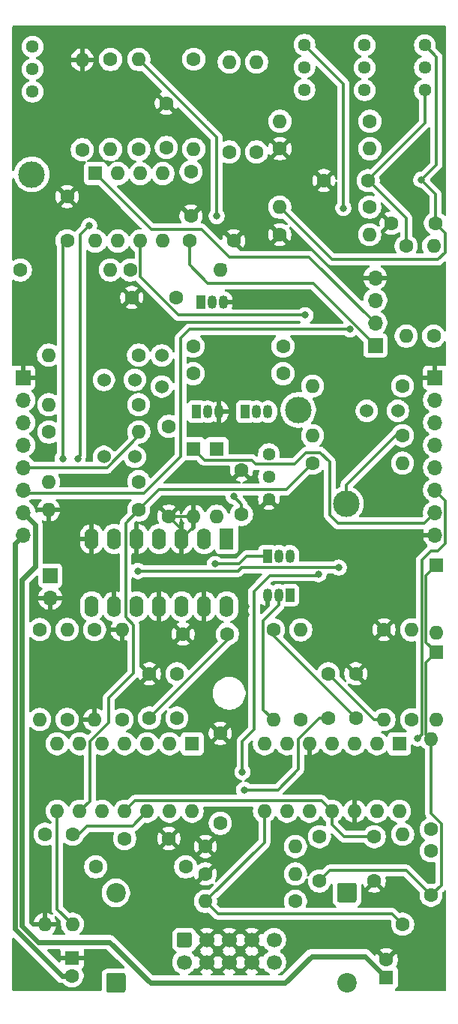
<source format=gbl>
G04 #@! TF.GenerationSoftware,KiCad,Pcbnew,9.0.4-9.0.4-0~ubuntu22.04.1*
G04 #@! TF.CreationDate,2025-10-19T11:48:00+01:00*
G04 #@! TF.ProjectId,CD40106_VCO,43443430-3130-4365-9f56-434f2e6b6963,rev?*
G04 #@! TF.SameCoordinates,Original*
G04 #@! TF.FileFunction,Copper,L2,Bot*
G04 #@! TF.FilePolarity,Positive*
%FSLAX46Y46*%
G04 Gerber Fmt 4.6, Leading zero omitted, Abs format (unit mm)*
G04 Created by KiCad (PCBNEW 9.0.4-9.0.4-0~ubuntu22.04.1) date 2025-10-19 11:48:00*
%MOMM*%
%LPD*%
G01*
G04 APERTURE LIST*
G04 #@! TA.AperFunction,ComponentPad*
%ADD10C,1.600000*%
G04 #@! TD*
G04 #@! TA.AperFunction,ComponentPad*
%ADD11O,1.600000X1.600000*%
G04 #@! TD*
G04 #@! TA.AperFunction,ComponentPad*
%ADD12R,1.700000X1.700000*%
G04 #@! TD*
G04 #@! TA.AperFunction,ComponentPad*
%ADD13O,1.700000X1.700000*%
G04 #@! TD*
G04 #@! TA.AperFunction,ComponentPad*
%ADD14C,1.524000*%
G04 #@! TD*
G04 #@! TA.AperFunction,ComponentPad*
%ADD15C,2.200000*%
G04 #@! TD*
G04 #@! TA.AperFunction,ComponentPad*
%ADD16R,1.600000X1.600000*%
G04 #@! TD*
G04 #@! TA.AperFunction,ComponentPad*
%ADD17R,1.050000X1.500000*%
G04 #@! TD*
G04 #@! TA.AperFunction,ComponentPad*
%ADD18O,1.050000X1.500000*%
G04 #@! TD*
G04 #@! TA.AperFunction,ComponentPad*
%ADD19R,1.600000X2.400000*%
G04 #@! TD*
G04 #@! TA.AperFunction,ComponentPad*
%ADD20O,1.600000X2.400000*%
G04 #@! TD*
G04 #@! TA.AperFunction,ComponentPad*
%ADD21C,3.000000*%
G04 #@! TD*
G04 #@! TA.AperFunction,ComponentPad*
%ADD22C,1.700000*%
G04 #@! TD*
G04 #@! TA.AperFunction,ComponentPad*
%ADD23C,1.440000*%
G04 #@! TD*
G04 #@! TA.AperFunction,ViaPad*
%ADD24C,0.800000*%
G04 #@! TD*
G04 #@! TA.AperFunction,Conductor*
%ADD25C,0.300000*%
G04 #@! TD*
G04 #@! TA.AperFunction,Conductor*
%ADD26C,0.600000*%
G04 #@! TD*
G04 APERTURE END LIST*
D10*
X102300000Y-127780000D03*
D11*
X102300000Y-117620000D03*
D10*
X85220000Y-60600000D03*
D11*
X95380000Y-60600000D03*
D10*
X85580000Y-73200000D03*
X75420000Y-73200000D03*
X85240000Y-50900000D03*
D11*
X95400000Y-50900000D03*
D12*
X102750000Y-76750000D03*
D13*
X102750000Y-79290000D03*
X102750000Y-81830000D03*
X102750000Y-84370000D03*
X102750000Y-86910000D03*
X102750000Y-89450000D03*
X102750000Y-91990000D03*
X102750000Y-94530000D03*
D10*
X79300000Y-105700000D03*
X74300000Y-105700000D03*
X102300000Y-130200000D03*
X102300000Y-135200000D03*
X97000000Y-105220000D03*
D11*
X97000000Y-115380000D03*
D14*
X95050000Y-80500000D03*
X98550000Y-80500000D03*
D10*
X80900000Y-92200000D03*
X80900000Y-87200000D03*
X87600000Y-115400000D03*
D11*
X87600000Y-105240000D03*
D10*
X76820000Y-129700000D03*
D11*
X86980000Y-129700000D03*
G04 #@! TA.AperFunction,ComponentPad*
G36*
G01*
X91949999Y-133820000D02*
X93650001Y-133820000D01*
G75*
G02*
X93900000Y-134069999I0J-249999D01*
G01*
X93900000Y-135770001D01*
G75*
G02*
X93650001Y-136020000I-249999J0D01*
G01*
X91949999Y-136020000D01*
G75*
G02*
X91700000Y-135770001I0J249999D01*
G01*
X91700000Y-134069999D01*
G75*
G02*
X91949999Y-133820000I249999J0D01*
G01*
G37*
G04 #@! TD.AperFunction*
D15*
X92800000Y-145080000D03*
D10*
X59140000Y-82900000D03*
D11*
X69300000Y-82900000D03*
D10*
X90700000Y-115200000D03*
X90700000Y-110200000D03*
X102800000Y-59300000D03*
X97800000Y-59300000D03*
X99080000Y-83300000D03*
D11*
X88920000Y-83300000D03*
D10*
X79500000Y-51260000D03*
D11*
X79500000Y-41100000D03*
D16*
X78100000Y-84790000D03*
D11*
X78100000Y-92410000D03*
D10*
X76820000Y-132800000D03*
D11*
X86980000Y-132800000D03*
D12*
X96000000Y-73100000D03*
D13*
X96000000Y-70560000D03*
X96000000Y-68020000D03*
X96000000Y-65480000D03*
D14*
X68850000Y-77000000D03*
X65350000Y-77000000D03*
D10*
X61200000Y-115360000D03*
D11*
X61200000Y-105200000D03*
D10*
X58100000Y-105200000D03*
D11*
X58100000Y-115360000D03*
D10*
X84500000Y-105240000D03*
D11*
X84500000Y-115400000D03*
D17*
X81330000Y-80600000D03*
D18*
X82600000Y-80600000D03*
X83870000Y-80600000D03*
D10*
X72700000Y-128800000D03*
X67700000Y-128800000D03*
X74580000Y-132000000D03*
X64420000Y-132000000D03*
G04 #@! TA.AperFunction,ComponentPad*
G36*
G01*
X67550001Y-146200000D02*
X65849999Y-146200000D01*
G75*
G02*
X65600000Y-145950001I0J249999D01*
G01*
X65600000Y-144249999D01*
G75*
G02*
X65849999Y-144000000I249999J0D01*
G01*
X67550001Y-144000000D01*
G75*
G02*
X67800000Y-144249999I0J-249999D01*
G01*
X67800000Y-145950001D01*
G75*
G02*
X67550001Y-146200000I-249999J0D01*
G01*
G37*
G04 #@! TD.AperFunction*
D15*
X66700000Y-134940000D03*
D10*
X64300000Y-105220000D03*
D11*
X64300000Y-115380000D03*
D10*
X72700000Y-82240000D03*
X72700000Y-92400000D03*
X99100000Y-138480000D03*
D11*
X99100000Y-128320000D03*
D14*
X65350000Y-85700000D03*
X68850000Y-85700000D03*
D10*
X69260000Y-74200000D03*
D11*
X59100000Y-74200000D03*
D10*
X100100000Y-115400000D03*
D11*
X100100000Y-105240000D03*
D10*
X88920000Y-86400000D03*
D11*
X99080000Y-86400000D03*
D10*
X93800000Y-115200000D03*
X93800000Y-110200000D03*
X95900000Y-133600000D03*
X95900000Y-128600000D03*
D16*
X75325000Y-118100000D03*
D11*
X72785000Y-118100000D03*
X70245000Y-118100000D03*
X67705000Y-118100000D03*
X65165000Y-118100000D03*
X62625000Y-118100000D03*
X60085000Y-118100000D03*
X60085000Y-125720000D03*
X62625000Y-125720000D03*
X65165000Y-125720000D03*
X67705000Y-125720000D03*
X70245000Y-125720000D03*
X72785000Y-125720000D03*
X75325000Y-125720000D03*
D10*
X69280000Y-79800000D03*
D11*
X59120000Y-79800000D03*
D10*
X73600000Y-115200000D03*
X73600000Y-110200000D03*
D19*
X79225000Y-94975000D03*
D20*
X76685000Y-94975000D03*
X74145000Y-94975000D03*
X71605000Y-94975000D03*
X69065000Y-94975000D03*
X66525000Y-94975000D03*
X63985000Y-94975000D03*
X63985000Y-102595000D03*
X66525000Y-102595000D03*
X69065000Y-102595000D03*
X71605000Y-102595000D03*
X74145000Y-102595000D03*
X76685000Y-102595000D03*
X79225000Y-102595000D03*
D16*
X102900000Y-107780000D03*
D11*
X102900000Y-115400000D03*
D10*
X102600000Y-72060000D03*
D11*
X102600000Y-61900000D03*
D16*
X98725000Y-118100000D03*
D11*
X96185000Y-118100000D03*
X93645000Y-118100000D03*
X91105000Y-118100000D03*
X88565000Y-118100000D03*
X86025000Y-118100000D03*
X83485000Y-118100000D03*
X83485000Y-125720000D03*
X86025000Y-125720000D03*
X88565000Y-125720000D03*
X91105000Y-125720000D03*
X93645000Y-125720000D03*
X96185000Y-125720000D03*
X98725000Y-125720000D03*
D10*
X95380000Y-57500000D03*
D11*
X85220000Y-57500000D03*
D10*
X99080000Y-77700000D03*
D11*
X88920000Y-77700000D03*
D14*
X71900000Y-74250000D03*
X71900000Y-77750000D03*
D10*
X86980000Y-135900000D03*
D11*
X76820000Y-135900000D03*
D10*
X85580000Y-76300000D03*
X75420000Y-76300000D03*
X89700000Y-133600000D03*
X89700000Y-128600000D03*
X95400000Y-47800000D03*
D11*
X85240000Y-47800000D03*
D10*
X78500000Y-116920000D03*
X78500000Y-127080000D03*
D17*
X75830000Y-80600000D03*
D18*
X77100000Y-80600000D03*
X78370000Y-80600000D03*
D10*
X69280000Y-88500000D03*
D11*
X59120000Y-88500000D03*
D10*
X61800000Y-128320000D03*
D11*
X61800000Y-138480000D03*
D10*
X99500000Y-61900000D03*
D11*
X99500000Y-72060000D03*
D10*
X70500000Y-115200000D03*
X70500000Y-110200000D03*
D12*
X56250000Y-76750000D03*
D13*
X56250000Y-79290000D03*
X56250000Y-81830000D03*
X56250000Y-84370000D03*
X56250000Y-86910000D03*
X56250000Y-89450000D03*
X56250000Y-91990000D03*
X56250000Y-94530000D03*
D10*
X58700000Y-128320000D03*
D11*
X58700000Y-138480000D03*
D10*
X82600000Y-51260000D03*
D11*
X82600000Y-41100000D03*
D17*
X86370000Y-101300000D03*
D18*
X85100000Y-101300000D03*
X83830000Y-101300000D03*
D10*
X69280000Y-91700000D03*
D11*
X59120000Y-91700000D03*
D10*
X67400000Y-115380000D03*
D11*
X67400000Y-105220000D03*
D16*
X75500000Y-84790000D03*
D11*
X75500000Y-92410000D03*
D16*
X102900000Y-97980000D03*
D11*
X102900000Y-105600000D03*
D17*
X83830000Y-96900000D03*
D18*
X85100000Y-96900000D03*
X86370000Y-96900000D03*
D16*
X61750000Y-142300000D03*
D10*
X61750000Y-144300000D03*
D21*
X57200000Y-53800000D03*
D10*
X69300000Y-50980000D03*
D11*
X69300000Y-40820000D03*
D17*
X76330000Y-68240000D03*
D18*
X77600000Y-68240000D03*
X78870000Y-68240000D03*
D10*
X75200000Y-58500000D03*
X75200000Y-53500000D03*
G04 #@! TA.AperFunction,ComponentPad*
G36*
G01*
X73820000Y-139400000D02*
X75020000Y-139400000D01*
G75*
G02*
X75270000Y-139650000I0J-250000D01*
G01*
X75270000Y-140850000D01*
G75*
G02*
X75020000Y-141100000I-250000J0D01*
G01*
X73820000Y-141100000D01*
G75*
G02*
X73570000Y-140850000I0J250000D01*
G01*
X73570000Y-139650000D01*
G75*
G02*
X73820000Y-139400000I250000J0D01*
G01*
G37*
G04 #@! TD.AperFunction*
D22*
X74420000Y-142790000D03*
X76960000Y-140250000D03*
X76960000Y-142790000D03*
X79500000Y-140250000D03*
X79500000Y-142790000D03*
X82040000Y-140250000D03*
X82040000Y-142790000D03*
X84580000Y-140250000D03*
X84580000Y-142790000D03*
D23*
X94800000Y-44280000D03*
X94800000Y-41740000D03*
X94800000Y-39200000D03*
D10*
X61200000Y-61300000D03*
X61200000Y-56300000D03*
D16*
X97250000Y-144500000D03*
D10*
X97250000Y-142500000D03*
D12*
X59300000Y-99100000D03*
D13*
X59300000Y-101640000D03*
D21*
X92700000Y-91000000D03*
D23*
X57300000Y-39360000D03*
X57300000Y-41900000D03*
X57300000Y-44440000D03*
D10*
X72400000Y-45750000D03*
X72400000Y-50750000D03*
X68500000Y-67700000D03*
X73500000Y-67700000D03*
X62900000Y-51000000D03*
D11*
X62900000Y-40840000D03*
D10*
X80000000Y-61300000D03*
X75000000Y-61300000D03*
X55920000Y-64600000D03*
D11*
X66080000Y-64600000D03*
D10*
X90200000Y-54500000D03*
X95200000Y-54500000D03*
D21*
X87300000Y-80400000D03*
D23*
X84000000Y-85400000D03*
X84000000Y-87940000D03*
X84000000Y-90480000D03*
D10*
X68320000Y-64600000D03*
D11*
X78480000Y-64600000D03*
D23*
X88000000Y-39160000D03*
X88000000Y-41700000D03*
X88000000Y-44240000D03*
D16*
X64400000Y-53700000D03*
D11*
X66940000Y-53700000D03*
X69480000Y-53700000D03*
X72020000Y-53700000D03*
X72020000Y-61320000D03*
X69480000Y-61320000D03*
X66940000Y-61320000D03*
X64400000Y-61320000D03*
D10*
X66100000Y-40820000D03*
D11*
X66100000Y-50980000D03*
D10*
X75500000Y-40790000D03*
D11*
X75500000Y-50950000D03*
D23*
X101600000Y-39200000D03*
X101600000Y-41740000D03*
X101600000Y-44280000D03*
D24*
X75400000Y-121600000D03*
X101100000Y-51800000D03*
X81400000Y-103500000D03*
X81400000Y-102600000D03*
X97800000Y-97700000D03*
X98800000Y-97700000D03*
X98800000Y-98700000D03*
X85200000Y-120600000D03*
X81600000Y-94100000D03*
X97800000Y-98700000D03*
X84700000Y-121400000D03*
X75500000Y-100000000D03*
X74900000Y-120700000D03*
X81600000Y-95000000D03*
X81700000Y-99300000D03*
X76600000Y-100000000D03*
X77700000Y-100000000D03*
X84200000Y-120600000D03*
X101100000Y-50600000D03*
X75900000Y-120700000D03*
X60700000Y-85900000D03*
X101200000Y-54400000D03*
X77900000Y-97800000D03*
X63700000Y-59600000D03*
X62400000Y-85900000D03*
X100800000Y-117500000D03*
X88100000Y-69700000D03*
X91900000Y-98200000D03*
X69200000Y-98600000D03*
X81000000Y-121300000D03*
X89600000Y-98949500D03*
X81200000Y-123300000D03*
X93150000Y-71310659D03*
X78100000Y-58500000D03*
X92400000Y-57600000D03*
X80000000Y-90150000D03*
D25*
X72700000Y-92400000D02*
X75490000Y-92400000D01*
X75490000Y-92400000D02*
X75500000Y-92410000D01*
X74145000Y-93845000D02*
X74145000Y-94975000D01*
X75500000Y-92410000D02*
X75500000Y-93620000D01*
X72700000Y-92400000D02*
X74145000Y-93845000D01*
X75500000Y-93620000D02*
X74145000Y-94975000D01*
D26*
X57951416Y-140500000D02*
X66000000Y-140500000D01*
X57601000Y-95089603D02*
X57600000Y-95090603D01*
D25*
X102900000Y-52700000D02*
X102900000Y-40500000D01*
D26*
X56111000Y-99589000D02*
X56111000Y-138659584D01*
X56111000Y-138659584D02*
X57951416Y-140500000D01*
D25*
X61200000Y-61300000D02*
X60700000Y-61800000D01*
X60700000Y-73922606D02*
X60700000Y-85900000D01*
D26*
X94850000Y-142100000D02*
X97250000Y-144500000D01*
D25*
X60700000Y-61800000D02*
X60700000Y-73922606D01*
D26*
X85800000Y-145100000D02*
X88800000Y-142100000D01*
D25*
X103900000Y-62600000D02*
X103900000Y-60400000D01*
D26*
X66000000Y-140500000D02*
X70600000Y-145100000D01*
X57600000Y-98100000D02*
X56111000Y-99589000D01*
D25*
X79300000Y-106400000D02*
X70500000Y-115200000D01*
D26*
X88800000Y-142100000D02*
X94850000Y-142100000D01*
X56250000Y-91990000D02*
X57600000Y-93340000D01*
X70600000Y-145100000D02*
X85800000Y-145100000D01*
D25*
X84500000Y-105900000D02*
X84500000Y-105240000D01*
X93800000Y-115200000D02*
X84500000Y-105900000D01*
X103900000Y-60400000D02*
X102800000Y-59300000D01*
X102800000Y-56000000D02*
X101200000Y-54400000D01*
D26*
X57601000Y-93970397D02*
X57601000Y-95089603D01*
D25*
X91120000Y-63400000D02*
X103100000Y-63400000D01*
D26*
X57600000Y-93340000D02*
X57600000Y-93969397D01*
X57600000Y-95090603D02*
X57600000Y-98100000D01*
D25*
X102800000Y-59300000D02*
X102800000Y-56000000D01*
X85220000Y-57500000D02*
X91120000Y-63400000D01*
X101200000Y-54400000D02*
X102900000Y-52700000D01*
X79300000Y-105700000D02*
X79300000Y-106400000D01*
X103100000Y-63400000D02*
X103900000Y-62600000D01*
X102900000Y-40500000D02*
X101600000Y-39200000D01*
D26*
X57600000Y-93969397D02*
X57601000Y-93970397D01*
D25*
X99500000Y-58700000D02*
X95200000Y-54400000D01*
X91105000Y-125720000D02*
X91105000Y-127195000D01*
X101600000Y-48000000D02*
X101600000Y-44280000D01*
X91105000Y-125720000D02*
X89915000Y-124530000D01*
X92500000Y-128600000D02*
X95900000Y-128600000D01*
X62700000Y-60600000D02*
X62700000Y-85600000D01*
X91100000Y-127200000D02*
X92500000Y-128600000D01*
X99500000Y-61900000D02*
X99500000Y-58700000D01*
X80600000Y-97800000D02*
X81500000Y-96900000D01*
X89915000Y-124530000D02*
X68895000Y-124530000D01*
D26*
X55310000Y-95470000D02*
X56250000Y-94530000D01*
X61750000Y-144300000D02*
X60618630Y-144300000D01*
X60618630Y-144300000D02*
X55310000Y-138991370D01*
D25*
X68895000Y-124530000D02*
X67705000Y-125720000D01*
X83830000Y-96900000D02*
X81500000Y-96900000D01*
D26*
X55310000Y-138991370D02*
X55310000Y-95470000D01*
D25*
X95200000Y-54400000D02*
X101600000Y-48000000D01*
X77900000Y-97800000D02*
X80600000Y-97800000D01*
X91105000Y-127195000D02*
X91100000Y-127200000D01*
X62700000Y-85600000D02*
X62400000Y-85900000D01*
X63700000Y-59600000D02*
X62700000Y-60600000D01*
X73625000Y-115200000D02*
X73600000Y-115200000D01*
X101750000Y-117070000D02*
X101750000Y-108930000D01*
X102900000Y-107780000D02*
X101750000Y-106630000D01*
X101750000Y-106630000D02*
X101750000Y-99130000D01*
X102300000Y-135200000D02*
X99500000Y-132400000D01*
X103451000Y-127151000D02*
X103451000Y-134049000D01*
X99500000Y-132400000D02*
X90900000Y-132400000D01*
X90900000Y-132400000D02*
X89700000Y-133600000D01*
X101750000Y-108930000D02*
X102900000Y-107780000D01*
X102300000Y-126000000D02*
X103451000Y-127151000D01*
X102300000Y-117620000D02*
X101750000Y-117070000D01*
X102300000Y-126000000D02*
X102300000Y-117620000D01*
X103451000Y-134049000D02*
X102300000Y-135200000D01*
X101750000Y-99130000D02*
X102900000Y-97980000D01*
X101250000Y-117050000D02*
X101250000Y-97330000D01*
X101250000Y-97330000D02*
X102280000Y-96300000D01*
X103100000Y-96300000D02*
X103950000Y-95450000D01*
X103950000Y-90650000D02*
X102750000Y-89450000D01*
X102280000Y-96300000D02*
X103100000Y-96300000D01*
X100800000Y-117500000D02*
X101250000Y-117050000D01*
X103950000Y-95450000D02*
X103950000Y-90650000D01*
X95880000Y-115380000D02*
X97000000Y-115380000D01*
X90700000Y-110200000D02*
X95880000Y-115380000D01*
X88100000Y-69700000D02*
X73800000Y-69700000D01*
X69480000Y-65380000D02*
X69480000Y-61320000D01*
X73800000Y-69700000D02*
X69480000Y-65380000D01*
X65712606Y-86910000D02*
X56250000Y-86910000D01*
X69300000Y-82900000D02*
X69300000Y-83322606D01*
X69300000Y-83322606D02*
X65712606Y-86910000D01*
X80907107Y-98200000D02*
X80507107Y-98600000D01*
X80507107Y-98600000D02*
X69200000Y-98600000D01*
X91900000Y-98200000D02*
X80907107Y-98200000D01*
X84100000Y-99100000D02*
X82300000Y-100900000D01*
X89449500Y-99100000D02*
X84100000Y-99100000D01*
X82300000Y-116500000D02*
X81000000Y-117800000D01*
X81000000Y-117800000D02*
X81000000Y-121300000D01*
X82300000Y-100900000D02*
X82300000Y-116500000D01*
X89600000Y-98949500D02*
X89449500Y-99100000D01*
X89700000Y-115200000D02*
X90700000Y-115200000D01*
X87300000Y-120992760D02*
X87300000Y-117600000D01*
X87300000Y-117600000D02*
X89700000Y-115200000D01*
X84992760Y-123300000D02*
X87300000Y-120992760D01*
X81200000Y-123300000D02*
X84992760Y-123300000D01*
X98300000Y-83300000D02*
X99080000Y-83300000D01*
X92700000Y-91000000D02*
X92700000Y-88900000D01*
X92700000Y-88900000D02*
X98300000Y-83300000D01*
X67800000Y-93180000D02*
X67800000Y-103800000D01*
X65900000Y-112900000D02*
X65900000Y-115737240D01*
X63776000Y-117861240D02*
X63776000Y-124569000D01*
X67800000Y-103800000D02*
X68700000Y-104700000D01*
X68700000Y-110100000D02*
X65900000Y-112900000D01*
X69280000Y-91700000D02*
X71580000Y-89400000D01*
X85920000Y-89400000D02*
X88920000Y-86400000D01*
X68700000Y-104700000D02*
X68700000Y-110100000D01*
X71580000Y-89400000D02*
X85920000Y-89400000D01*
X69280000Y-91700000D02*
X67800000Y-93180000D01*
X65900000Y-115737240D02*
X63776000Y-117861240D01*
X63776000Y-124569000D02*
X62625000Y-125720000D01*
X68565000Y-127400000D02*
X63420000Y-127400000D01*
X63420000Y-127400000D02*
X62400000Y-128420000D01*
X70245000Y-125720000D02*
X68565000Y-127400000D01*
X93139341Y-71300000D02*
X93150000Y-71310659D01*
X74000000Y-85700000D02*
X74000000Y-72300000D01*
X75000000Y-71300000D02*
X93139341Y-71300000D01*
X56250000Y-89450000D02*
X56600000Y-89800000D01*
X74000000Y-72300000D02*
X75000000Y-71300000D01*
X56600000Y-89800000D02*
X69900000Y-89800000D01*
X69900000Y-89800000D02*
X74000000Y-85700000D01*
X78100000Y-49620000D02*
X69300000Y-40820000D01*
X78100000Y-58500000D02*
X78100000Y-49620000D01*
X78500000Y-64600000D02*
X79000000Y-64100000D01*
X92400000Y-43560000D02*
X88000000Y-39160000D01*
X92400000Y-57600000D02*
X92400000Y-43560000D01*
X78220000Y-137300000D02*
X97900000Y-137300000D01*
X76820000Y-135900000D02*
X83485000Y-129235000D01*
X99080000Y-138480000D02*
X99100000Y-138480000D01*
X76820000Y-135900000D02*
X78220000Y-137300000D01*
X97900000Y-137300000D02*
X99080000Y-138480000D01*
X83485000Y-129235000D02*
X83485000Y-125720000D01*
X60085000Y-136765000D02*
X60085000Y-125720000D01*
X61800000Y-138480000D02*
X60085000Y-136765000D01*
X76400000Y-60000000D02*
X70700000Y-60000000D01*
X79500000Y-63100000D02*
X76400000Y-60000000D01*
X70700000Y-60000000D02*
X64400000Y-53700000D01*
X88540000Y-63100000D02*
X79500000Y-63100000D01*
X96000000Y-70560000D02*
X88540000Y-63100000D01*
X77100000Y-66100000D02*
X75000000Y-64000000D01*
X75000000Y-64000000D02*
X75000000Y-61300000D01*
X89000000Y-66100000D02*
X77100000Y-66100000D01*
X96000000Y-73100000D02*
X89000000Y-66100000D01*
X88200000Y-85200000D02*
X89800000Y-85200000D01*
X91800000Y-93200000D02*
X101540000Y-93200000D01*
X76759000Y-86049000D02*
X82049000Y-86049000D01*
X75500000Y-84790000D02*
X76759000Y-86049000D01*
X82491000Y-86491000D02*
X86909000Y-86491000D01*
X82049000Y-86049000D02*
X82491000Y-86491000D01*
X89800000Y-85200000D02*
X90849000Y-86249000D01*
X101540000Y-93200000D02*
X102750000Y-91990000D01*
X90849000Y-86249000D02*
X90849000Y-92249000D01*
X90849000Y-92249000D02*
X91800000Y-93200000D01*
X86909000Y-86491000D02*
X88200000Y-85200000D01*
X85100000Y-102450000D02*
X83350000Y-104200000D01*
X83350000Y-104200000D02*
X83350000Y-114250000D01*
X86370000Y-96900000D02*
X86370000Y-96675000D01*
X83350000Y-114250000D02*
X84500000Y-115400000D01*
X85100000Y-102450000D02*
X85100000Y-101300000D01*
X80900000Y-92200000D02*
X80900000Y-91050000D01*
X80900000Y-91050000D02*
X80000000Y-90150000D01*
G04 #@! TA.AperFunction,Conductor*
G36*
X55209012Y-140034228D02*
G01*
X55215595Y-140040357D01*
X60103241Y-144928003D01*
X60235662Y-145016484D01*
X60339703Y-145059579D01*
X60382799Y-145077430D01*
X60391371Y-145079135D01*
X60539000Y-145108501D01*
X60539005Y-145108501D01*
X60656326Y-145108501D01*
X60724447Y-145128503D01*
X60748161Y-145149199D01*
X60748431Y-145148930D01*
X60897564Y-145298063D01*
X60897567Y-145298065D01*
X60897570Y-145298068D01*
X61064197Y-145419129D01*
X61247710Y-145512634D01*
X61443592Y-145576280D01*
X61647019Y-145608500D01*
X61647022Y-145608500D01*
X61852978Y-145608500D01*
X61852981Y-145608500D01*
X62056408Y-145576280D01*
X62252290Y-145512634D01*
X62435803Y-145419129D01*
X62602430Y-145298068D01*
X62748068Y-145152430D01*
X62869129Y-144985803D01*
X62962634Y-144802290D01*
X63026280Y-144606408D01*
X63058500Y-144402981D01*
X63058500Y-144197019D01*
X63026280Y-143993592D01*
X62962634Y-143797710D01*
X62873565Y-143622904D01*
X62860462Y-143553129D01*
X62887162Y-143487345D01*
X62910329Y-143464831D01*
X62912901Y-143462905D01*
X63000445Y-143345963D01*
X63051494Y-143209093D01*
X63057999Y-143148597D01*
X63058000Y-143148585D01*
X63058000Y-142554000D01*
X62061686Y-142554000D01*
X62070080Y-142545606D01*
X62122741Y-142454394D01*
X62150000Y-142352661D01*
X62150000Y-142247339D01*
X62122741Y-142145606D01*
X62070080Y-142054394D01*
X62061686Y-142046000D01*
X63058000Y-142046000D01*
X63058000Y-141451414D01*
X63057999Y-141451396D01*
X63057631Y-141447975D01*
X63070233Y-141378106D01*
X63118608Y-141326142D01*
X63182908Y-141308500D01*
X65612918Y-141308500D01*
X65681039Y-141328502D01*
X65702013Y-141345405D01*
X66811002Y-142454394D01*
X67633014Y-143276405D01*
X67667039Y-143338717D01*
X67661975Y-143409532D01*
X67619428Y-143466368D01*
X67552908Y-143491179D01*
X67543919Y-143491500D01*
X65799446Y-143491500D01*
X65695578Y-143502112D01*
X65695571Y-143502113D01*
X65527261Y-143557885D01*
X65376347Y-143650970D01*
X65376341Y-143650975D01*
X65250975Y-143776341D01*
X65250970Y-143776347D01*
X65157885Y-143927261D01*
X65102113Y-144095571D01*
X65102112Y-144095578D01*
X65091500Y-144199445D01*
X65091500Y-145873500D01*
X65071498Y-145941621D01*
X65017842Y-145988114D01*
X64965500Y-145999500D01*
X55126500Y-145999500D01*
X55058379Y-145979498D01*
X55011886Y-145925842D01*
X55000500Y-145873500D01*
X55000500Y-140129452D01*
X55020502Y-140061331D01*
X55074158Y-140014838D01*
X55144432Y-140004734D01*
X55209012Y-140034228D01*
G37*
G04 #@! TD.AperFunction*
G04 #@! TA.AperFunction,Conductor*
G36*
X82176554Y-125208502D02*
G01*
X82223047Y-125262158D01*
X82233151Y-125332432D01*
X82228266Y-125353437D01*
X82208720Y-125413589D01*
X82208720Y-125413592D01*
X82176500Y-125617019D01*
X82176500Y-125822981D01*
X82199090Y-125965606D01*
X82208721Y-126026412D01*
X82226761Y-126081934D01*
X82272366Y-126222290D01*
X82365871Y-126405803D01*
X82486932Y-126572430D01*
X82486934Y-126572432D01*
X82486936Y-126572435D01*
X82632564Y-126718063D01*
X82632567Y-126718065D01*
X82632570Y-126718068D01*
X82774562Y-126821230D01*
X82817915Y-126877451D01*
X82826500Y-126923165D01*
X82826500Y-128910049D01*
X82806498Y-128978170D01*
X82789595Y-128999144D01*
X78102345Y-133686393D01*
X78040033Y-133720419D01*
X77969218Y-133715354D01*
X77912382Y-133672807D01*
X77887571Y-133606287D01*
X77902662Y-133536913D01*
X77911315Y-133523235D01*
X77938701Y-133485542D01*
X78032170Y-133302099D01*
X78032173Y-133302093D01*
X78095791Y-133106296D01*
X78128000Y-132902938D01*
X78128000Y-132697061D01*
X78095791Y-132493703D01*
X78032173Y-132297906D01*
X78032170Y-132297900D01*
X77938699Y-132114454D01*
X77907583Y-132071626D01*
X77907582Y-132071626D01*
X77220000Y-132759209D01*
X77220000Y-132747339D01*
X77192741Y-132645606D01*
X77140080Y-132554394D01*
X77065606Y-132479920D01*
X76974394Y-132427259D01*
X76872661Y-132400000D01*
X76860789Y-132400000D01*
X77548372Y-131712417D01*
X77548372Y-131712416D01*
X77505541Y-131681298D01*
X77505540Y-131681297D01*
X77322099Y-131587829D01*
X77322093Y-131587826D01*
X77126294Y-131524208D01*
X77126298Y-131524208D01*
X76922939Y-131492000D01*
X76717061Y-131492000D01*
X76513703Y-131524208D01*
X76317906Y-131587826D01*
X76317900Y-131587829D01*
X76134455Y-131681299D01*
X76046477Y-131745219D01*
X75979609Y-131769077D01*
X75910458Y-131752996D01*
X75860978Y-131702081D01*
X75852584Y-131682218D01*
X75852285Y-131681299D01*
X75792634Y-131497710D01*
X75699129Y-131314197D01*
X75578068Y-131147570D01*
X75578065Y-131147567D01*
X75578063Y-131147564D01*
X75432435Y-131001936D01*
X75432432Y-131001934D01*
X75432430Y-131001932D01*
X75306999Y-130910802D01*
X75265806Y-130880873D01*
X75265805Y-130880872D01*
X75265803Y-130880871D01*
X75082290Y-130787366D01*
X75082287Y-130787365D01*
X75082285Y-130787364D01*
X74886412Y-130723721D01*
X74886410Y-130723720D01*
X74886408Y-130723720D01*
X74682981Y-130691500D01*
X74477019Y-130691500D01*
X74273592Y-130723720D01*
X74273590Y-130723720D01*
X74273587Y-130723721D01*
X74077714Y-130787364D01*
X74077708Y-130787367D01*
X73894193Y-130880873D01*
X73727567Y-131001934D01*
X73727564Y-131001936D01*
X73581936Y-131147564D01*
X73581934Y-131147567D01*
X73460873Y-131314193D01*
X73367367Y-131497708D01*
X73367364Y-131497714D01*
X73303721Y-131693587D01*
X73303720Y-131693590D01*
X73303720Y-131693592D01*
X73271500Y-131897019D01*
X73271500Y-132102981D01*
X73303720Y-132306408D01*
X73303721Y-132306412D01*
X73364539Y-132493592D01*
X73367366Y-132502290D01*
X73460871Y-132685803D01*
X73581932Y-132852430D01*
X73581934Y-132852432D01*
X73581936Y-132852435D01*
X73727564Y-132998063D01*
X73727567Y-132998065D01*
X73727570Y-132998068D01*
X73894197Y-133119129D01*
X74077710Y-133212634D01*
X74273592Y-133276280D01*
X74477019Y-133308500D01*
X74477022Y-133308500D01*
X74682978Y-133308500D01*
X74682981Y-133308500D01*
X74886408Y-133276280D01*
X75082290Y-133212634D01*
X75265803Y-133119129D01*
X75354111Y-133054969D01*
X75420975Y-133031113D01*
X75490127Y-133047193D01*
X75539607Y-133098106D01*
X75548002Y-133117971D01*
X75607826Y-133302093D01*
X75607829Y-133302099D01*
X75701297Y-133485540D01*
X75701298Y-133485541D01*
X75732416Y-133528372D01*
X75732417Y-133528372D01*
X76420000Y-132840789D01*
X76420000Y-132852661D01*
X76447259Y-132954394D01*
X76499920Y-133045606D01*
X76574394Y-133120080D01*
X76665606Y-133172741D01*
X76767339Y-133200000D01*
X76779210Y-133200000D01*
X76091626Y-133887582D01*
X76091626Y-133887583D01*
X76134454Y-133918699D01*
X76317900Y-134012170D01*
X76317906Y-134012173D01*
X76513705Y-134075791D01*
X76513701Y-134075791D01*
X76717061Y-134108000D01*
X76922939Y-134108000D01*
X77126296Y-134075791D01*
X77322093Y-134012173D01*
X77322099Y-134012170D01*
X77505545Y-133918699D01*
X77543235Y-133891316D01*
X77610102Y-133867457D01*
X77679254Y-133883536D01*
X77728735Y-133934449D01*
X77742835Y-134004032D01*
X77717078Y-134070191D01*
X77706392Y-134082346D01*
X77205136Y-134583602D01*
X77142824Y-134617628D01*
X77096330Y-134618956D01*
X77089624Y-134617894D01*
X77075684Y-134615686D01*
X76922981Y-134591500D01*
X76717019Y-134591500D01*
X76513592Y-134623720D01*
X76513590Y-134623720D01*
X76513587Y-134623721D01*
X76317714Y-134687364D01*
X76317708Y-134687367D01*
X76134193Y-134780873D01*
X75967567Y-134901934D01*
X75967564Y-134901936D01*
X75821936Y-135047564D01*
X75821934Y-135047567D01*
X75700873Y-135214193D01*
X75607367Y-135397708D01*
X75607364Y-135397714D01*
X75543721Y-135593587D01*
X75543720Y-135593590D01*
X75543720Y-135593592D01*
X75511500Y-135797019D01*
X75511500Y-136002981D01*
X75542399Y-136198065D01*
X75543721Y-136206412D01*
X75569300Y-136285137D01*
X75607366Y-136402290D01*
X75700871Y-136585803D01*
X75821932Y-136752430D01*
X75821934Y-136752432D01*
X75821936Y-136752435D01*
X75967564Y-136898063D01*
X75967567Y-136898065D01*
X75967570Y-136898068D01*
X76134197Y-137019129D01*
X76317710Y-137112634D01*
X76513592Y-137176280D01*
X76717019Y-137208500D01*
X76717022Y-137208500D01*
X76922978Y-137208500D01*
X76922981Y-137208500D01*
X77096333Y-137181043D01*
X77166742Y-137190142D01*
X77205137Y-137216397D01*
X77800231Y-137811491D01*
X77908083Y-137883555D01*
X78027923Y-137933194D01*
X78155143Y-137958500D01*
X78284857Y-137958500D01*
X97575050Y-137958500D01*
X97604965Y-137967283D01*
X97635435Y-137973912D01*
X97640530Y-137977726D01*
X97643171Y-137978502D01*
X97664145Y-137995405D01*
X97780868Y-138112128D01*
X97814894Y-138174440D01*
X97816221Y-138220932D01*
X97791500Y-138377019D01*
X97791500Y-138582981D01*
X97823702Y-138786295D01*
X97823721Y-138786412D01*
X97868735Y-138924952D01*
X97887366Y-138982290D01*
X97980740Y-139165545D01*
X97980873Y-139165806D01*
X97988532Y-139176348D01*
X98101932Y-139332430D01*
X98101934Y-139332432D01*
X98101936Y-139332435D01*
X98247564Y-139478063D01*
X98247567Y-139478065D01*
X98247570Y-139478068D01*
X98414197Y-139599129D01*
X98597710Y-139692634D01*
X98793592Y-139756280D01*
X98997019Y-139788500D01*
X98997022Y-139788500D01*
X99202978Y-139788500D01*
X99202981Y-139788500D01*
X99406408Y-139756280D01*
X99602290Y-139692634D01*
X99785803Y-139599129D01*
X99952430Y-139478068D01*
X100098068Y-139332430D01*
X100219129Y-139165803D01*
X100312634Y-138982290D01*
X100376280Y-138786408D01*
X100408500Y-138582981D01*
X100408500Y-138377019D01*
X100376280Y-138173592D01*
X100312634Y-137977710D01*
X100219129Y-137794197D01*
X100098068Y-137627570D01*
X100098065Y-137627567D01*
X100098063Y-137627564D01*
X99952435Y-137481936D01*
X99952432Y-137481934D01*
X99952430Y-137481932D01*
X99822619Y-137387619D01*
X99785806Y-137360873D01*
X99785805Y-137360872D01*
X99785803Y-137360871D01*
X99602290Y-137267366D01*
X99602287Y-137267365D01*
X99602285Y-137267364D01*
X99406412Y-137203721D01*
X99406410Y-137203720D01*
X99406408Y-137203720D01*
X99202981Y-137171500D01*
X98997019Y-137171500D01*
X98806402Y-137201690D01*
X98735992Y-137192591D01*
X98697597Y-137166337D01*
X98319773Y-136788513D01*
X98319769Y-136788509D01*
X98211917Y-136716445D01*
X98172560Y-136700143D01*
X98092080Y-136666807D01*
X98092077Y-136666806D01*
X97964860Y-136641500D01*
X97964857Y-136641500D01*
X94126199Y-136641500D01*
X94058078Y-136621498D01*
X94011585Y-136567842D01*
X94001481Y-136497568D01*
X94030975Y-136432988D01*
X94060052Y-136408260D01*
X94092614Y-136388174D01*
X94123652Y-136369030D01*
X94249030Y-136243652D01*
X94342115Y-136092739D01*
X94397887Y-135924427D01*
X94402435Y-135879906D01*
X94408500Y-135820554D01*
X94408500Y-134037946D01*
X94428502Y-133969825D01*
X94482158Y-133923332D01*
X94552432Y-133913228D01*
X94617012Y-133942722D01*
X94654333Y-133999010D01*
X94687826Y-134102093D01*
X94687829Y-134102099D01*
X94781297Y-134285540D01*
X94781298Y-134285541D01*
X94812416Y-134328372D01*
X94812417Y-134328372D01*
X95500000Y-133640789D01*
X95500000Y-133652661D01*
X95527259Y-133754394D01*
X95579920Y-133845606D01*
X95654394Y-133920080D01*
X95745606Y-133972741D01*
X95847339Y-134000000D01*
X95859210Y-134000000D01*
X95171626Y-134687582D01*
X95171626Y-134687583D01*
X95214454Y-134718699D01*
X95397900Y-134812170D01*
X95397906Y-134812173D01*
X95593705Y-134875791D01*
X95593701Y-134875791D01*
X95797061Y-134908000D01*
X96002939Y-134908000D01*
X96206296Y-134875791D01*
X96402093Y-134812173D01*
X96402099Y-134812170D01*
X96585541Y-134718701D01*
X96628372Y-134687582D01*
X96628372Y-134687581D01*
X95940791Y-134000000D01*
X95952661Y-134000000D01*
X96054394Y-133972741D01*
X96145606Y-133920080D01*
X96220080Y-133845606D01*
X96272741Y-133754394D01*
X96300000Y-133652661D01*
X96300000Y-133640789D01*
X96987582Y-134328372D01*
X97018701Y-134285541D01*
X97112170Y-134102099D01*
X97112173Y-134102093D01*
X97175791Y-133906296D01*
X97208000Y-133702938D01*
X97208000Y-133497061D01*
X97175791Y-133293703D01*
X97152960Y-133223436D01*
X97150932Y-133152469D01*
X97187595Y-133091671D01*
X97251307Y-133060345D01*
X97272793Y-133058500D01*
X99175050Y-133058500D01*
X99243171Y-133078502D01*
X99264145Y-133095405D01*
X100983602Y-134814862D01*
X101017628Y-134877174D01*
X101018956Y-134923667D01*
X101018956Y-134923668D01*
X100991500Y-135097019D01*
X100991500Y-135302981D01*
X101023720Y-135506408D01*
X101023721Y-135506412D01*
X101061819Y-135623667D01*
X101087366Y-135702290D01*
X101180871Y-135885803D01*
X101301932Y-136052430D01*
X101301934Y-136052432D01*
X101301936Y-136052435D01*
X101447564Y-136198063D01*
X101447567Y-136198065D01*
X101447570Y-136198068D01*
X101614197Y-136319129D01*
X101797710Y-136412634D01*
X101993592Y-136476280D01*
X102197019Y-136508500D01*
X102197022Y-136508500D01*
X102402978Y-136508500D01*
X102402981Y-136508500D01*
X102606408Y-136476280D01*
X102802290Y-136412634D01*
X102985803Y-136319129D01*
X103152430Y-136198068D01*
X103298068Y-136052430D01*
X103419129Y-135885803D01*
X103512634Y-135702290D01*
X103576280Y-135506408D01*
X103608500Y-135302981D01*
X103608500Y-135097019D01*
X103581043Y-134923665D01*
X103590143Y-134853257D01*
X103616394Y-134814864D01*
X103784406Y-134646853D01*
X103846717Y-134612829D01*
X103917533Y-134617894D01*
X103974368Y-134660441D01*
X103999179Y-134726962D01*
X103999500Y-134735950D01*
X103999500Y-145873500D01*
X103979498Y-145941621D01*
X103925842Y-145988114D01*
X103873500Y-145999500D01*
X98328022Y-145999500D01*
X98259901Y-145979498D01*
X98213408Y-145925842D01*
X98203304Y-145855568D01*
X98232798Y-145790988D01*
X98283988Y-145755445D01*
X98296204Y-145750889D01*
X98326774Y-145728005D01*
X98413261Y-145663261D01*
X98500887Y-145546207D01*
X98500887Y-145546206D01*
X98500889Y-145546204D01*
X98551989Y-145409201D01*
X98558500Y-145348638D01*
X98558500Y-143651362D01*
X98558499Y-143651350D01*
X98551990Y-143590803D01*
X98551988Y-143590795D01*
X98506666Y-143469285D01*
X98500889Y-143453796D01*
X98500888Y-143453794D01*
X98500887Y-143453792D01*
X98413261Y-143336738D01*
X98410149Y-143334409D01*
X98407817Y-143331294D01*
X98406889Y-143330366D01*
X98407022Y-143330232D01*
X98367602Y-143277573D01*
X98362538Y-143206757D01*
X98373391Y-143176338D01*
X98462170Y-143002099D01*
X98462173Y-143002093D01*
X98525791Y-142806296D01*
X98558000Y-142602938D01*
X98558000Y-142397061D01*
X98525791Y-142193703D01*
X98462173Y-141997906D01*
X98462170Y-141997900D01*
X98368699Y-141814454D01*
X98337583Y-141771626D01*
X98337581Y-141771626D01*
X97650000Y-142459207D01*
X97650000Y-142447339D01*
X97622741Y-142345606D01*
X97570080Y-142254394D01*
X97495606Y-142179920D01*
X97404394Y-142127259D01*
X97302661Y-142100000D01*
X97290790Y-142100000D01*
X97978372Y-141412416D01*
X97935541Y-141381298D01*
X97935540Y-141381297D01*
X97752099Y-141287829D01*
X97752093Y-141287826D01*
X97556294Y-141224208D01*
X97556298Y-141224208D01*
X97352939Y-141192000D01*
X97147061Y-141192000D01*
X96943703Y-141224208D01*
X96747906Y-141287826D01*
X96747900Y-141287829D01*
X96564452Y-141381301D01*
X96521625Y-141412416D01*
X97209209Y-142100000D01*
X97197339Y-142100000D01*
X97095606Y-142127259D01*
X97004394Y-142179920D01*
X96929920Y-142254394D01*
X96877259Y-142345606D01*
X96850000Y-142447339D01*
X96850000Y-142459211D01*
X96162415Y-141771626D01*
X96131301Y-141814452D01*
X96067100Y-141940454D01*
X96018351Y-141992069D01*
X95949436Y-142009135D01*
X95882235Y-141986234D01*
X95865738Y-141972346D01*
X95365391Y-141471999D01*
X95365389Y-141471997D01*
X95232968Y-141383516D01*
X95159399Y-141353043D01*
X95085831Y-141322570D01*
X94929632Y-141291500D01*
X94929630Y-141291500D01*
X88720370Y-141291500D01*
X88720367Y-141291500D01*
X88564168Y-141322570D01*
X88564163Y-141322572D01*
X88477978Y-141358270D01*
X88477978Y-141358271D01*
X88417032Y-141383516D01*
X88417030Y-141383517D01*
X88284615Y-141471994D01*
X88284608Y-141471999D01*
X85502013Y-144254595D01*
X85439701Y-144288621D01*
X85412918Y-144291500D01*
X85149412Y-144291500D01*
X85081291Y-144271498D01*
X85034798Y-144217842D01*
X85024694Y-144147568D01*
X85054188Y-144082988D01*
X85097387Y-144051837D01*
X85097072Y-144051219D01*
X85101069Y-144049182D01*
X85101200Y-144049088D01*
X85101460Y-144048979D01*
X85101483Y-144048972D01*
X85292009Y-143951894D01*
X85465004Y-143826206D01*
X85616206Y-143675004D01*
X85741894Y-143502009D01*
X85838972Y-143311483D01*
X85905049Y-143108116D01*
X85938500Y-142896916D01*
X85938500Y-142683084D01*
X85905049Y-142471884D01*
X85838972Y-142268517D01*
X85741894Y-142077991D01*
X85616206Y-141904996D01*
X85616203Y-141904993D01*
X85616201Y-141904990D01*
X85465009Y-141753798D01*
X85465006Y-141753796D01*
X85465004Y-141753794D01*
X85316562Y-141645945D01*
X85292012Y-141628108D01*
X85290920Y-141627439D01*
X85290591Y-141627075D01*
X85288004Y-141625196D01*
X85288398Y-141624652D01*
X85243283Y-141574796D01*
X85231670Y-141504756D01*
X85259766Y-141439555D01*
X85288130Y-141414978D01*
X85288004Y-141414804D01*
X85290030Y-141413331D01*
X85290920Y-141412561D01*
X85291997Y-141411899D01*
X85292009Y-141411894D01*
X85465004Y-141286206D01*
X85616206Y-141135004D01*
X85741894Y-140962009D01*
X85838972Y-140771483D01*
X85905049Y-140568116D01*
X85938500Y-140356916D01*
X85938500Y-140143084D01*
X85905049Y-139931884D01*
X85838972Y-139728517D01*
X85741894Y-139537991D01*
X85616206Y-139364996D01*
X85616203Y-139364993D01*
X85616201Y-139364990D01*
X85465009Y-139213798D01*
X85465006Y-139213796D01*
X85465004Y-139213794D01*
X85292601Y-139088536D01*
X85292012Y-139088108D01*
X85292011Y-139088107D01*
X85292009Y-139088106D01*
X85101483Y-138991028D01*
X85101480Y-138991027D01*
X85101478Y-138991026D01*
X84898120Y-138924952D01*
X84898123Y-138924952D01*
X84858801Y-138918724D01*
X84686916Y-138891500D01*
X84473084Y-138891500D01*
X84261884Y-138924951D01*
X84261878Y-138924952D01*
X84058521Y-138991026D01*
X84058515Y-138991029D01*
X83867987Y-139088108D01*
X83694993Y-139213796D01*
X83694990Y-139213798D01*
X83543798Y-139364990D01*
X83543796Y-139364993D01*
X83418100Y-139537998D01*
X83417131Y-139539580D01*
X83416606Y-139540054D01*
X83415196Y-139541996D01*
X83414787Y-139541699D01*
X83364479Y-139587206D01*
X83294437Y-139598807D01*
X83229242Y-139570697D01*
X83204514Y-139542157D01*
X83204376Y-139542258D01*
X83203199Y-139540639D01*
X83202270Y-139539566D01*
X83201461Y-139538247D01*
X83163378Y-139485831D01*
X82524157Y-140125051D01*
X82505925Y-140057007D01*
X82440099Y-139942993D01*
X82347007Y-139849901D01*
X82232993Y-139784075D01*
X82164947Y-139765841D01*
X82804168Y-139126621D01*
X82804167Y-139126620D01*
X82751750Y-139088536D01*
X82751748Y-139088535D01*
X82561292Y-138991493D01*
X82561286Y-138991490D01*
X82358003Y-138925440D01*
X82146874Y-138892000D01*
X81933126Y-138892000D01*
X81721996Y-138925440D01*
X81518713Y-138991490D01*
X81518707Y-138991493D01*
X81328253Y-139088534D01*
X81275831Y-139126621D01*
X81275831Y-139126622D01*
X81915051Y-139765842D01*
X81847007Y-139784075D01*
X81732993Y-139849901D01*
X81639901Y-139942993D01*
X81574075Y-140057007D01*
X81555842Y-140125051D01*
X80916622Y-139485831D01*
X80916621Y-139485831D01*
X80878522Y-139538269D01*
X80877422Y-139540065D01*
X80876827Y-139540603D01*
X80875624Y-139542259D01*
X80875275Y-139542006D01*
X80824768Y-139587689D01*
X80754725Y-139599286D01*
X80689531Y-139571174D01*
X80664440Y-139542211D01*
X80664376Y-139542258D01*
X80663830Y-139541506D01*
X80662563Y-139540044D01*
X80661462Y-139538248D01*
X80623378Y-139485831D01*
X79984157Y-140125051D01*
X79965925Y-140057007D01*
X79900099Y-139942993D01*
X79807007Y-139849901D01*
X79692993Y-139784075D01*
X79624947Y-139765841D01*
X80264168Y-139126621D01*
X80264167Y-139126620D01*
X80211750Y-139088536D01*
X80211748Y-139088535D01*
X80021292Y-138991493D01*
X80021286Y-138991490D01*
X79818003Y-138925440D01*
X79606874Y-138892000D01*
X79393126Y-138892000D01*
X79181996Y-138925440D01*
X78978713Y-138991490D01*
X78978707Y-138991493D01*
X78788253Y-139088534D01*
X78735831Y-139126621D01*
X78735831Y-139126622D01*
X79375051Y-139765842D01*
X79307007Y-139784075D01*
X79192993Y-139849901D01*
X79099901Y-139942993D01*
X79034075Y-140057007D01*
X79015842Y-140125051D01*
X78376622Y-139485831D01*
X78376621Y-139485831D01*
X78338522Y-139538269D01*
X78337422Y-139540065D01*
X78336827Y-139540603D01*
X78335624Y-139542259D01*
X78335275Y-139542006D01*
X78284768Y-139587689D01*
X78214725Y-139599286D01*
X78149531Y-139571174D01*
X78124440Y-139542211D01*
X78124376Y-139542258D01*
X78123830Y-139541506D01*
X78122563Y-139540044D01*
X78121462Y-139538248D01*
X78083378Y-139485831D01*
X77444157Y-140125051D01*
X77425925Y-140057007D01*
X77360099Y-139942993D01*
X77267007Y-139849901D01*
X77152993Y-139784075D01*
X77084947Y-139765841D01*
X77724168Y-139126621D01*
X77724167Y-139126620D01*
X77671750Y-139088536D01*
X77671748Y-139088535D01*
X77481292Y-138991493D01*
X77481286Y-138991490D01*
X77278003Y-138925440D01*
X77066874Y-138892000D01*
X76853126Y-138892000D01*
X76641996Y-138925440D01*
X76438713Y-138991490D01*
X76438707Y-138991493D01*
X76248253Y-139088534D01*
X76195831Y-139126621D01*
X76195831Y-139126622D01*
X76835051Y-139765842D01*
X76767007Y-139784075D01*
X76652993Y-139849901D01*
X76559901Y-139942993D01*
X76494075Y-140057007D01*
X76475842Y-140125051D01*
X75830296Y-139479505D01*
X75822397Y-139479692D01*
X75809835Y-139472031D01*
X75795440Y-139469007D01*
X75780134Y-139453918D01*
X75761783Y-139442727D01*
X75752274Y-139426453D01*
X75744881Y-139419165D01*
X75741687Y-139413022D01*
X75738050Y-139405532D01*
X75712115Y-139327262D01*
X75619030Y-139176348D01*
X75619029Y-139176347D01*
X75619024Y-139176341D01*
X75493658Y-139050975D01*
X75493652Y-139050970D01*
X75342738Y-138957885D01*
X75243348Y-138924951D01*
X75174427Y-138902113D01*
X75174420Y-138902112D01*
X75070553Y-138891500D01*
X73769455Y-138891500D01*
X73665574Y-138902112D01*
X73497261Y-138957885D01*
X73346347Y-139050970D01*
X73346341Y-139050975D01*
X73220975Y-139176341D01*
X73220970Y-139176347D01*
X73127885Y-139327262D01*
X73072113Y-139495572D01*
X73072112Y-139495579D01*
X73061500Y-139599446D01*
X73061500Y-140900544D01*
X73072112Y-141004425D01*
X73127885Y-141172738D01*
X73220970Y-141323652D01*
X73220975Y-141323658D01*
X73346341Y-141449024D01*
X73346347Y-141449029D01*
X73346348Y-141449030D01*
X73497262Y-141542115D01*
X73497268Y-141542117D01*
X73503914Y-141545217D01*
X73502571Y-141548095D01*
X73549247Y-141580395D01*
X73576518Y-141645945D01*
X73564021Y-141715833D01*
X73537712Y-141749509D01*
X73538496Y-141750293D01*
X73383798Y-141904990D01*
X73383796Y-141904993D01*
X73258108Y-142077987D01*
X73161029Y-142268515D01*
X73161026Y-142268521D01*
X73094952Y-142471878D01*
X73094951Y-142471883D01*
X73094951Y-142471884D01*
X73061500Y-142683084D01*
X73061500Y-142896916D01*
X73094951Y-143108116D01*
X73094952Y-143108121D01*
X73161026Y-143311478D01*
X73161028Y-143311483D01*
X73258106Y-143502009D01*
X73258108Y-143502012D01*
X73264715Y-143511106D01*
X73383794Y-143675004D01*
X73383796Y-143675006D01*
X73383798Y-143675009D01*
X73534990Y-143826201D01*
X73534993Y-143826203D01*
X73534996Y-143826206D01*
X73707991Y-143951894D01*
X73898517Y-144048972D01*
X73898535Y-144048977D01*
X73898800Y-144049088D01*
X73898893Y-144049163D01*
X73902928Y-144051219D01*
X73902496Y-144052066D01*
X73954083Y-144093634D01*
X73976507Y-144160996D01*
X73958953Y-144229788D01*
X73906994Y-144278169D01*
X73850588Y-144291500D01*
X70987081Y-144291500D01*
X70918960Y-144271498D01*
X70897986Y-144254595D01*
X68725090Y-142081699D01*
X66515389Y-139871997D01*
X66382968Y-139783516D01*
X66309399Y-139753043D01*
X66250188Y-139728517D01*
X66235836Y-139722572D01*
X66235831Y-139722570D01*
X66079632Y-139691500D01*
X66079630Y-139691500D01*
X62743189Y-139691500D01*
X62675068Y-139671498D01*
X62628575Y-139617842D01*
X62618471Y-139547568D01*
X62647965Y-139482988D01*
X62654094Y-139476405D01*
X62798063Y-139332435D01*
X62798068Y-139332430D01*
X62919129Y-139165803D01*
X63012634Y-138982290D01*
X63076280Y-138786408D01*
X63108500Y-138582981D01*
X63108500Y-138377019D01*
X63076280Y-138173592D01*
X63012634Y-137977710D01*
X62919129Y-137794197D01*
X62798068Y-137627570D01*
X62798065Y-137627567D01*
X62798063Y-137627564D01*
X62652435Y-137481936D01*
X62652432Y-137481934D01*
X62652430Y-137481932D01*
X62522619Y-137387619D01*
X62485806Y-137360873D01*
X62485805Y-137360872D01*
X62485803Y-137360871D01*
X62302290Y-137267366D01*
X62302287Y-137267365D01*
X62302285Y-137267364D01*
X62106412Y-137203721D01*
X62106410Y-137203720D01*
X62106408Y-137203720D01*
X61902981Y-137171500D01*
X61697019Y-137171500D01*
X61632882Y-137181658D01*
X61523667Y-137198956D01*
X61453256Y-137189856D01*
X61414861Y-137163602D01*
X60780404Y-136529144D01*
X60746379Y-136466832D01*
X60743500Y-136440049D01*
X60743500Y-134813408D01*
X65091500Y-134813408D01*
X65091500Y-135066592D01*
X65114878Y-135214197D01*
X65131107Y-135316663D01*
X65195506Y-135514861D01*
X65209344Y-135557450D01*
X65324287Y-135783038D01*
X65473105Y-135987868D01*
X65473107Y-135987870D01*
X65473109Y-135987873D01*
X65652126Y-136166890D01*
X65652129Y-136166892D01*
X65652132Y-136166895D01*
X65856962Y-136315713D01*
X66082550Y-136430656D01*
X66323342Y-136508894D01*
X66573408Y-136548500D01*
X66573411Y-136548500D01*
X66826589Y-136548500D01*
X66826592Y-136548500D01*
X67076658Y-136508894D01*
X67317450Y-136430656D01*
X67543038Y-136315713D01*
X67747868Y-136166895D01*
X67926895Y-135987868D01*
X68075713Y-135783038D01*
X68190656Y-135557450D01*
X68268894Y-135316658D01*
X68308500Y-135066592D01*
X68308500Y-134813408D01*
X68268894Y-134563342D01*
X68190656Y-134322550D01*
X68075713Y-134096962D01*
X67926895Y-133892132D01*
X67926892Y-133892129D01*
X67926890Y-133892126D01*
X67747873Y-133713109D01*
X67747870Y-133713107D01*
X67747868Y-133713105D01*
X67543038Y-133564287D01*
X67317450Y-133449344D01*
X67317447Y-133449343D01*
X67317445Y-133449342D01*
X67076663Y-133371107D01*
X67076659Y-133371106D01*
X67076658Y-133371106D01*
X66826592Y-133331500D01*
X66573408Y-133331500D01*
X66323342Y-133371106D01*
X66323336Y-133371107D01*
X66082554Y-133449342D01*
X66082548Y-133449345D01*
X65856958Y-133564289D01*
X65652129Y-133713107D01*
X65652126Y-133713109D01*
X65473109Y-133892126D01*
X65473107Y-133892129D01*
X65324289Y-134096958D01*
X65209345Y-134322548D01*
X65209342Y-134322554D01*
X65131107Y-134563336D01*
X65131106Y-134563341D01*
X65131106Y-134563342D01*
X65091500Y-134813408D01*
X60743500Y-134813408D01*
X60743500Y-131897019D01*
X63111500Y-131897019D01*
X63111500Y-132102981D01*
X63143720Y-132306408D01*
X63143721Y-132306412D01*
X63204539Y-132493592D01*
X63207366Y-132502290D01*
X63300871Y-132685803D01*
X63421932Y-132852430D01*
X63421934Y-132852432D01*
X63421936Y-132852435D01*
X63567564Y-132998063D01*
X63567567Y-132998065D01*
X63567570Y-132998068D01*
X63734197Y-133119129D01*
X63917710Y-133212634D01*
X64113592Y-133276280D01*
X64317019Y-133308500D01*
X64317022Y-133308500D01*
X64522978Y-133308500D01*
X64522981Y-133308500D01*
X64726408Y-133276280D01*
X64922290Y-133212634D01*
X65105803Y-133119129D01*
X65272430Y-132998068D01*
X65418068Y-132852430D01*
X65539129Y-132685803D01*
X65632634Y-132502290D01*
X65696280Y-132306408D01*
X65728500Y-132102981D01*
X65728500Y-131897019D01*
X65696280Y-131693592D01*
X65632634Y-131497710D01*
X65539129Y-131314197D01*
X65418068Y-131147570D01*
X65418065Y-131147567D01*
X65418063Y-131147564D01*
X65272435Y-131001936D01*
X65272432Y-131001934D01*
X65272430Y-131001932D01*
X65146999Y-130910802D01*
X65105806Y-130880873D01*
X65105805Y-130880872D01*
X65105803Y-130880871D01*
X64922290Y-130787366D01*
X64922287Y-130787365D01*
X64922285Y-130787364D01*
X64726412Y-130723721D01*
X64726410Y-130723720D01*
X64726408Y-130723720D01*
X64522981Y-130691500D01*
X64317019Y-130691500D01*
X64113592Y-130723720D01*
X64113590Y-130723720D01*
X64113587Y-130723721D01*
X63917714Y-130787364D01*
X63917708Y-130787367D01*
X63734193Y-130880873D01*
X63567567Y-131001934D01*
X63567564Y-131001936D01*
X63421936Y-131147564D01*
X63421934Y-131147567D01*
X63300873Y-131314193D01*
X63207367Y-131497708D01*
X63207364Y-131497714D01*
X63143721Y-131693587D01*
X63143720Y-131693590D01*
X63143720Y-131693592D01*
X63111500Y-131897019D01*
X60743500Y-131897019D01*
X60743500Y-129417090D01*
X60763502Y-129348969D01*
X60817158Y-129302476D01*
X60887432Y-129292372D01*
X60942010Y-129317298D01*
X60943565Y-129315158D01*
X60947569Y-129318067D01*
X60947570Y-129318068D01*
X61114197Y-129439129D01*
X61297710Y-129532634D01*
X61493592Y-129596280D01*
X61697019Y-129628500D01*
X61697022Y-129628500D01*
X61902978Y-129628500D01*
X61902981Y-129628500D01*
X62106408Y-129596280D01*
X62302290Y-129532634D01*
X62485803Y-129439129D01*
X62652430Y-129318068D01*
X62798068Y-129172430D01*
X62919129Y-129005803D01*
X63012634Y-128822290D01*
X63043554Y-128727125D01*
X63074289Y-128676969D01*
X63655856Y-128095404D01*
X63718168Y-128061379D01*
X63744951Y-128058500D01*
X66403637Y-128058500D01*
X66471758Y-128078502D01*
X66518251Y-128132158D01*
X66528355Y-128202432D01*
X66515903Y-128241704D01*
X66487369Y-128297703D01*
X66487364Y-128297714D01*
X66423721Y-128493587D01*
X66423720Y-128493590D01*
X66423720Y-128493592D01*
X66391500Y-128697019D01*
X66391500Y-128902981D01*
X66423720Y-129106408D01*
X66423721Y-129106412D01*
X66479636Y-129278502D01*
X66487366Y-129302290D01*
X66580871Y-129485803D01*
X66580873Y-129485806D01*
X66701931Y-129652429D01*
X66701936Y-129652435D01*
X66847564Y-129798063D01*
X66847567Y-129798065D01*
X66847570Y-129798068D01*
X67014197Y-129919129D01*
X67197710Y-130012634D01*
X67393592Y-130076280D01*
X67597019Y-130108500D01*
X67597022Y-130108500D01*
X67802978Y-130108500D01*
X67802981Y-130108500D01*
X68006408Y-130076280D01*
X68202290Y-130012634D01*
X68385803Y-129919129D01*
X68552430Y-129798068D01*
X68552435Y-129798063D01*
X68600033Y-129750466D01*
X68698063Y-129652435D01*
X68698069Y-129652429D01*
X68738865Y-129596278D01*
X68819129Y-129485803D01*
X68912634Y-129302290D01*
X68976280Y-129106408D01*
X69008500Y-128902981D01*
X69008500Y-128697061D01*
X71392000Y-128697061D01*
X71392000Y-128902938D01*
X71424208Y-129106296D01*
X71487826Y-129302093D01*
X71487829Y-129302099D01*
X71581297Y-129485540D01*
X71581298Y-129485541D01*
X71612416Y-129528372D01*
X72300000Y-128840788D01*
X72300000Y-128852661D01*
X72327259Y-128954394D01*
X72379920Y-129045606D01*
X72454394Y-129120080D01*
X72545606Y-129172741D01*
X72647339Y-129200000D01*
X72659210Y-129200000D01*
X71971626Y-129887582D01*
X71971626Y-129887583D01*
X72014454Y-129918699D01*
X72197900Y-130012170D01*
X72197906Y-130012173D01*
X72393705Y-130075791D01*
X72393701Y-130075791D01*
X72597061Y-130108000D01*
X72802939Y-130108000D01*
X73006296Y-130075791D01*
X73202093Y-130012173D01*
X73202099Y-130012170D01*
X73385541Y-129918701D01*
X73428372Y-129887582D01*
X73428372Y-129887581D01*
X73137852Y-129597061D01*
X75512000Y-129597061D01*
X75512000Y-129802938D01*
X75544208Y-130006296D01*
X75607826Y-130202093D01*
X75607829Y-130202099D01*
X75701297Y-130385540D01*
X75701298Y-130385541D01*
X75732416Y-130428372D01*
X76420000Y-129740788D01*
X76420000Y-129752661D01*
X76447259Y-129854394D01*
X76499920Y-129945606D01*
X76574394Y-130020080D01*
X76665606Y-130072741D01*
X76767339Y-130100000D01*
X76779210Y-130100000D01*
X76091626Y-130787582D01*
X76091626Y-130787583D01*
X76134454Y-130818699D01*
X76317900Y-130912170D01*
X76317906Y-130912173D01*
X76513705Y-130975791D01*
X76513701Y-130975791D01*
X76717061Y-131008000D01*
X76922939Y-131008000D01*
X77126296Y-130975791D01*
X77322093Y-130912173D01*
X77322099Y-130912170D01*
X77505541Y-130818701D01*
X77548372Y-130787582D01*
X77548372Y-130787581D01*
X76860791Y-130100000D01*
X76872661Y-130100000D01*
X76974394Y-130072741D01*
X77065606Y-130020080D01*
X77140080Y-129945606D01*
X77192741Y-129854394D01*
X77220000Y-129752661D01*
X77220000Y-129740791D01*
X77907581Y-130428372D01*
X77907582Y-130428372D01*
X77938701Y-130385541D01*
X78032170Y-130202099D01*
X78032173Y-130202093D01*
X78095791Y-130006296D01*
X78128000Y-129802938D01*
X78128000Y-129597061D01*
X78095791Y-129393703D01*
X78032173Y-129197906D01*
X78032170Y-129197900D01*
X77938699Y-129014454D01*
X77907583Y-128971626D01*
X77907582Y-128971626D01*
X77220000Y-129659208D01*
X77220000Y-129647339D01*
X77192741Y-129545606D01*
X77140080Y-129454394D01*
X77065606Y-129379920D01*
X76974394Y-129327259D01*
X76872661Y-129300000D01*
X76860790Y-129300000D01*
X77548372Y-128612416D01*
X77505541Y-128581298D01*
X77505540Y-128581297D01*
X77322099Y-128487829D01*
X77322093Y-128487826D01*
X77126294Y-128424208D01*
X77126298Y-128424208D01*
X76922939Y-128392000D01*
X76717061Y-128392000D01*
X76513703Y-128424208D01*
X76317906Y-128487826D01*
X76317900Y-128487829D01*
X76134452Y-128581301D01*
X76091625Y-128612416D01*
X76779209Y-129300000D01*
X76767339Y-129300000D01*
X76665606Y-129327259D01*
X76574394Y-129379920D01*
X76499920Y-129454394D01*
X76447259Y-129545606D01*
X76420000Y-129647339D01*
X76420000Y-129659209D01*
X75732416Y-128971625D01*
X75701301Y-129014452D01*
X75607829Y-129197900D01*
X75607826Y-129197906D01*
X75544208Y-129393703D01*
X75512000Y-129597061D01*
X73137852Y-129597061D01*
X72740791Y-129200000D01*
X72752661Y-129200000D01*
X72854394Y-129172741D01*
X72945606Y-129120080D01*
X73020080Y-129045606D01*
X73072741Y-128954394D01*
X73100000Y-128852661D01*
X73100000Y-128840791D01*
X73787581Y-129528372D01*
X73787582Y-129528372D01*
X73795086Y-129518045D01*
X73795088Y-129518043D01*
X73818699Y-129485546D01*
X73912170Y-129302099D01*
X73912173Y-129302093D01*
X73975791Y-129106296D01*
X74008000Y-128902938D01*
X74008000Y-128697062D01*
X74005321Y-128680149D01*
X74005321Y-128680148D01*
X73975791Y-128493703D01*
X73912173Y-128297906D01*
X73912170Y-128297900D01*
X73818699Y-128114454D01*
X73787583Y-128071626D01*
X73787582Y-128071626D01*
X73100000Y-128759208D01*
X73100000Y-128747339D01*
X73072741Y-128645606D01*
X73020080Y-128554394D01*
X72945606Y-128479920D01*
X72854394Y-128427259D01*
X72752661Y-128400000D01*
X72740790Y-128400000D01*
X73428372Y-127712416D01*
X73385541Y-127681298D01*
X73385540Y-127681297D01*
X73202099Y-127587829D01*
X73202093Y-127587826D01*
X73006294Y-127524208D01*
X73006298Y-127524208D01*
X72802939Y-127492000D01*
X72597061Y-127492000D01*
X72393703Y-127524208D01*
X72197906Y-127587826D01*
X72197900Y-127587829D01*
X72014452Y-127681301D01*
X71971625Y-127712416D01*
X72659209Y-128400000D01*
X72647339Y-128400000D01*
X72545606Y-128427259D01*
X72454394Y-128479920D01*
X72379920Y-128554394D01*
X72327259Y-128645606D01*
X72300000Y-128747339D01*
X72300000Y-128759209D01*
X71612416Y-128071625D01*
X71581301Y-128114452D01*
X71487829Y-128297900D01*
X71487826Y-128297906D01*
X71424208Y-128493703D01*
X71392000Y-128697061D01*
X69008500Y-128697061D01*
X69008500Y-128697019D01*
X68976280Y-128493592D01*
X68912634Y-128297710D01*
X68834977Y-128145301D01*
X68821874Y-128075528D01*
X68848574Y-128009743D01*
X68877238Y-127983340D01*
X68984769Y-127911491D01*
X69859863Y-127036395D01*
X69922174Y-127002372D01*
X69968664Y-127001043D01*
X70142019Y-127028500D01*
X70142022Y-127028500D01*
X70347978Y-127028500D01*
X70347981Y-127028500D01*
X70551408Y-126996280D01*
X70747290Y-126932634D01*
X70930803Y-126839129D01*
X71097430Y-126718068D01*
X71243068Y-126572430D01*
X71364129Y-126405803D01*
X71402734Y-126330034D01*
X71451481Y-126278422D01*
X71520396Y-126261356D01*
X71587598Y-126284257D01*
X71627264Y-126330034D01*
X71665871Y-126405803D01*
X71786932Y-126572430D01*
X71786934Y-126572432D01*
X71786936Y-126572435D01*
X71932564Y-126718063D01*
X71932567Y-126718065D01*
X71932570Y-126718068D01*
X72099197Y-126839129D01*
X72282710Y-126932634D01*
X72478592Y-126996280D01*
X72682019Y-127028500D01*
X72682022Y-127028500D01*
X72887978Y-127028500D01*
X72887981Y-127028500D01*
X73091408Y-126996280D01*
X73287290Y-126932634D01*
X73470803Y-126839129D01*
X73637430Y-126718068D01*
X73783068Y-126572430D01*
X73904129Y-126405803D01*
X73942734Y-126330034D01*
X73991481Y-126278422D01*
X74060396Y-126261356D01*
X74127598Y-126284257D01*
X74167264Y-126330034D01*
X74205871Y-126405803D01*
X74326932Y-126572430D01*
X74326934Y-126572432D01*
X74326936Y-126572435D01*
X74472564Y-126718063D01*
X74472567Y-126718065D01*
X74472570Y-126718068D01*
X74639197Y-126839129D01*
X74822710Y-126932634D01*
X75018592Y-126996280D01*
X75222019Y-127028500D01*
X75222022Y-127028500D01*
X75427978Y-127028500D01*
X75427981Y-127028500D01*
X75631408Y-126996280D01*
X75690687Y-126977019D01*
X77191500Y-126977019D01*
X77191500Y-127182981D01*
X77217729Y-127348580D01*
X77223721Y-127386412D01*
X77254413Y-127480873D01*
X77287366Y-127582290D01*
X77380871Y-127765803D01*
X77501932Y-127932430D01*
X77501934Y-127932432D01*
X77501936Y-127932435D01*
X77647564Y-128078063D01*
X77647567Y-128078065D01*
X77647570Y-128078068D01*
X77814197Y-128199129D01*
X77997710Y-128292634D01*
X78193592Y-128356280D01*
X78397019Y-128388500D01*
X78397022Y-128388500D01*
X78602978Y-128388500D01*
X78602981Y-128388500D01*
X78806408Y-128356280D01*
X79002290Y-128292634D01*
X79185803Y-128199129D01*
X79352430Y-128078068D01*
X79498068Y-127932430D01*
X79619129Y-127765803D01*
X79712634Y-127582290D01*
X79776280Y-127386408D01*
X79808500Y-127182981D01*
X79808500Y-126977019D01*
X79776280Y-126773592D01*
X79712634Y-126577710D01*
X79619129Y-126394197D01*
X79498068Y-126227570D01*
X79498065Y-126227567D01*
X79498063Y-126227564D01*
X79352435Y-126081936D01*
X79352432Y-126081934D01*
X79352430Y-126081932D01*
X79185803Y-125960871D01*
X79002290Y-125867366D01*
X79002287Y-125867365D01*
X79002285Y-125867364D01*
X78806412Y-125803721D01*
X78806410Y-125803720D01*
X78806408Y-125803720D01*
X78602981Y-125771500D01*
X78397019Y-125771500D01*
X78193592Y-125803720D01*
X78193590Y-125803720D01*
X78193587Y-125803721D01*
X77997714Y-125867364D01*
X77997708Y-125867367D01*
X77814193Y-125960873D01*
X77647567Y-126081934D01*
X77647564Y-126081936D01*
X77501936Y-126227564D01*
X77501934Y-126227567D01*
X77380873Y-126394193D01*
X77287367Y-126577708D01*
X77287364Y-126577714D01*
X77223721Y-126773587D01*
X77223720Y-126773590D01*
X77223720Y-126773592D01*
X77191500Y-126977019D01*
X75690687Y-126977019D01*
X75827290Y-126932634D01*
X76010803Y-126839129D01*
X76177430Y-126718068D01*
X76323068Y-126572430D01*
X76444129Y-126405803D01*
X76537634Y-126222290D01*
X76601280Y-126026408D01*
X76633500Y-125822981D01*
X76633500Y-125617019D01*
X76601280Y-125413592D01*
X76581733Y-125353435D01*
X76579706Y-125282469D01*
X76616368Y-125221671D01*
X76680080Y-125190346D01*
X76701567Y-125188500D01*
X82108433Y-125188500D01*
X82176554Y-125208502D01*
G37*
G04 #@! TD.AperFunction*
G04 #@! TA.AperFunction,Conductor*
G36*
X76494075Y-142982993D02*
G01*
X76559901Y-143097007D01*
X76652993Y-143190099D01*
X76767007Y-143255925D01*
X76835051Y-143274157D01*
X76195831Y-143913378D01*
X76248249Y-143951463D01*
X76248251Y-143951464D01*
X76438715Y-144048510D01*
X76440114Y-144049090D01*
X76440564Y-144049452D01*
X76443120Y-144050755D01*
X76442846Y-144051291D01*
X76495397Y-144093636D01*
X76517820Y-144160998D01*
X76500264Y-144229790D01*
X76448304Y-144278170D01*
X76391900Y-144291500D01*
X74989412Y-144291500D01*
X74921291Y-144271498D01*
X74874798Y-144217842D01*
X74864694Y-144147568D01*
X74894188Y-144082988D01*
X74937387Y-144051837D01*
X74937072Y-144051219D01*
X74941069Y-144049182D01*
X74941200Y-144049088D01*
X74941460Y-144048979D01*
X74941483Y-144048972D01*
X75132009Y-143951894D01*
X75305004Y-143826206D01*
X75456206Y-143675004D01*
X75581894Y-143502009D01*
X75581902Y-143501992D01*
X75582854Y-143500441D01*
X75583377Y-143499967D01*
X75584804Y-143498004D01*
X75585216Y-143498303D01*
X75635497Y-143452804D01*
X75705537Y-143441189D01*
X75770738Y-143469285D01*
X75795485Y-143497842D01*
X75795624Y-143497742D01*
X75796794Y-143499353D01*
X75797726Y-143500428D01*
X75798536Y-143501750D01*
X75836620Y-143554167D01*
X75836621Y-143554168D01*
X76475841Y-142914947D01*
X76494075Y-142982993D01*
G37*
G04 #@! TD.AperFunction*
G04 #@! TA.AperFunction,Conductor*
G36*
X79034075Y-142982993D02*
G01*
X79099901Y-143097007D01*
X79192993Y-143190099D01*
X79307007Y-143255925D01*
X79375051Y-143274157D01*
X78735831Y-143913378D01*
X78788249Y-143951463D01*
X78788251Y-143951464D01*
X78978715Y-144048510D01*
X78980114Y-144049090D01*
X78980564Y-144049452D01*
X78983120Y-144050755D01*
X78982846Y-144051291D01*
X79035397Y-144093636D01*
X79057820Y-144160998D01*
X79040264Y-144229790D01*
X78988304Y-144278170D01*
X78931900Y-144291500D01*
X77528100Y-144291500D01*
X77459979Y-144271498D01*
X77413486Y-144217842D01*
X77403382Y-144147568D01*
X77432876Y-144082988D01*
X77477067Y-144051122D01*
X77476880Y-144050755D01*
X77479255Y-144049544D01*
X77479886Y-144049090D01*
X77481284Y-144048510D01*
X77671750Y-143951463D01*
X77724167Y-143913378D01*
X77724167Y-143913376D01*
X77084948Y-143274157D01*
X77152993Y-143255925D01*
X77267007Y-143190099D01*
X77360099Y-143097007D01*
X77425925Y-142982993D01*
X77444157Y-142914948D01*
X78083376Y-143554167D01*
X78083378Y-143554167D01*
X78121463Y-143501750D01*
X78122562Y-143499958D01*
X78123158Y-143499418D01*
X78124377Y-143497741D01*
X78124729Y-143497996D01*
X78175206Y-143452322D01*
X78245246Y-143440710D01*
X78310446Y-143468808D01*
X78335559Y-143497788D01*
X78335624Y-143497742D01*
X78336165Y-143498487D01*
X78337433Y-143499950D01*
X78338535Y-143501749D01*
X78376620Y-143554167D01*
X78376621Y-143554168D01*
X79015841Y-142914947D01*
X79034075Y-142982993D01*
G37*
G04 #@! TD.AperFunction*
G04 #@! TA.AperFunction,Conductor*
G36*
X81574075Y-142982993D02*
G01*
X81639901Y-143097007D01*
X81732993Y-143190099D01*
X81847007Y-143255925D01*
X81915051Y-143274157D01*
X81275831Y-143913378D01*
X81328249Y-143951463D01*
X81328251Y-143951464D01*
X81518715Y-144048510D01*
X81520114Y-144049090D01*
X81520564Y-144049452D01*
X81523120Y-144050755D01*
X81522846Y-144051291D01*
X81575397Y-144093636D01*
X81597820Y-144160998D01*
X81580264Y-144229790D01*
X81528304Y-144278170D01*
X81471900Y-144291500D01*
X80068100Y-144291500D01*
X79999979Y-144271498D01*
X79953486Y-144217842D01*
X79943382Y-144147568D01*
X79972876Y-144082988D01*
X80017067Y-144051122D01*
X80016880Y-144050755D01*
X80019255Y-144049544D01*
X80019886Y-144049090D01*
X80021284Y-144048510D01*
X80211750Y-143951463D01*
X80264167Y-143913378D01*
X80264167Y-143913376D01*
X79624948Y-143274157D01*
X79692993Y-143255925D01*
X79807007Y-143190099D01*
X79900099Y-143097007D01*
X79965925Y-142982993D01*
X79984157Y-142914948D01*
X80623376Y-143554167D01*
X80623378Y-143554167D01*
X80661463Y-143501750D01*
X80662562Y-143499958D01*
X80663158Y-143499418D01*
X80664377Y-143497741D01*
X80664729Y-143497996D01*
X80715206Y-143452322D01*
X80785246Y-143440710D01*
X80850446Y-143468808D01*
X80875559Y-143497788D01*
X80875624Y-143497742D01*
X80876165Y-143498487D01*
X80877433Y-143499950D01*
X80878535Y-143501749D01*
X80916620Y-143554167D01*
X80916621Y-143554168D01*
X81555841Y-142914947D01*
X81574075Y-142982993D01*
G37*
G04 #@! TD.AperFunction*
G04 #@! TA.AperFunction,Conductor*
G36*
X83163376Y-143554167D02*
G01*
X83163378Y-143554167D01*
X83201459Y-143501756D01*
X83202259Y-143500451D01*
X83202694Y-143500057D01*
X83204377Y-143497741D01*
X83204863Y-143498094D01*
X83254897Y-143452809D01*
X83324936Y-143441188D01*
X83390140Y-143469278D01*
X83415097Y-143498075D01*
X83415196Y-143498004D01*
X83416025Y-143499145D01*
X83417136Y-143500427D01*
X83418103Y-143502006D01*
X83493518Y-143605806D01*
X83543794Y-143675004D01*
X83543796Y-143675006D01*
X83543798Y-143675009D01*
X83694990Y-143826201D01*
X83694993Y-143826203D01*
X83694996Y-143826206D01*
X83867991Y-143951894D01*
X84058517Y-144048972D01*
X84058535Y-144048977D01*
X84058800Y-144049088D01*
X84058893Y-144049163D01*
X84062928Y-144051219D01*
X84062496Y-144052066D01*
X84114083Y-144093634D01*
X84136507Y-144160996D01*
X84118953Y-144229788D01*
X84066994Y-144278169D01*
X84010588Y-144291500D01*
X82608100Y-144291500D01*
X82539979Y-144271498D01*
X82493486Y-144217842D01*
X82483382Y-144147568D01*
X82512876Y-144082988D01*
X82557067Y-144051122D01*
X82556880Y-144050755D01*
X82559255Y-144049544D01*
X82559886Y-144049090D01*
X82561284Y-144048510D01*
X82751750Y-143951463D01*
X82804167Y-143913378D01*
X82804167Y-143913376D01*
X82164948Y-143274157D01*
X82232993Y-143255925D01*
X82347007Y-143190099D01*
X82440099Y-143097007D01*
X82505925Y-142982993D01*
X82524157Y-142914948D01*
X83163376Y-143554167D01*
G37*
G04 #@! TD.AperFunction*
G04 #@! TA.AperFunction,Conductor*
G36*
X60385213Y-141328502D02*
G01*
X60431706Y-141382158D01*
X60442369Y-141447975D01*
X60442000Y-141451396D01*
X60442000Y-142046000D01*
X61438314Y-142046000D01*
X61429920Y-142054394D01*
X61377259Y-142145606D01*
X61350000Y-142247339D01*
X61350000Y-142352661D01*
X61377259Y-142454394D01*
X61429920Y-142545606D01*
X61438314Y-142554000D01*
X60442000Y-142554000D01*
X60442000Y-142675788D01*
X60421998Y-142743909D01*
X60368342Y-142790402D01*
X60298068Y-142800506D01*
X60233488Y-142771012D01*
X60226905Y-142764883D01*
X58985617Y-141523595D01*
X58951591Y-141461283D01*
X58956656Y-141390468D01*
X58999203Y-141333632D01*
X59065723Y-141308821D01*
X59074712Y-141308500D01*
X60317092Y-141308500D01*
X60385213Y-141328502D01*
G37*
G04 #@! TD.AperFunction*
G04 #@! TA.AperFunction,Conductor*
G36*
X76494075Y-140442993D02*
G01*
X76559901Y-140557007D01*
X76652993Y-140650099D01*
X76767007Y-140715925D01*
X76835051Y-140734157D01*
X76224799Y-141344409D01*
X76291826Y-141454456D01*
X76310178Y-141523039D01*
X76288538Y-141590657D01*
X76252130Y-141625447D01*
X76252259Y-141625624D01*
X76250955Y-141626571D01*
X76250065Y-141627422D01*
X76248269Y-141628522D01*
X76195831Y-141666621D01*
X76195831Y-141666622D01*
X76835051Y-142305842D01*
X76767007Y-142324075D01*
X76652993Y-142389901D01*
X76559901Y-142482993D01*
X76494075Y-142597007D01*
X76475842Y-142665051D01*
X75836622Y-142025831D01*
X75836621Y-142025831D01*
X75798528Y-142078261D01*
X75797724Y-142079574D01*
X75797288Y-142079967D01*
X75795624Y-142082259D01*
X75795142Y-142081909D01*
X75745075Y-142127203D01*
X75675033Y-142138807D01*
X75609836Y-142110702D01*
X75584901Y-142081924D01*
X75584804Y-142081996D01*
X75583975Y-142080855D01*
X75582859Y-142079567D01*
X75581899Y-142078001D01*
X75581894Y-142077991D01*
X75456206Y-141904996D01*
X75456203Y-141904993D01*
X75456201Y-141904990D01*
X75301504Y-141750293D01*
X75302751Y-141749045D01*
X75268103Y-141695986D01*
X75267587Y-141624992D01*
X75305535Y-141564988D01*
X75336920Y-141547006D01*
X75336086Y-141545217D01*
X75342728Y-141542118D01*
X75342738Y-141542115D01*
X75493652Y-141449030D01*
X75619030Y-141323652D01*
X75712115Y-141172738D01*
X75738054Y-141094455D01*
X75741686Y-141086976D01*
X75760184Y-141066618D01*
X75775841Y-141044003D01*
X75783705Y-141040733D01*
X75789431Y-141034432D01*
X75815995Y-141027307D01*
X75828809Y-141021979D01*
X76475841Y-140374947D01*
X76494075Y-140442993D01*
G37*
G04 #@! TD.AperFunction*
G04 #@! TA.AperFunction,Conductor*
G36*
X79034075Y-140442993D02*
G01*
X79099901Y-140557007D01*
X79192993Y-140650099D01*
X79307007Y-140715925D01*
X79375051Y-140734157D01*
X78735831Y-141373378D01*
X78788248Y-141411462D01*
X78790044Y-141412563D01*
X78790583Y-141413159D01*
X78792258Y-141414376D01*
X78792002Y-141414727D01*
X78837678Y-141465208D01*
X78849289Y-141535249D01*
X78821189Y-141600448D01*
X78792212Y-141625560D01*
X78792259Y-141625624D01*
X78791520Y-141626160D01*
X78790065Y-141627422D01*
X78788269Y-141628522D01*
X78735831Y-141666621D01*
X78735831Y-141666622D01*
X79375051Y-142305842D01*
X79307007Y-142324075D01*
X79192993Y-142389901D01*
X79099901Y-142482993D01*
X79034075Y-142597007D01*
X79015842Y-142665051D01*
X78376622Y-142025831D01*
X78376621Y-142025831D01*
X78338522Y-142078269D01*
X78337422Y-142080065D01*
X78336827Y-142080603D01*
X78335624Y-142082259D01*
X78335275Y-142082006D01*
X78284768Y-142127689D01*
X78214725Y-142139286D01*
X78149531Y-142111174D01*
X78124440Y-142082211D01*
X78124376Y-142082258D01*
X78123830Y-142081506D01*
X78122563Y-142080044D01*
X78121462Y-142078248D01*
X78083378Y-142025831D01*
X77444157Y-142665051D01*
X77425925Y-142597007D01*
X77360099Y-142482993D01*
X77267007Y-142389901D01*
X77152993Y-142324075D01*
X77084947Y-142305841D01*
X77724168Y-141666621D01*
X77724167Y-141666620D01*
X77671749Y-141628535D01*
X77669950Y-141627433D01*
X77669409Y-141626835D01*
X77667742Y-141625624D01*
X77667996Y-141625273D01*
X77622318Y-141574786D01*
X77610711Y-141504745D01*
X77628173Y-141454457D01*
X77695200Y-141344409D01*
X77084948Y-140734157D01*
X77152993Y-140715925D01*
X77267007Y-140650099D01*
X77360099Y-140557007D01*
X77425925Y-140442993D01*
X77444157Y-140374948D01*
X78083376Y-141014167D01*
X78083378Y-141014167D01*
X78121463Y-140961750D01*
X78122562Y-140959958D01*
X78123158Y-140959418D01*
X78124377Y-140957741D01*
X78124729Y-140957996D01*
X78175206Y-140912322D01*
X78245246Y-140900710D01*
X78310446Y-140928808D01*
X78335559Y-140957788D01*
X78335624Y-140957742D01*
X78336165Y-140958487D01*
X78337433Y-140959950D01*
X78338535Y-140961749D01*
X78376620Y-141014167D01*
X78376621Y-141014168D01*
X79015841Y-140374947D01*
X79034075Y-140442993D01*
G37*
G04 #@! TD.AperFunction*
G04 #@! TA.AperFunction,Conductor*
G36*
X81574075Y-140442993D02*
G01*
X81639901Y-140557007D01*
X81732993Y-140650099D01*
X81847007Y-140715925D01*
X81915051Y-140734157D01*
X81304799Y-141344409D01*
X81371826Y-141454456D01*
X81373453Y-141460539D01*
X81377678Y-141465208D01*
X81382521Y-141494426D01*
X81390178Y-141523039D01*
X81388258Y-141529035D01*
X81389289Y-141535249D01*
X81377563Y-141562454D01*
X81368538Y-141590657D01*
X81363681Y-141594663D01*
X81361189Y-141600448D01*
X81332212Y-141625560D01*
X81332259Y-141625624D01*
X81331520Y-141626160D01*
X81330065Y-141627422D01*
X81328269Y-141628522D01*
X81275831Y-141666621D01*
X81275831Y-141666622D01*
X81915051Y-142305842D01*
X81847007Y-142324075D01*
X81732993Y-142389901D01*
X81639901Y-142482993D01*
X81574075Y-142597007D01*
X81555842Y-142665051D01*
X80916622Y-142025831D01*
X80916621Y-142025831D01*
X80878522Y-142078269D01*
X80877422Y-142080065D01*
X80876827Y-142080603D01*
X80875624Y-142082259D01*
X80875275Y-142082006D01*
X80824768Y-142127689D01*
X80754725Y-142139286D01*
X80689531Y-142111174D01*
X80664440Y-142082211D01*
X80664376Y-142082258D01*
X80663830Y-142081506D01*
X80662563Y-142080044D01*
X80661462Y-142078248D01*
X80623378Y-142025831D01*
X79984157Y-142665051D01*
X79965925Y-142597007D01*
X79900099Y-142482993D01*
X79807007Y-142389901D01*
X79692993Y-142324075D01*
X79624947Y-142305841D01*
X80264168Y-141666621D01*
X80264167Y-141666620D01*
X80211749Y-141628535D01*
X80209950Y-141627433D01*
X80209409Y-141626835D01*
X80207742Y-141625624D01*
X80207996Y-141625273D01*
X80162318Y-141574786D01*
X80150711Y-141504745D01*
X80168173Y-141454457D01*
X80235200Y-141344409D01*
X79624948Y-140734157D01*
X79692993Y-140715925D01*
X79807007Y-140650099D01*
X79900099Y-140557007D01*
X79965925Y-140442993D01*
X79984157Y-140374948D01*
X80623376Y-141014167D01*
X80623378Y-141014167D01*
X80661463Y-140961750D01*
X80662562Y-140959958D01*
X80663158Y-140959418D01*
X80664377Y-140957741D01*
X80664729Y-140957996D01*
X80715206Y-140912322D01*
X80785246Y-140900710D01*
X80850446Y-140928808D01*
X80875559Y-140957788D01*
X80875624Y-140957742D01*
X80876165Y-140958487D01*
X80877433Y-140959950D01*
X80878535Y-140961749D01*
X80916620Y-141014167D01*
X80916621Y-141014168D01*
X81555841Y-140374947D01*
X81574075Y-140442993D01*
G37*
G04 #@! TD.AperFunction*
G04 #@! TA.AperFunction,Conductor*
G36*
X83163376Y-141014167D02*
G01*
X83163378Y-141014167D01*
X83201459Y-140961756D01*
X83202259Y-140960451D01*
X83202694Y-140960057D01*
X83204377Y-140957741D01*
X83204863Y-140958094D01*
X83254897Y-140912809D01*
X83324936Y-140901188D01*
X83390140Y-140929278D01*
X83415097Y-140958075D01*
X83415196Y-140958004D01*
X83416025Y-140959145D01*
X83417136Y-140960427D01*
X83418103Y-140962006D01*
X83470724Y-141034432D01*
X83543794Y-141135004D01*
X83543796Y-141135006D01*
X83543798Y-141135009D01*
X83694990Y-141286201D01*
X83694993Y-141286203D01*
X83694996Y-141286206D01*
X83867991Y-141411894D01*
X83867996Y-141411896D01*
X83869088Y-141412566D01*
X83869418Y-141412931D01*
X83871996Y-141414804D01*
X83871602Y-141415345D01*
X83916721Y-141465213D01*
X83928328Y-141535255D01*
X83900226Y-141600453D01*
X83871870Y-141625023D01*
X83871996Y-141625196D01*
X83869982Y-141626658D01*
X83869088Y-141627434D01*
X83867987Y-141628108D01*
X83694993Y-141753796D01*
X83694990Y-141753798D01*
X83543798Y-141904990D01*
X83543796Y-141904993D01*
X83418100Y-142077998D01*
X83417131Y-142079580D01*
X83416606Y-142080054D01*
X83415196Y-142081996D01*
X83414787Y-142081699D01*
X83364479Y-142127206D01*
X83294437Y-142138807D01*
X83229242Y-142110697D01*
X83204514Y-142082157D01*
X83204376Y-142082258D01*
X83203199Y-142080639D01*
X83202270Y-142079566D01*
X83201461Y-142078247D01*
X83163378Y-142025831D01*
X82524157Y-142665051D01*
X82505925Y-142597007D01*
X82440099Y-142482993D01*
X82347007Y-142389901D01*
X82232993Y-142324075D01*
X82164947Y-142305841D01*
X82804168Y-141666621D01*
X82804167Y-141666620D01*
X82751749Y-141628535D01*
X82749950Y-141627433D01*
X82749409Y-141626835D01*
X82747742Y-141625624D01*
X82747996Y-141625273D01*
X82702318Y-141574786D01*
X82690711Y-141504745D01*
X82718814Y-141439547D01*
X82747788Y-141414442D01*
X82747741Y-141414377D01*
X82748498Y-141413826D01*
X82749958Y-141412562D01*
X82751750Y-141411463D01*
X82804167Y-141373378D01*
X82804167Y-141373376D01*
X82164948Y-140734157D01*
X82232993Y-140715925D01*
X82347007Y-140650099D01*
X82440099Y-140557007D01*
X82505925Y-140442993D01*
X82524157Y-140374948D01*
X83163376Y-141014167D01*
G37*
G04 #@! TD.AperFunction*
G04 #@! TA.AperFunction,Conductor*
G36*
X59970189Y-137582918D02*
G01*
X59982343Y-137593603D01*
X60483602Y-138094862D01*
X60517628Y-138157174D01*
X60518956Y-138203667D01*
X60508054Y-138272502D01*
X60491500Y-138377019D01*
X60491500Y-138582981D01*
X60523702Y-138786295D01*
X60523721Y-138786412D01*
X60568735Y-138924952D01*
X60587366Y-138982290D01*
X60680740Y-139165545D01*
X60680873Y-139165806D01*
X60688532Y-139176348D01*
X60801932Y-139332430D01*
X60801934Y-139332432D01*
X60801936Y-139332435D01*
X60945906Y-139476405D01*
X60979932Y-139538717D01*
X60974867Y-139609532D01*
X60932320Y-139666368D01*
X60865800Y-139691179D01*
X60856811Y-139691500D01*
X59642483Y-139691500D01*
X59574362Y-139671498D01*
X59527869Y-139617842D01*
X59517765Y-139547568D01*
X59547259Y-139482988D01*
X59553388Y-139476405D01*
X59697682Y-139332110D01*
X59697684Y-139332107D01*
X59818699Y-139165545D01*
X59912170Y-138982099D01*
X59912173Y-138982093D01*
X59975791Y-138786295D01*
X59984074Y-138734000D01*
X59011686Y-138734000D01*
X59020080Y-138725606D01*
X59072741Y-138634394D01*
X59100000Y-138532661D01*
X59100000Y-138427339D01*
X59072741Y-138325606D01*
X59020080Y-138234394D01*
X59011686Y-138226000D01*
X59984074Y-138226000D01*
X59975791Y-138173704D01*
X59912173Y-137977906D01*
X59912170Y-137977900D01*
X59818700Y-137794455D01*
X59791312Y-137756759D01*
X59767454Y-137689892D01*
X59783534Y-137620740D01*
X59834447Y-137571260D01*
X59904030Y-137557160D01*
X59970189Y-137582918D01*
G37*
G04 #@! TD.AperFunction*
G04 #@! TA.AperFunction,Conductor*
G36*
X68442959Y-90478502D02*
G01*
X68489452Y-90532158D01*
X68499556Y-90602432D01*
X68470062Y-90667012D01*
X68448901Y-90686434D01*
X68435374Y-90696261D01*
X68427564Y-90701936D01*
X68281936Y-90847564D01*
X68281934Y-90847567D01*
X68160873Y-91014193D01*
X68067367Y-91197708D01*
X68067364Y-91197714D01*
X68003721Y-91393587D01*
X68003720Y-91393590D01*
X68003720Y-91393592D01*
X67971500Y-91597019D01*
X67971500Y-91802981D01*
X67996676Y-91961932D01*
X67998956Y-91976329D01*
X67989856Y-92046740D01*
X67963603Y-92085135D01*
X67288511Y-92760228D01*
X67288510Y-92760229D01*
X67288509Y-92760231D01*
X67255255Y-92810000D01*
X67249155Y-92819129D01*
X67216445Y-92868082D01*
X67166807Y-92987919D01*
X67166806Y-92987922D01*
X67141500Y-93115139D01*
X67141500Y-93226051D01*
X67121498Y-93294172D01*
X67067842Y-93340665D01*
X66997568Y-93350769D01*
X66976564Y-93345884D01*
X66831412Y-93298721D01*
X66831410Y-93298720D01*
X66831408Y-93298720D01*
X66627981Y-93266500D01*
X66422019Y-93266500D01*
X66218592Y-93298720D01*
X66218590Y-93298720D01*
X66218587Y-93298721D01*
X66022714Y-93362364D01*
X66022708Y-93362367D01*
X65839193Y-93455873D01*
X65672567Y-93576934D01*
X65672564Y-93576936D01*
X65526936Y-93722564D01*
X65526934Y-93722567D01*
X65405872Y-93889193D01*
X65366987Y-93965511D01*
X65318238Y-94017126D01*
X65249323Y-94034192D01*
X65182122Y-94011291D01*
X65142453Y-93965511D01*
X65103700Y-93889455D01*
X64982684Y-93722892D01*
X64982682Y-93722889D01*
X64837110Y-93577317D01*
X64837107Y-93577315D01*
X64670545Y-93456300D01*
X64487099Y-93362829D01*
X64487093Y-93362826D01*
X64291294Y-93299208D01*
X64291296Y-93299208D01*
X64239000Y-93290925D01*
X64239000Y-94663314D01*
X64230606Y-94654920D01*
X64139394Y-94602259D01*
X64037661Y-94575000D01*
X63932339Y-94575000D01*
X63830606Y-94602259D01*
X63739394Y-94654920D01*
X63731000Y-94663314D01*
X63731000Y-93290925D01*
X63678704Y-93299208D01*
X63482906Y-93362826D01*
X63482900Y-93362829D01*
X63299454Y-93456300D01*
X63132892Y-93577315D01*
X63132889Y-93577317D01*
X62987317Y-93722889D01*
X62987315Y-93722892D01*
X62866300Y-93889454D01*
X62772829Y-94072900D01*
X62772826Y-94072906D01*
X62709208Y-94268703D01*
X62677000Y-94472061D01*
X62677000Y-94721000D01*
X63673314Y-94721000D01*
X63664920Y-94729394D01*
X63612259Y-94820606D01*
X63585000Y-94922339D01*
X63585000Y-95027661D01*
X63612259Y-95129394D01*
X63664920Y-95220606D01*
X63673314Y-95229000D01*
X62677000Y-95229000D01*
X62677000Y-95477938D01*
X62709208Y-95681296D01*
X62772826Y-95877093D01*
X62772829Y-95877099D01*
X62866300Y-96060545D01*
X62987315Y-96227107D01*
X62987317Y-96227110D01*
X63132889Y-96372682D01*
X63132892Y-96372684D01*
X63299454Y-96493699D01*
X63482900Y-96587170D01*
X63482906Y-96587173D01*
X63678705Y-96650791D01*
X63678717Y-96650794D01*
X63730999Y-96659074D01*
X63731000Y-96659074D01*
X63731000Y-95286686D01*
X63739394Y-95295080D01*
X63830606Y-95347741D01*
X63932339Y-95375000D01*
X64037661Y-95375000D01*
X64139394Y-95347741D01*
X64230606Y-95295080D01*
X64239000Y-95286686D01*
X64239000Y-96659074D01*
X64291282Y-96650794D01*
X64291294Y-96650791D01*
X64487093Y-96587173D01*
X64487099Y-96587170D01*
X64670545Y-96493699D01*
X64837107Y-96372684D01*
X64837110Y-96372682D01*
X64982682Y-96227110D01*
X64982684Y-96227107D01*
X65103699Y-96060545D01*
X65142453Y-95984488D01*
X65191201Y-95932873D01*
X65260116Y-95915807D01*
X65327318Y-95938708D01*
X65366985Y-95984486D01*
X65405871Y-96060803D01*
X65526932Y-96227430D01*
X65526934Y-96227432D01*
X65526936Y-96227435D01*
X65672564Y-96373063D01*
X65672567Y-96373065D01*
X65672570Y-96373068D01*
X65839197Y-96494129D01*
X66022710Y-96587634D01*
X66218592Y-96651280D01*
X66422019Y-96683500D01*
X66422022Y-96683500D01*
X66627978Y-96683500D01*
X66627981Y-96683500D01*
X66831408Y-96651280D01*
X66976564Y-96604116D01*
X67047531Y-96602088D01*
X67108329Y-96638751D01*
X67139655Y-96702463D01*
X67141500Y-96723949D01*
X67141500Y-100846575D01*
X67121498Y-100914696D01*
X67067842Y-100961189D01*
X66997568Y-100971293D01*
X66976564Y-100966408D01*
X66831295Y-100919208D01*
X66831296Y-100919208D01*
X66779000Y-100910925D01*
X66779000Y-102283314D01*
X66770606Y-102274920D01*
X66679394Y-102222259D01*
X66577661Y-102195000D01*
X66472339Y-102195000D01*
X66370606Y-102222259D01*
X66279394Y-102274920D01*
X66271000Y-102283314D01*
X66271000Y-100910925D01*
X66218704Y-100919208D01*
X66022906Y-100982826D01*
X66022900Y-100982829D01*
X65839454Y-101076300D01*
X65672892Y-101197315D01*
X65672889Y-101197317D01*
X65527317Y-101342889D01*
X65527315Y-101342892D01*
X65406299Y-101509455D01*
X65367545Y-101585513D01*
X65318796Y-101637127D01*
X65249881Y-101654192D01*
X65182680Y-101631290D01*
X65143013Y-101585511D01*
X65104129Y-101509197D01*
X64983068Y-101342570D01*
X64983065Y-101342567D01*
X64983063Y-101342564D01*
X64837435Y-101196936D01*
X64837432Y-101196934D01*
X64837430Y-101196932D01*
X64711999Y-101105802D01*
X64670806Y-101075873D01*
X64670805Y-101075872D01*
X64670803Y-101075871D01*
X64487290Y-100982366D01*
X64487287Y-100982365D01*
X64487285Y-100982364D01*
X64291412Y-100918721D01*
X64291410Y-100918720D01*
X64291408Y-100918720D01*
X64087981Y-100886500D01*
X63882019Y-100886500D01*
X63678592Y-100918720D01*
X63678590Y-100918720D01*
X63678587Y-100918721D01*
X63482714Y-100982364D01*
X63482708Y-100982367D01*
X63299193Y-101075873D01*
X63132567Y-101196934D01*
X63132564Y-101196936D01*
X62986936Y-101342564D01*
X62986934Y-101342567D01*
X62865873Y-101509193D01*
X62772367Y-101692708D01*
X62772364Y-101692714D01*
X62708721Y-101888587D01*
X62708720Y-101888590D01*
X62708720Y-101888592D01*
X62676500Y-102092019D01*
X62676500Y-103097981D01*
X62708720Y-103301408D01*
X62708721Y-103301412D01*
X62764832Y-103474105D01*
X62772366Y-103497290D01*
X62865871Y-103680803D01*
X62986932Y-103847430D01*
X62986934Y-103847432D01*
X62986936Y-103847435D01*
X63132564Y-103993063D01*
X63132567Y-103993065D01*
X63132570Y-103993068D01*
X63299197Y-104114129D01*
X63312429Y-104120871D01*
X63314380Y-104121865D01*
X63365996Y-104170613D01*
X63383062Y-104239527D01*
X63360162Y-104306729D01*
X63346274Y-104323227D01*
X63301932Y-104367568D01*
X63180873Y-104534193D01*
X63087367Y-104717708D01*
X63087364Y-104717714D01*
X63023721Y-104913587D01*
X63023720Y-104913590D01*
X63023720Y-104913592D01*
X62991500Y-105117019D01*
X62991500Y-105322981D01*
X63023720Y-105526408D01*
X63023721Y-105526412D01*
X63080867Y-105702290D01*
X63087366Y-105722290D01*
X63180871Y-105905803D01*
X63301932Y-106072430D01*
X63301934Y-106072432D01*
X63301936Y-106072435D01*
X63447564Y-106218063D01*
X63447567Y-106218065D01*
X63447570Y-106218068D01*
X63614197Y-106339129D01*
X63797710Y-106432634D01*
X63993592Y-106496280D01*
X64197019Y-106528500D01*
X64197022Y-106528500D01*
X64402978Y-106528500D01*
X64402981Y-106528500D01*
X64606408Y-106496280D01*
X64802290Y-106432634D01*
X64985803Y-106339129D01*
X65152430Y-106218068D01*
X65298068Y-106072430D01*
X65419129Y-105905803D01*
X65512634Y-105722290D01*
X65576280Y-105526408D01*
X65608500Y-105322981D01*
X65608500Y-105117019D01*
X65576280Y-104913592D01*
X65512634Y-104717710D01*
X65419129Y-104534197D01*
X65298068Y-104367570D01*
X65298065Y-104367567D01*
X65298063Y-104367564D01*
X65152435Y-104221936D01*
X65152432Y-104221934D01*
X65152430Y-104221932D01*
X64985803Y-104100871D01*
X64970617Y-104093133D01*
X64919002Y-104044384D01*
X64901937Y-103975469D01*
X64924839Y-103908268D01*
X64938720Y-103891777D01*
X64983068Y-103847430D01*
X65104129Y-103680803D01*
X65143014Y-103604486D01*
X65191759Y-103552874D01*
X65260674Y-103535807D01*
X65327876Y-103558707D01*
X65367545Y-103604487D01*
X65406298Y-103680542D01*
X65527315Y-103847107D01*
X65527317Y-103847110D01*
X65672889Y-103992682D01*
X65672892Y-103992684D01*
X65839454Y-104113699D01*
X66022900Y-104207170D01*
X66022906Y-104207173D01*
X66218705Y-104270791D01*
X66218703Y-104270791D01*
X66243551Y-104274727D01*
X66307705Y-104305139D01*
X66345232Y-104365407D01*
X66344218Y-104436397D01*
X66325777Y-104473236D01*
X66281301Y-104534451D01*
X66187829Y-104717900D01*
X66187826Y-104717906D01*
X66124208Y-104913704D01*
X66115926Y-104966000D01*
X67088314Y-104966000D01*
X67079920Y-104974394D01*
X67027259Y-105065606D01*
X67000000Y-105167339D01*
X67000000Y-105272661D01*
X67027259Y-105374394D01*
X67079920Y-105465606D01*
X67088314Y-105474000D01*
X66115926Y-105474000D01*
X66124208Y-105526295D01*
X66187826Y-105722093D01*
X66187829Y-105722099D01*
X66281300Y-105905545D01*
X66402315Y-106072107D01*
X66402317Y-106072110D01*
X66547889Y-106217682D01*
X66547892Y-106217684D01*
X66714454Y-106338699D01*
X66897900Y-106432170D01*
X66897906Y-106432173D01*
X67093705Y-106495791D01*
X67093717Y-106495794D01*
X67145999Y-106504074D01*
X67146000Y-106504074D01*
X67146000Y-105531686D01*
X67154394Y-105540080D01*
X67245606Y-105592741D01*
X67347339Y-105620000D01*
X67452661Y-105620000D01*
X67554394Y-105592741D01*
X67645606Y-105540080D01*
X67654000Y-105531686D01*
X67654000Y-106504074D01*
X67706282Y-106495794D01*
X67706294Y-106495791D01*
X67876564Y-106440468D01*
X67947532Y-106438441D01*
X68008329Y-106475103D01*
X68039655Y-106538815D01*
X68041500Y-106560301D01*
X68041500Y-109775049D01*
X68021498Y-109843170D01*
X68004595Y-109864144D01*
X65388512Y-112480226D01*
X65388509Y-112480229D01*
X65361077Y-112521287D01*
X65361076Y-112521288D01*
X65316445Y-112588082D01*
X65266807Y-112707919D01*
X65266806Y-112707922D01*
X65241500Y-112835139D01*
X65241500Y-114199973D01*
X65221498Y-114268094D01*
X65167842Y-114314587D01*
X65097568Y-114324691D01*
X65041439Y-114301909D01*
X64985545Y-114261300D01*
X64802099Y-114167829D01*
X64802093Y-114167826D01*
X64606294Y-114104208D01*
X64606296Y-114104208D01*
X64554000Y-114095925D01*
X64554000Y-115068314D01*
X64545606Y-115059920D01*
X64454394Y-115007259D01*
X64352661Y-114980000D01*
X64247339Y-114980000D01*
X64145606Y-115007259D01*
X64054394Y-115059920D01*
X64046000Y-115068314D01*
X64046000Y-114095925D01*
X63993704Y-114104208D01*
X63797906Y-114167826D01*
X63797900Y-114167829D01*
X63614454Y-114261300D01*
X63447892Y-114382315D01*
X63447889Y-114382317D01*
X63302317Y-114527889D01*
X63302315Y-114527892D01*
X63181300Y-114694454D01*
X63087829Y-114877900D01*
X63087826Y-114877906D01*
X63024208Y-115073704D01*
X63015926Y-115126000D01*
X63988314Y-115126000D01*
X63979920Y-115134394D01*
X63927259Y-115225606D01*
X63900000Y-115327339D01*
X63900000Y-115432661D01*
X63927259Y-115534394D01*
X63979920Y-115625606D01*
X63988314Y-115634000D01*
X63015926Y-115634000D01*
X63024208Y-115686295D01*
X63087826Y-115882093D01*
X63087829Y-115882099D01*
X63181300Y-116065545D01*
X63302315Y-116232107D01*
X63302317Y-116232110D01*
X63447889Y-116377682D01*
X63447892Y-116377684D01*
X63614454Y-116498699D01*
X63797900Y-116592170D01*
X63797906Y-116592173D01*
X63840785Y-116606105D01*
X63899390Y-116646178D01*
X63927028Y-116711574D01*
X63914921Y-116781531D01*
X63890945Y-116815033D01*
X63626861Y-117079118D01*
X63564548Y-117113143D01*
X63493733Y-117108079D01*
X63463704Y-117091959D01*
X63310806Y-116980873D01*
X63310805Y-116980872D01*
X63310803Y-116980871D01*
X63127290Y-116887366D01*
X63127287Y-116887365D01*
X63127285Y-116887364D01*
X62931412Y-116823721D01*
X62931410Y-116823720D01*
X62931408Y-116823720D01*
X62727981Y-116791500D01*
X62522019Y-116791500D01*
X62318592Y-116823720D01*
X62318590Y-116823720D01*
X62318587Y-116823721D01*
X62122714Y-116887364D01*
X62122708Y-116887367D01*
X61939193Y-116980873D01*
X61772567Y-117101934D01*
X61772564Y-117101936D01*
X61626936Y-117247564D01*
X61626934Y-117247567D01*
X61505873Y-117414193D01*
X61467267Y-117489962D01*
X61418518Y-117541577D01*
X61349603Y-117558643D01*
X61282402Y-117535742D01*
X61242733Y-117489962D01*
X61241773Y-117488078D01*
X61204129Y-117414197D01*
X61083068Y-117247570D01*
X61083065Y-117247567D01*
X61083063Y-117247564D01*
X60937435Y-117101936D01*
X60937432Y-117101934D01*
X60937430Y-117101932D01*
X60770803Y-116980871D01*
X60587290Y-116887366D01*
X60587287Y-116887365D01*
X60587285Y-116887364D01*
X60391412Y-116823721D01*
X60391410Y-116823720D01*
X60391408Y-116823720D01*
X60187981Y-116791500D01*
X59982019Y-116791500D01*
X59778592Y-116823720D01*
X59778590Y-116823720D01*
X59778587Y-116823721D01*
X59582714Y-116887364D01*
X59582708Y-116887367D01*
X59399193Y-116980873D01*
X59232567Y-117101934D01*
X59232564Y-117101936D01*
X59086936Y-117247564D01*
X59086934Y-117247567D01*
X58965873Y-117414193D01*
X58872367Y-117597708D01*
X58872364Y-117597714D01*
X58808721Y-117793587D01*
X58808720Y-117793590D01*
X58808720Y-117793592D01*
X58776500Y-117997019D01*
X58776500Y-118202981D01*
X58807923Y-118401374D01*
X58808721Y-118406412D01*
X58853499Y-118544226D01*
X58872366Y-118602290D01*
X58965871Y-118785803D01*
X59086932Y-118952430D01*
X59086934Y-118952432D01*
X59086936Y-118952435D01*
X59232564Y-119098063D01*
X59232567Y-119098065D01*
X59232570Y-119098068D01*
X59399197Y-119219129D01*
X59582710Y-119312634D01*
X59778592Y-119376280D01*
X59982019Y-119408500D01*
X59982022Y-119408500D01*
X60187978Y-119408500D01*
X60187981Y-119408500D01*
X60391408Y-119376280D01*
X60587290Y-119312634D01*
X60770803Y-119219129D01*
X60937430Y-119098068D01*
X61083068Y-118952430D01*
X61204129Y-118785803D01*
X61242734Y-118710034D01*
X61291481Y-118658422D01*
X61360396Y-118641356D01*
X61427598Y-118664257D01*
X61467264Y-118710034D01*
X61505871Y-118785803D01*
X61626932Y-118952430D01*
X61626934Y-118952432D01*
X61626936Y-118952435D01*
X61772564Y-119098063D01*
X61772567Y-119098065D01*
X61772570Y-119098068D01*
X61939197Y-119219129D01*
X62122710Y-119312634D01*
X62318592Y-119376280D01*
X62522019Y-119408500D01*
X62522022Y-119408500D01*
X62727978Y-119408500D01*
X62727981Y-119408500D01*
X62931408Y-119376280D01*
X62952563Y-119369405D01*
X63023530Y-119367378D01*
X63084329Y-119404040D01*
X63115654Y-119467752D01*
X63117500Y-119489239D01*
X63117500Y-124244048D01*
X63108714Y-124273968D01*
X63102087Y-124304434D01*
X63098273Y-124309528D01*
X63097498Y-124312169D01*
X63080595Y-124333144D01*
X63010135Y-124403603D01*
X62947822Y-124437628D01*
X62901329Y-124438955D01*
X62727981Y-124411500D01*
X62522019Y-124411500D01*
X62318592Y-124443720D01*
X62318590Y-124443720D01*
X62318587Y-124443721D01*
X62122714Y-124507364D01*
X62122708Y-124507367D01*
X61939193Y-124600873D01*
X61772567Y-124721934D01*
X61772564Y-124721936D01*
X61626936Y-124867564D01*
X61626934Y-124867567D01*
X61505873Y-125034193D01*
X61467267Y-125109962D01*
X61418518Y-125161577D01*
X61349603Y-125178643D01*
X61282402Y-125155742D01*
X61242733Y-125109962D01*
X61204129Y-125034197D01*
X61083068Y-124867570D01*
X61083065Y-124867567D01*
X61083063Y-124867564D01*
X60937435Y-124721936D01*
X60937432Y-124721934D01*
X60937430Y-124721932D01*
X60811999Y-124630802D01*
X60770806Y-124600873D01*
X60770805Y-124600872D01*
X60770803Y-124600871D01*
X60587290Y-124507366D01*
X60587287Y-124507365D01*
X60587285Y-124507364D01*
X60391412Y-124443721D01*
X60391410Y-124443720D01*
X60391408Y-124443720D01*
X60187981Y-124411500D01*
X59982019Y-124411500D01*
X59778592Y-124443720D01*
X59778590Y-124443720D01*
X59778587Y-124443721D01*
X59582714Y-124507364D01*
X59582708Y-124507367D01*
X59399193Y-124600873D01*
X59232567Y-124721934D01*
X59232564Y-124721936D01*
X59086936Y-124867564D01*
X59086934Y-124867567D01*
X58965873Y-125034193D01*
X58872367Y-125217708D01*
X58872364Y-125217714D01*
X58808721Y-125413587D01*
X58808721Y-125413589D01*
X58808720Y-125413592D01*
X58776500Y-125617019D01*
X58776500Y-125822981D01*
X58799090Y-125965606D01*
X58808721Y-126026412D01*
X58826761Y-126081934D01*
X58872366Y-126222290D01*
X58965871Y-126405803D01*
X59086932Y-126572430D01*
X59086934Y-126572432D01*
X59086936Y-126572435D01*
X59232564Y-126718063D01*
X59232567Y-126718065D01*
X59232570Y-126718068D01*
X59374562Y-126821230D01*
X59377955Y-126825631D01*
X59383012Y-126827941D01*
X59399398Y-126853439D01*
X59417915Y-126877451D01*
X59419188Y-126884232D01*
X59421396Y-126887667D01*
X59426500Y-126923165D01*
X59426500Y-127015993D01*
X59406498Y-127084114D01*
X59352842Y-127130607D01*
X59282568Y-127140711D01*
X59243298Y-127128260D01*
X59202297Y-127107369D01*
X59202285Y-127107364D01*
X59006412Y-127043721D01*
X59006410Y-127043720D01*
X59006408Y-127043720D01*
X58802981Y-127011500D01*
X58597019Y-127011500D01*
X58393592Y-127043720D01*
X58393590Y-127043720D01*
X58393587Y-127043721D01*
X58197714Y-127107364D01*
X58197708Y-127107367D01*
X58014193Y-127200873D01*
X57847567Y-127321934D01*
X57847564Y-127321936D01*
X57701936Y-127467564D01*
X57701934Y-127467567D01*
X57580873Y-127634193D01*
X57487367Y-127817708D01*
X57487364Y-127817714D01*
X57423721Y-128013587D01*
X57423720Y-128013590D01*
X57423720Y-128013592D01*
X57391500Y-128217019D01*
X57391500Y-128422981D01*
X57416576Y-128581301D01*
X57423721Y-128626412D01*
X57480123Y-128800001D01*
X57487366Y-128822290D01*
X57580871Y-129005803D01*
X57580873Y-129005806D01*
X57587155Y-129014452D01*
X57701932Y-129172430D01*
X57701934Y-129172432D01*
X57701936Y-129172435D01*
X57847564Y-129318063D01*
X57847567Y-129318065D01*
X57847570Y-129318068D01*
X58014197Y-129439129D01*
X58197710Y-129532634D01*
X58393592Y-129596280D01*
X58597019Y-129628500D01*
X58597022Y-129628500D01*
X58802978Y-129628500D01*
X58802981Y-129628500D01*
X59006408Y-129596280D01*
X59202290Y-129532634D01*
X59243296Y-129511739D01*
X59313073Y-129498635D01*
X59378858Y-129525335D01*
X59419765Y-129583362D01*
X59426500Y-129624006D01*
X59426500Y-136829860D01*
X59451806Y-136957077D01*
X59451807Y-136957080D01*
X59501445Y-137076917D01*
X59573509Y-137184769D01*
X59573512Y-137184772D01*
X59573513Y-137184773D01*
X59586396Y-137197656D01*
X59620422Y-137259968D01*
X59615357Y-137330783D01*
X59572810Y-137387619D01*
X59506290Y-137412430D01*
X59436916Y-137397339D01*
X59423240Y-137388687D01*
X59385545Y-137361300D01*
X59202099Y-137267829D01*
X59202093Y-137267826D01*
X59006294Y-137204208D01*
X59006296Y-137204208D01*
X58954000Y-137195925D01*
X58954000Y-138168314D01*
X58945606Y-138159920D01*
X58854394Y-138107259D01*
X58752661Y-138080000D01*
X58647339Y-138080000D01*
X58545606Y-138107259D01*
X58454394Y-138159920D01*
X58446000Y-138168314D01*
X58446000Y-137195925D01*
X58393704Y-137204208D01*
X58197906Y-137267826D01*
X58197900Y-137267829D01*
X58014454Y-137361300D01*
X57847892Y-137482315D01*
X57847889Y-137482317D01*
X57702317Y-137627889D01*
X57702315Y-137627892D01*
X57581300Y-137794454D01*
X57487829Y-137977900D01*
X57487826Y-137977906D01*
X57424208Y-138173704D01*
X57415926Y-138226000D01*
X58388314Y-138226000D01*
X58379920Y-138234394D01*
X58327259Y-138325606D01*
X58300000Y-138427339D01*
X58300000Y-138532661D01*
X58327259Y-138634394D01*
X58379920Y-138725606D01*
X58388314Y-138734000D01*
X57380998Y-138734000D01*
X57312877Y-138713998D01*
X57291903Y-138697095D01*
X56956405Y-138361597D01*
X56941460Y-138334228D01*
X56924604Y-138308000D01*
X56923698Y-138301701D01*
X56922379Y-138299285D01*
X56919500Y-138272502D01*
X56919500Y-116334189D01*
X56939502Y-116266068D01*
X56993158Y-116219575D01*
X57063432Y-116209471D01*
X57128012Y-116238965D01*
X57134595Y-116245094D01*
X57247564Y-116358063D01*
X57247567Y-116358065D01*
X57247570Y-116358068D01*
X57414197Y-116479129D01*
X57597710Y-116572634D01*
X57793592Y-116636280D01*
X57997019Y-116668500D01*
X57997022Y-116668500D01*
X58202978Y-116668500D01*
X58202981Y-116668500D01*
X58406408Y-116636280D01*
X58602290Y-116572634D01*
X58785803Y-116479129D01*
X58952430Y-116358068D01*
X59098068Y-116212430D01*
X59219129Y-116045803D01*
X59312634Y-115862290D01*
X59376280Y-115666408D01*
X59408500Y-115462981D01*
X59408500Y-115257019D01*
X59891500Y-115257019D01*
X59891500Y-115462981D01*
X59921541Y-115652651D01*
X59923721Y-115666412D01*
X59967051Y-115799769D01*
X59987366Y-115862290D01*
X60080871Y-116045803D01*
X60201932Y-116212430D01*
X60201934Y-116212432D01*
X60201936Y-116212435D01*
X60347564Y-116358063D01*
X60347567Y-116358065D01*
X60347570Y-116358068D01*
X60514197Y-116479129D01*
X60697710Y-116572634D01*
X60893592Y-116636280D01*
X61097019Y-116668500D01*
X61097022Y-116668500D01*
X61302978Y-116668500D01*
X61302981Y-116668500D01*
X61506408Y-116636280D01*
X61702290Y-116572634D01*
X61885803Y-116479129D01*
X62052430Y-116358068D01*
X62198068Y-116212430D01*
X62319129Y-116045803D01*
X62412634Y-115862290D01*
X62476280Y-115666408D01*
X62508500Y-115462981D01*
X62508500Y-115257019D01*
X62476280Y-115053592D01*
X62412634Y-114857710D01*
X62319129Y-114674197D01*
X62198068Y-114507570D01*
X62198065Y-114507567D01*
X62198063Y-114507564D01*
X62052435Y-114361936D01*
X62052432Y-114361934D01*
X62052430Y-114361932D01*
X61885803Y-114240871D01*
X61702290Y-114147366D01*
X61702287Y-114147365D01*
X61702285Y-114147364D01*
X61506412Y-114083721D01*
X61506410Y-114083720D01*
X61506408Y-114083720D01*
X61302981Y-114051500D01*
X61097019Y-114051500D01*
X60893592Y-114083720D01*
X60893590Y-114083720D01*
X60893587Y-114083721D01*
X60697714Y-114147364D01*
X60697708Y-114147367D01*
X60514193Y-114240873D01*
X60347567Y-114361934D01*
X60347564Y-114361936D01*
X60201936Y-114507564D01*
X60201934Y-114507567D01*
X60080873Y-114674193D01*
X59987367Y-114857708D01*
X59987364Y-114857714D01*
X59923721Y-115053587D01*
X59923720Y-115053590D01*
X59923720Y-115053592D01*
X59891500Y-115257019D01*
X59408500Y-115257019D01*
X59376280Y-115053592D01*
X59312634Y-114857710D01*
X59219129Y-114674197D01*
X59098068Y-114507570D01*
X59098065Y-114507567D01*
X59098063Y-114507564D01*
X58952435Y-114361936D01*
X58952432Y-114361934D01*
X58952430Y-114361932D01*
X58785803Y-114240871D01*
X58602290Y-114147366D01*
X58602287Y-114147365D01*
X58602285Y-114147364D01*
X58406412Y-114083721D01*
X58406410Y-114083720D01*
X58406408Y-114083720D01*
X58202981Y-114051500D01*
X57997019Y-114051500D01*
X57793592Y-114083720D01*
X57793590Y-114083720D01*
X57793587Y-114083721D01*
X57597714Y-114147364D01*
X57597708Y-114147367D01*
X57414193Y-114240873D01*
X57247567Y-114361934D01*
X57247564Y-114361936D01*
X57134595Y-114474906D01*
X57072283Y-114508932D01*
X57001468Y-114503867D01*
X56944632Y-114461320D01*
X56919821Y-114394800D01*
X56919500Y-114385811D01*
X56919500Y-106174189D01*
X56939502Y-106106068D01*
X56993158Y-106059575D01*
X57063432Y-106049471D01*
X57128012Y-106078965D01*
X57134595Y-106085094D01*
X57247564Y-106198063D01*
X57247567Y-106198065D01*
X57247570Y-106198068D01*
X57414197Y-106319129D01*
X57597710Y-106412634D01*
X57793592Y-106476280D01*
X57997019Y-106508500D01*
X57997022Y-106508500D01*
X58202978Y-106508500D01*
X58202981Y-106508500D01*
X58406408Y-106476280D01*
X58602290Y-106412634D01*
X58785803Y-106319129D01*
X58952430Y-106198068D01*
X59098068Y-106052430D01*
X59219129Y-105885803D01*
X59312634Y-105702290D01*
X59376280Y-105506408D01*
X59408500Y-105302981D01*
X59408500Y-105097019D01*
X59891500Y-105097019D01*
X59891500Y-105302981D01*
X59915482Y-105454394D01*
X59923721Y-105506412D01*
X59986621Y-105699999D01*
X59987366Y-105702290D01*
X60080871Y-105885803D01*
X60201932Y-106052430D01*
X60201934Y-106052432D01*
X60201936Y-106052435D01*
X60347564Y-106198063D01*
X60347567Y-106198065D01*
X60347570Y-106198068D01*
X60514197Y-106319129D01*
X60697710Y-106412634D01*
X60893592Y-106476280D01*
X61097019Y-106508500D01*
X61097022Y-106508500D01*
X61302978Y-106508500D01*
X61302981Y-106508500D01*
X61506408Y-106476280D01*
X61702290Y-106412634D01*
X61885803Y-106319129D01*
X62052430Y-106198068D01*
X62198068Y-106052430D01*
X62319129Y-105885803D01*
X62412634Y-105702290D01*
X62476280Y-105506408D01*
X62508500Y-105302981D01*
X62508500Y-105097019D01*
X62476280Y-104893592D01*
X62412634Y-104697710D01*
X62319129Y-104514197D01*
X62198068Y-104347570D01*
X62198065Y-104347567D01*
X62198063Y-104347564D01*
X62052435Y-104201936D01*
X62052432Y-104201934D01*
X62052430Y-104201932D01*
X61913923Y-104101301D01*
X61885806Y-104080873D01*
X61885805Y-104080872D01*
X61885803Y-104080871D01*
X61702290Y-103987366D01*
X61702287Y-103987365D01*
X61702285Y-103987364D01*
X61506412Y-103923721D01*
X61506410Y-103923720D01*
X61506408Y-103923720D01*
X61302981Y-103891500D01*
X61097019Y-103891500D01*
X60893592Y-103923720D01*
X60893590Y-103923720D01*
X60893587Y-103923721D01*
X60697714Y-103987364D01*
X60697708Y-103987367D01*
X60514193Y-104080873D01*
X60347567Y-104201934D01*
X60347564Y-104201936D01*
X60201936Y-104347564D01*
X60201934Y-104347567D01*
X60080873Y-104514193D01*
X59987367Y-104697708D01*
X59987364Y-104697714D01*
X59923721Y-104893587D01*
X59923720Y-104893590D01*
X59923720Y-104893592D01*
X59891500Y-105097019D01*
X59408500Y-105097019D01*
X59376280Y-104893592D01*
X59312634Y-104697710D01*
X59219129Y-104514197D01*
X59098068Y-104347570D01*
X59098065Y-104347567D01*
X59098063Y-104347564D01*
X58952435Y-104201936D01*
X58952432Y-104201934D01*
X58952430Y-104201932D01*
X58813923Y-104101301D01*
X58785806Y-104080873D01*
X58785805Y-104080872D01*
X58785803Y-104080871D01*
X58602290Y-103987366D01*
X58602287Y-103987365D01*
X58602285Y-103987364D01*
X58406412Y-103923721D01*
X58406410Y-103923720D01*
X58406408Y-103923720D01*
X58202981Y-103891500D01*
X57997019Y-103891500D01*
X57793592Y-103923720D01*
X57793590Y-103923720D01*
X57793587Y-103923721D01*
X57597714Y-103987364D01*
X57597708Y-103987367D01*
X57414193Y-104080873D01*
X57247567Y-104201934D01*
X57247564Y-104201936D01*
X57134595Y-104314906D01*
X57072283Y-104348932D01*
X57001468Y-104343867D01*
X56944632Y-104301320D01*
X56919821Y-104234800D01*
X56919500Y-104225811D01*
X56919500Y-99976082D01*
X56939502Y-99907961D01*
X56956405Y-99886987D01*
X57726405Y-99116987D01*
X57788717Y-99082961D01*
X57859532Y-99088026D01*
X57916368Y-99130573D01*
X57941179Y-99197093D01*
X57941500Y-99206082D01*
X57941500Y-99998649D01*
X57948009Y-100059196D01*
X57948011Y-100059204D01*
X57999110Y-100196202D01*
X57999112Y-100196207D01*
X58086738Y-100313261D01*
X58203792Y-100400887D01*
X58203796Y-100400889D01*
X58322224Y-100445061D01*
X58379059Y-100487607D01*
X58403870Y-100554128D01*
X58388778Y-100623502D01*
X58367287Y-100652211D01*
X58264176Y-100755322D01*
X58138536Y-100928249D01*
X58041493Y-101118707D01*
X58041490Y-101118713D01*
X57975440Y-101321995D01*
X57965302Y-101386000D01*
X58869297Y-101386000D01*
X58834075Y-101447007D01*
X58800000Y-101574174D01*
X58800000Y-101705826D01*
X58834075Y-101832993D01*
X58869297Y-101894000D01*
X57965302Y-101894000D01*
X57975440Y-101958004D01*
X58041490Y-102161286D01*
X58041493Y-102161292D01*
X58138536Y-102351750D01*
X58264177Y-102524679D01*
X58415320Y-102675822D01*
X58588249Y-102801463D01*
X58778707Y-102898506D01*
X58778713Y-102898509D01*
X58981998Y-102964560D01*
X59046000Y-102974696D01*
X59046000Y-102070702D01*
X59107007Y-102105925D01*
X59234174Y-102140000D01*
X59365826Y-102140000D01*
X59492993Y-102105925D01*
X59554000Y-102070702D01*
X59554000Y-102974696D01*
X59618001Y-102964560D01*
X59821286Y-102898509D01*
X59821292Y-102898506D01*
X60011750Y-102801463D01*
X60184679Y-102675822D01*
X60335822Y-102524679D01*
X60461463Y-102351750D01*
X60558506Y-102161292D01*
X60558509Y-102161286D01*
X60624559Y-101958004D01*
X60634698Y-101894000D01*
X59730703Y-101894000D01*
X59765925Y-101832993D01*
X59800000Y-101705826D01*
X59800000Y-101574174D01*
X59765925Y-101447007D01*
X59730703Y-101386000D01*
X60634697Y-101386000D01*
X60624559Y-101321995D01*
X60558509Y-101118713D01*
X60558506Y-101118707D01*
X60461463Y-100928249D01*
X60335822Y-100755320D01*
X60232713Y-100652211D01*
X60198687Y-100589899D01*
X60203752Y-100519084D01*
X60246299Y-100462248D01*
X60277768Y-100445063D01*
X60396204Y-100400889D01*
X60513261Y-100313261D01*
X60586220Y-100215800D01*
X60600887Y-100196207D01*
X60600887Y-100196206D01*
X60600889Y-100196204D01*
X60651989Y-100059201D01*
X60653193Y-100048009D01*
X60658499Y-99998649D01*
X60658500Y-99998632D01*
X60658500Y-98201367D01*
X60658499Y-98201350D01*
X60651990Y-98140803D01*
X60651988Y-98140795D01*
X60600889Y-98003797D01*
X60600887Y-98003792D01*
X60513261Y-97886738D01*
X60396207Y-97799112D01*
X60396202Y-97799110D01*
X60259204Y-97748011D01*
X60259196Y-97748009D01*
X60198649Y-97741500D01*
X60198638Y-97741500D01*
X58534500Y-97741500D01*
X58466379Y-97721498D01*
X58419886Y-97667842D01*
X58408500Y-97615500D01*
X58408500Y-95185572D01*
X58409107Y-95173223D01*
X58409500Y-95169232D01*
X58409500Y-93890770D01*
X58409106Y-93886769D01*
X58408500Y-93874422D01*
X58408500Y-93260371D01*
X58408499Y-93260367D01*
X58406565Y-93250643D01*
X58377430Y-93104169D01*
X58345136Y-93026206D01*
X58342994Y-93021034D01*
X58339643Y-92989839D01*
X58335407Y-92950464D01*
X58335412Y-92950453D01*
X58335411Y-92950443D01*
X58350736Y-92919834D01*
X58367182Y-92886975D01*
X58367191Y-92886969D01*
X58367197Y-92886959D01*
X58398230Y-92868549D01*
X58428238Y-92850743D01*
X58428248Y-92850743D01*
X58428258Y-92850738D01*
X58461935Y-92851944D01*
X58499190Y-92853272D01*
X58499206Y-92853278D01*
X58499209Y-92853279D01*
X58499212Y-92853281D01*
X58516610Y-92860560D01*
X58617900Y-92912170D01*
X58617906Y-92912173D01*
X58813705Y-92975791D01*
X58813717Y-92975794D01*
X58865999Y-92984074D01*
X58866000Y-92984074D01*
X58866000Y-92011686D01*
X58874394Y-92020080D01*
X58965606Y-92072741D01*
X59067339Y-92100000D01*
X59172661Y-92100000D01*
X59274394Y-92072741D01*
X59365606Y-92020080D01*
X59374000Y-92011686D01*
X59374000Y-92984074D01*
X59426282Y-92975794D01*
X59426294Y-92975791D01*
X59622093Y-92912173D01*
X59622099Y-92912170D01*
X59805545Y-92818699D01*
X59972107Y-92697684D01*
X59972110Y-92697682D01*
X60117682Y-92552110D01*
X60117684Y-92552107D01*
X60238699Y-92385545D01*
X60332170Y-92202099D01*
X60332173Y-92202093D01*
X60395791Y-92006295D01*
X60404074Y-91954000D01*
X59431686Y-91954000D01*
X59440080Y-91945606D01*
X59492741Y-91854394D01*
X59520000Y-91752661D01*
X59520000Y-91647339D01*
X59492741Y-91545606D01*
X59440080Y-91454394D01*
X59431686Y-91446000D01*
X60404074Y-91446000D01*
X60395791Y-91393704D01*
X60332173Y-91197906D01*
X60332170Y-91197900D01*
X60238699Y-91014454D01*
X60117684Y-90847892D01*
X60117682Y-90847889D01*
X59972110Y-90702317D01*
X59972107Y-90702315D01*
X59950252Y-90686436D01*
X59906898Y-90630214D01*
X59900823Y-90559477D01*
X59933955Y-90496686D01*
X59995775Y-90461774D01*
X60024313Y-90458500D01*
X68374838Y-90458500D01*
X68442959Y-90478502D01*
G37*
G04 #@! TD.AperFunction*
G04 #@! TA.AperFunction,Conductor*
G36*
X100229501Y-118211448D02*
G01*
X100369664Y-118305102D01*
X100535000Y-118373587D01*
X100710521Y-118408500D01*
X100710522Y-118408500D01*
X100889478Y-118408500D01*
X100889479Y-118408500D01*
X101065000Y-118373587D01*
X101100153Y-118359025D01*
X101170739Y-118351435D01*
X101234227Y-118383213D01*
X101250307Y-118401374D01*
X101301932Y-118472431D01*
X101447564Y-118618063D01*
X101447567Y-118618065D01*
X101447570Y-118618068D01*
X101589562Y-118721230D01*
X101632915Y-118777451D01*
X101641500Y-118823165D01*
X101641500Y-126064860D01*
X101666806Y-126192077D01*
X101666807Y-126192080D01*
X101704988Y-126284257D01*
X101716445Y-126311917D01*
X101779179Y-126405806D01*
X101785643Y-126415479D01*
X101806858Y-126483232D01*
X101788075Y-126551699D01*
X101738082Y-126597747D01*
X101614196Y-126660871D01*
X101447567Y-126781934D01*
X101447564Y-126781936D01*
X101301936Y-126927564D01*
X101301934Y-126927567D01*
X101180873Y-127094193D01*
X101087367Y-127277708D01*
X101087364Y-127277714D01*
X101023721Y-127473587D01*
X101023720Y-127473590D01*
X101023720Y-127473592D01*
X100991500Y-127677019D01*
X100991500Y-127882981D01*
X101022399Y-128078065D01*
X101023721Y-128086412D01*
X101074178Y-128241704D01*
X101087366Y-128282290D01*
X101180871Y-128465803D01*
X101180873Y-128465806D01*
X101196874Y-128487829D01*
X101301932Y-128632430D01*
X101301934Y-128632432D01*
X101301936Y-128632435D01*
X101447564Y-128778063D01*
X101447567Y-128778065D01*
X101447570Y-128778068D01*
X101543224Y-128847564D01*
X101598967Y-128888064D01*
X101642321Y-128944286D01*
X101648396Y-129015022D01*
X101615265Y-129077814D01*
X101598967Y-129091936D01*
X101447567Y-129201934D01*
X101447564Y-129201936D01*
X101301936Y-129347564D01*
X101301934Y-129347567D01*
X101180873Y-129514193D01*
X101087367Y-129697708D01*
X101087364Y-129697714D01*
X101023721Y-129893587D01*
X101023720Y-129893590D01*
X101023720Y-129893592D01*
X100991500Y-130097019D01*
X100991500Y-130302981D01*
X101023720Y-130506408D01*
X101023721Y-130506412D01*
X101085992Y-130698063D01*
X101087366Y-130702290D01*
X101180871Y-130885803D01*
X101301932Y-131052430D01*
X101301934Y-131052432D01*
X101301936Y-131052435D01*
X101447564Y-131198063D01*
X101447567Y-131198065D01*
X101447570Y-131198068D01*
X101614197Y-131319129D01*
X101797710Y-131412634D01*
X101993592Y-131476280D01*
X102197019Y-131508500D01*
X102197022Y-131508500D01*
X102402978Y-131508500D01*
X102402981Y-131508500D01*
X102606408Y-131476280D01*
X102627563Y-131469405D01*
X102698530Y-131467378D01*
X102759329Y-131504040D01*
X102790654Y-131567752D01*
X102792500Y-131589239D01*
X102792500Y-133724048D01*
X102783714Y-133753968D01*
X102777087Y-133784434D01*
X102773273Y-133789528D01*
X102772498Y-133792169D01*
X102755595Y-133813144D01*
X102685135Y-133883603D01*
X102622822Y-133917628D01*
X102576329Y-133918955D01*
X102402981Y-133891500D01*
X102197019Y-133891500D01*
X102132882Y-133901658D01*
X102023667Y-133918956D01*
X101953256Y-133909856D01*
X101914862Y-133883602D01*
X99919773Y-131888513D01*
X99919769Y-131888509D01*
X99811917Y-131816445D01*
X99697560Y-131769077D01*
X99692080Y-131766807D01*
X99692077Y-131766806D01*
X99564860Y-131741500D01*
X99564857Y-131741500D01*
X90835143Y-131741500D01*
X90835139Y-131741500D01*
X90707922Y-131766806D01*
X90707919Y-131766807D01*
X90588083Y-131816445D01*
X90480235Y-131888507D01*
X90480233Y-131888508D01*
X90085136Y-132283603D01*
X90022824Y-132317628D01*
X89976330Y-132318956D01*
X89802981Y-132291500D01*
X89597019Y-132291500D01*
X89393592Y-132323720D01*
X89393590Y-132323720D01*
X89393587Y-132323721D01*
X89197714Y-132387364D01*
X89197708Y-132387367D01*
X89014193Y-132480873D01*
X88847567Y-132601934D01*
X88847564Y-132601936D01*
X88701936Y-132747564D01*
X88701934Y-132747567D01*
X88580869Y-132914198D01*
X88580869Y-132914199D01*
X88515209Y-133043063D01*
X88466461Y-133094678D01*
X88397546Y-133111744D01*
X88330345Y-133088843D01*
X88286193Y-133033245D01*
X88278494Y-132966152D01*
X88288500Y-132902981D01*
X88288500Y-132697019D01*
X88256280Y-132493592D01*
X88192634Y-132297710D01*
X88099129Y-132114197D01*
X87978068Y-131947570D01*
X87978065Y-131947567D01*
X87978063Y-131947564D01*
X87832435Y-131801936D01*
X87832432Y-131801934D01*
X87832430Y-131801932D01*
X87666391Y-131681298D01*
X87665806Y-131680873D01*
X87665805Y-131680872D01*
X87665803Y-131680871D01*
X87482290Y-131587366D01*
X87482287Y-131587365D01*
X87482285Y-131587364D01*
X87286412Y-131523721D01*
X87286410Y-131523720D01*
X87286408Y-131523720D01*
X87082981Y-131491500D01*
X86877019Y-131491500D01*
X86673592Y-131523720D01*
X86673590Y-131523720D01*
X86673587Y-131523721D01*
X86477714Y-131587364D01*
X86477708Y-131587367D01*
X86294193Y-131680873D01*
X86127567Y-131801934D01*
X86127564Y-131801936D01*
X85981936Y-131947564D01*
X85981934Y-131947567D01*
X85860873Y-132114193D01*
X85767367Y-132297708D01*
X85767364Y-132297714D01*
X85703721Y-132493587D01*
X85703720Y-132493590D01*
X85703720Y-132493592D01*
X85671500Y-132697019D01*
X85671500Y-132902981D01*
X85703720Y-133106408D01*
X85703721Y-133106412D01*
X85764539Y-133293592D01*
X85767366Y-133302290D01*
X85853316Y-133470975D01*
X85860873Y-133485806D01*
X85888067Y-133523235D01*
X85981932Y-133652430D01*
X85981934Y-133652432D01*
X85981936Y-133652435D01*
X86127564Y-133798063D01*
X86127567Y-133798065D01*
X86127570Y-133798068D01*
X86294197Y-133919129D01*
X86477710Y-134012634D01*
X86673592Y-134076280D01*
X86877019Y-134108500D01*
X86877022Y-134108500D01*
X87082978Y-134108500D01*
X87082981Y-134108500D01*
X87286408Y-134076280D01*
X87482290Y-134012634D01*
X87665803Y-133919129D01*
X87832430Y-133798068D01*
X87978068Y-133652430D01*
X88099129Y-133485803D01*
X88164790Y-133356935D01*
X88213537Y-133305321D01*
X88282452Y-133288255D01*
X88349653Y-133311155D01*
X88393806Y-133366753D01*
X88401505Y-133433849D01*
X88391500Y-133497019D01*
X88391500Y-133702981D01*
X88423720Y-133906408D01*
X88423721Y-133906412D01*
X88485634Y-134096962D01*
X88487366Y-134102290D01*
X88580871Y-134285803D01*
X88701932Y-134452430D01*
X88701934Y-134452432D01*
X88701936Y-134452435D01*
X88847564Y-134598063D01*
X88847567Y-134598065D01*
X88847570Y-134598068D01*
X89014197Y-134719129D01*
X89197710Y-134812634D01*
X89393592Y-134876280D01*
X89597019Y-134908500D01*
X89597022Y-134908500D01*
X89802978Y-134908500D01*
X89802981Y-134908500D01*
X90006408Y-134876280D01*
X90202290Y-134812634D01*
X90385803Y-134719129D01*
X90552430Y-134598068D01*
X90698068Y-134452430D01*
X90819129Y-134285803D01*
X90912634Y-134102290D01*
X90945667Y-134000624D01*
X90985741Y-133942019D01*
X91051137Y-133914382D01*
X91121094Y-133926489D01*
X91173400Y-133974495D01*
X91191500Y-134039561D01*
X91191500Y-135820554D01*
X91191499Y-135820554D01*
X91202112Y-135924421D01*
X91202113Y-135924428D01*
X91228141Y-136002977D01*
X91257885Y-136092739D01*
X91328000Y-136206412D01*
X91350970Y-136243652D01*
X91350975Y-136243658D01*
X91476341Y-136369024D01*
X91476345Y-136369027D01*
X91476348Y-136369030D01*
X91476353Y-136369033D01*
X91539948Y-136408260D01*
X91587426Y-136461046D01*
X91598829Y-136531121D01*
X91570536Y-136596236D01*
X91511531Y-136635718D01*
X91473801Y-136641500D01*
X88276363Y-136641500D01*
X88208242Y-136621498D01*
X88161749Y-136567842D01*
X88151645Y-136497568D01*
X88164097Y-136458296D01*
X88192634Y-136402290D01*
X88256280Y-136206408D01*
X88288500Y-136002981D01*
X88288500Y-135797019D01*
X88256280Y-135593592D01*
X88192634Y-135397710D01*
X88099129Y-135214197D01*
X87978068Y-135047570D01*
X87978065Y-135047567D01*
X87978063Y-135047564D01*
X87832435Y-134901936D01*
X87832432Y-134901934D01*
X87832430Y-134901932D01*
X87665803Y-134780871D01*
X87482290Y-134687366D01*
X87482287Y-134687365D01*
X87482285Y-134687364D01*
X87286412Y-134623721D01*
X87286410Y-134623720D01*
X87286408Y-134623720D01*
X87082981Y-134591500D01*
X86877019Y-134591500D01*
X86673592Y-134623720D01*
X86673590Y-134623720D01*
X86673587Y-134623721D01*
X86477714Y-134687364D01*
X86477708Y-134687367D01*
X86294193Y-134780873D01*
X86127567Y-134901934D01*
X86127564Y-134901936D01*
X85981936Y-135047564D01*
X85981934Y-135047567D01*
X85860873Y-135214193D01*
X85767367Y-135397708D01*
X85767364Y-135397714D01*
X85703721Y-135593587D01*
X85703720Y-135593590D01*
X85703720Y-135593592D01*
X85671500Y-135797019D01*
X85671500Y-136002981D01*
X85702399Y-136198065D01*
X85703721Y-136206412D01*
X85729300Y-136285137D01*
X85767366Y-136402290D01*
X85786605Y-136440049D01*
X85795903Y-136458296D01*
X85809008Y-136528073D01*
X85782308Y-136593858D01*
X85724281Y-136634765D01*
X85683637Y-136641500D01*
X78544950Y-136641500D01*
X78476829Y-136621498D01*
X78455855Y-136604595D01*
X78136397Y-136285137D01*
X78102371Y-136222825D01*
X78101043Y-136176335D01*
X78128500Y-136002981D01*
X78128500Y-135797019D01*
X78101043Y-135623665D01*
X78110143Y-135553256D01*
X78136394Y-135514864D01*
X83996490Y-129654769D01*
X83998053Y-129652430D01*
X84035078Y-129597019D01*
X85671500Y-129597019D01*
X85671500Y-129802981D01*
X85703720Y-130006408D01*
X85703721Y-130006412D01*
X85736891Y-130108500D01*
X85767366Y-130202290D01*
X85860871Y-130385803D01*
X85981932Y-130552430D01*
X85981934Y-130552432D01*
X85981936Y-130552435D01*
X86127564Y-130698063D01*
X86127567Y-130698065D01*
X86127570Y-130698068D01*
X86294197Y-130819129D01*
X86477710Y-130912634D01*
X86673592Y-130976280D01*
X86877019Y-131008500D01*
X86877022Y-131008500D01*
X87082978Y-131008500D01*
X87082981Y-131008500D01*
X87286408Y-130976280D01*
X87482290Y-130912634D01*
X87665803Y-130819129D01*
X87832430Y-130698068D01*
X87978068Y-130552430D01*
X88099129Y-130385803D01*
X88192634Y-130202290D01*
X88256280Y-130006408D01*
X88288500Y-129802981D01*
X88288500Y-129597019D01*
X88256280Y-129393592D01*
X88192634Y-129197710D01*
X88099129Y-129014197D01*
X87978068Y-128847570D01*
X87978065Y-128847567D01*
X87978063Y-128847564D01*
X87832435Y-128701936D01*
X87832432Y-128701934D01*
X87832430Y-128701932D01*
X87666391Y-128581298D01*
X87665806Y-128580873D01*
X87665805Y-128580872D01*
X87665803Y-128580871D01*
X87482290Y-128487366D01*
X87482287Y-128487365D01*
X87482285Y-128487364D01*
X87286412Y-128423721D01*
X87286410Y-128423720D01*
X87286408Y-128423720D01*
X87082981Y-128391500D01*
X86877019Y-128391500D01*
X86673592Y-128423720D01*
X86673590Y-128423720D01*
X86673587Y-128423721D01*
X86477714Y-128487364D01*
X86477708Y-128487367D01*
X86294193Y-128580873D01*
X86127567Y-128701934D01*
X86127564Y-128701936D01*
X85981936Y-128847564D01*
X85981934Y-128847567D01*
X85860873Y-129014193D01*
X85767367Y-129197708D01*
X85767364Y-129197714D01*
X85703721Y-129393587D01*
X85703720Y-129393590D01*
X85703720Y-129393592D01*
X85671500Y-129597019D01*
X84035078Y-129597019D01*
X84068555Y-129546917D01*
X84118194Y-129427077D01*
X84143500Y-129299857D01*
X84143500Y-126923165D01*
X84163502Y-126855044D01*
X84195436Y-126821232D01*
X84337430Y-126718068D01*
X84483068Y-126572430D01*
X84604129Y-126405803D01*
X84642734Y-126330034D01*
X84691481Y-126278422D01*
X84760396Y-126261356D01*
X84827598Y-126284257D01*
X84867264Y-126330034D01*
X84905871Y-126405803D01*
X85026932Y-126572430D01*
X85026934Y-126572432D01*
X85026936Y-126572435D01*
X85172564Y-126718063D01*
X85172567Y-126718065D01*
X85172570Y-126718068D01*
X85339197Y-126839129D01*
X85522710Y-126932634D01*
X85718592Y-126996280D01*
X85922019Y-127028500D01*
X85922022Y-127028500D01*
X86127978Y-127028500D01*
X86127981Y-127028500D01*
X86331408Y-126996280D01*
X86527290Y-126932634D01*
X86710803Y-126839129D01*
X86877430Y-126718068D01*
X87023068Y-126572430D01*
X87144129Y-126405803D01*
X87182734Y-126330034D01*
X87231481Y-126278422D01*
X87300396Y-126261356D01*
X87367598Y-126284257D01*
X87407264Y-126330034D01*
X87445871Y-126405803D01*
X87566932Y-126572430D01*
X87566934Y-126572432D01*
X87566936Y-126572435D01*
X87712564Y-126718063D01*
X87712567Y-126718065D01*
X87712570Y-126718068D01*
X87879197Y-126839129D01*
X88062710Y-126932634D01*
X88258592Y-126996280D01*
X88462019Y-127028500D01*
X88462022Y-127028500D01*
X88667978Y-127028500D01*
X88667981Y-127028500D01*
X88871408Y-126996280D01*
X89067290Y-126932634D01*
X89250803Y-126839129D01*
X89417430Y-126718068D01*
X89563068Y-126572430D01*
X89684129Y-126405803D01*
X89722734Y-126330034D01*
X89771481Y-126278422D01*
X89840396Y-126261356D01*
X89907598Y-126284257D01*
X89947264Y-126330034D01*
X89985871Y-126405803D01*
X90106932Y-126572430D01*
X90106934Y-126572432D01*
X90106936Y-126572435D01*
X90252564Y-126718063D01*
X90252567Y-126718065D01*
X90252570Y-126718068D01*
X90394562Y-126821230D01*
X90397955Y-126825631D01*
X90403012Y-126827941D01*
X90419398Y-126853439D01*
X90437915Y-126877451D01*
X90439188Y-126884232D01*
X90441396Y-126887667D01*
X90446500Y-126923165D01*
X90446500Y-127097595D01*
X90444079Y-127122177D01*
X90441500Y-127135140D01*
X90441500Y-127264862D01*
X90444915Y-127282029D01*
X90438587Y-127352743D01*
X90395032Y-127408810D01*
X90328079Y-127432429D01*
X90264133Y-127418877D01*
X90202290Y-127387366D01*
X90202287Y-127387365D01*
X90202285Y-127387364D01*
X90006412Y-127323721D01*
X90006410Y-127323720D01*
X90006408Y-127323720D01*
X89802981Y-127291500D01*
X89597019Y-127291500D01*
X89393592Y-127323720D01*
X89393590Y-127323720D01*
X89393587Y-127323721D01*
X89197714Y-127387364D01*
X89197708Y-127387367D01*
X89014193Y-127480873D01*
X88847567Y-127601934D01*
X88847564Y-127601936D01*
X88701936Y-127747564D01*
X88701934Y-127747567D01*
X88580873Y-127914193D01*
X88487367Y-128097708D01*
X88487364Y-128097714D01*
X88423721Y-128293587D01*
X88423720Y-128293590D01*
X88423720Y-128293592D01*
X88391500Y-128497019D01*
X88391500Y-128702981D01*
X88423720Y-128906408D01*
X88423721Y-128906412D01*
X88484001Y-129091936D01*
X88487366Y-129102290D01*
X88577151Y-129278502D01*
X88580873Y-129285806D01*
X88603753Y-129317298D01*
X88701932Y-129452430D01*
X88701934Y-129452432D01*
X88701936Y-129452435D01*
X88847564Y-129598063D01*
X88847567Y-129598065D01*
X88847570Y-129598068D01*
X89014197Y-129719129D01*
X89197710Y-129812634D01*
X89393592Y-129876280D01*
X89597019Y-129908500D01*
X89597022Y-129908500D01*
X89802978Y-129908500D01*
X89802981Y-129908500D01*
X90006408Y-129876280D01*
X90202290Y-129812634D01*
X90385803Y-129719129D01*
X90552430Y-129598068D01*
X90698068Y-129452430D01*
X90819129Y-129285803D01*
X90912634Y-129102290D01*
X90976280Y-128906408D01*
X91008500Y-128702981D01*
X91008500Y-128497019D01*
X90983110Y-128336716D01*
X90992209Y-128266309D01*
X91037931Y-128211995D01*
X91105759Y-128191022D01*
X91174159Y-128210049D01*
X91196654Y-128227914D01*
X92080231Y-129111491D01*
X92188083Y-129183555D01*
X92307923Y-129233194D01*
X92435143Y-129258500D01*
X92564857Y-129258500D01*
X94696834Y-129258500D01*
X94764955Y-129278502D01*
X94798770Y-129310439D01*
X94901932Y-129452430D01*
X94901934Y-129452432D01*
X94901936Y-129452435D01*
X95047564Y-129598063D01*
X95047567Y-129598065D01*
X95047570Y-129598068D01*
X95214197Y-129719129D01*
X95397710Y-129812634D01*
X95593592Y-129876280D01*
X95797019Y-129908500D01*
X95797022Y-129908500D01*
X96002978Y-129908500D01*
X96002981Y-129908500D01*
X96206408Y-129876280D01*
X96402290Y-129812634D01*
X96585803Y-129719129D01*
X96752430Y-129598068D01*
X96898068Y-129452430D01*
X97019129Y-129285803D01*
X97112634Y-129102290D01*
X97176280Y-128906408D01*
X97208500Y-128702981D01*
X97208500Y-128497019D01*
X97176280Y-128293592D01*
X97112634Y-128097710D01*
X97019129Y-127914197D01*
X96898068Y-127747570D01*
X96898065Y-127747567D01*
X96898063Y-127747564D01*
X96752435Y-127601936D01*
X96752432Y-127601934D01*
X96752430Y-127601932D01*
X96585803Y-127480871D01*
X96402290Y-127387366D01*
X96402287Y-127387365D01*
X96402285Y-127387364D01*
X96206412Y-127323721D01*
X96206410Y-127323720D01*
X96206408Y-127323720D01*
X96002981Y-127291500D01*
X95797019Y-127291500D01*
X95593592Y-127323720D01*
X95593590Y-127323720D01*
X95593587Y-127323721D01*
X95397714Y-127387364D01*
X95397708Y-127387367D01*
X95214193Y-127480873D01*
X95047567Y-127601934D01*
X95047564Y-127601936D01*
X94901936Y-127747564D01*
X94901934Y-127747567D01*
X94798770Y-127889561D01*
X94742548Y-127932915D01*
X94696834Y-127941500D01*
X92824950Y-127941500D01*
X92756829Y-127921498D01*
X92735855Y-127904595D01*
X91825377Y-126994117D01*
X91791351Y-126931805D01*
X91796416Y-126860990D01*
X91838963Y-126804154D01*
X91840311Y-126803159D01*
X91957430Y-126718068D01*
X92103068Y-126572430D01*
X92224129Y-126405803D01*
X92263014Y-126329486D01*
X92311759Y-126277874D01*
X92380674Y-126260807D01*
X92447876Y-126283707D01*
X92487545Y-126329487D01*
X92526298Y-126405542D01*
X92647315Y-126572107D01*
X92647317Y-126572110D01*
X92792889Y-126717682D01*
X92792892Y-126717684D01*
X92959454Y-126838699D01*
X93142900Y-126932170D01*
X93142906Y-126932173D01*
X93338705Y-126995791D01*
X93338717Y-126995794D01*
X93390999Y-127004074D01*
X93391000Y-127004074D01*
X93391000Y-126031686D01*
X93399394Y-126040080D01*
X93490606Y-126092741D01*
X93592339Y-126120000D01*
X93697661Y-126120000D01*
X93799394Y-126092741D01*
X93890606Y-126040080D01*
X93899000Y-126031686D01*
X93899000Y-127004074D01*
X93951282Y-126995794D01*
X93951294Y-126995791D01*
X94147093Y-126932173D01*
X94147099Y-126932170D01*
X94330545Y-126838699D01*
X94497107Y-126717684D01*
X94497110Y-126717682D01*
X94642682Y-126572110D01*
X94642684Y-126572107D01*
X94763699Y-126405545D01*
X94802453Y-126329488D01*
X94851201Y-126277873D01*
X94920116Y-126260807D01*
X94987318Y-126283708D01*
X95026985Y-126329486D01*
X95065871Y-126405803D01*
X95186932Y-126572430D01*
X95186934Y-126572432D01*
X95186936Y-126572435D01*
X95332564Y-126718063D01*
X95332567Y-126718065D01*
X95332570Y-126718068D01*
X95499197Y-126839129D01*
X95682710Y-126932634D01*
X95878592Y-126996280D01*
X96082019Y-127028500D01*
X96082022Y-127028500D01*
X96287978Y-127028500D01*
X96287981Y-127028500D01*
X96491408Y-126996280D01*
X96687290Y-126932634D01*
X96870803Y-126839129D01*
X97037430Y-126718068D01*
X97183068Y-126572430D01*
X97304129Y-126405803D01*
X97342734Y-126330034D01*
X97391481Y-126278422D01*
X97460396Y-126261356D01*
X97527598Y-126284257D01*
X97567264Y-126330034D01*
X97605871Y-126405803D01*
X97726932Y-126572430D01*
X97726934Y-126572432D01*
X97726936Y-126572435D01*
X97872564Y-126718063D01*
X97872567Y-126718065D01*
X97872570Y-126718068D01*
X98039197Y-126839129D01*
X98222710Y-126932634D01*
X98374947Y-126982099D01*
X98433552Y-127022171D01*
X98461189Y-127087568D01*
X98449082Y-127157525D01*
X98410071Y-127203867D01*
X98247567Y-127321933D01*
X98101936Y-127467564D01*
X98101934Y-127467567D01*
X97980873Y-127634193D01*
X97887367Y-127817708D01*
X97887364Y-127817714D01*
X97823721Y-128013587D01*
X97823720Y-128013590D01*
X97823720Y-128013592D01*
X97791500Y-128217019D01*
X97791500Y-128422981D01*
X97816576Y-128581301D01*
X97823721Y-128626412D01*
X97880123Y-128800001D01*
X97887366Y-128822290D01*
X97980871Y-129005803D01*
X97980873Y-129005806D01*
X97987155Y-129014452D01*
X98101932Y-129172430D01*
X98101934Y-129172432D01*
X98101936Y-129172435D01*
X98247564Y-129318063D01*
X98247567Y-129318065D01*
X98247570Y-129318068D01*
X98414197Y-129439129D01*
X98597710Y-129532634D01*
X98793592Y-129596280D01*
X98997019Y-129628500D01*
X98997022Y-129628500D01*
X99202978Y-129628500D01*
X99202981Y-129628500D01*
X99406408Y-129596280D01*
X99602290Y-129532634D01*
X99785803Y-129439129D01*
X99952430Y-129318068D01*
X100098068Y-129172430D01*
X100219129Y-129005803D01*
X100312634Y-128822290D01*
X100376280Y-128626408D01*
X100408500Y-128422981D01*
X100408500Y-128217019D01*
X100376280Y-128013592D01*
X100312634Y-127817710D01*
X100219129Y-127634197D01*
X100098068Y-127467570D01*
X100098065Y-127467567D01*
X100098063Y-127467564D01*
X99952435Y-127321936D01*
X99952432Y-127321934D01*
X99952431Y-127321933D01*
X99952430Y-127321932D01*
X99785803Y-127200871D01*
X99602290Y-127107366D01*
X99602287Y-127107365D01*
X99602285Y-127107364D01*
X99450053Y-127057901D01*
X99391447Y-127017827D01*
X99363810Y-126952431D01*
X99375917Y-126882474D01*
X99414928Y-126836132D01*
X99429381Y-126825631D01*
X99577430Y-126718068D01*
X99723068Y-126572430D01*
X99844129Y-126405803D01*
X99937634Y-126222290D01*
X100001280Y-126026408D01*
X100033500Y-125822981D01*
X100033500Y-125617019D01*
X100001280Y-125413592D01*
X99937634Y-125217710D01*
X99844129Y-125034197D01*
X99723068Y-124867570D01*
X99723065Y-124867567D01*
X99723063Y-124867564D01*
X99577435Y-124721936D01*
X99577432Y-124721934D01*
X99577430Y-124721932D01*
X99451999Y-124630802D01*
X99410806Y-124600873D01*
X99410805Y-124600872D01*
X99410803Y-124600871D01*
X99227290Y-124507366D01*
X99227287Y-124507365D01*
X99227285Y-124507364D01*
X99031412Y-124443721D01*
X99031410Y-124443720D01*
X99031408Y-124443720D01*
X98827981Y-124411500D01*
X98622019Y-124411500D01*
X98418592Y-124443720D01*
X98418590Y-124443720D01*
X98418587Y-124443721D01*
X98222714Y-124507364D01*
X98222708Y-124507367D01*
X98039193Y-124600873D01*
X97872567Y-124721934D01*
X97872564Y-124721936D01*
X97726936Y-124867564D01*
X97726934Y-124867567D01*
X97605873Y-125034193D01*
X97567267Y-125109962D01*
X97518518Y-125161577D01*
X97449603Y-125178643D01*
X97382402Y-125155742D01*
X97342733Y-125109962D01*
X97304129Y-125034197D01*
X97183068Y-124867570D01*
X97183065Y-124867567D01*
X97183063Y-124867564D01*
X97037435Y-124721936D01*
X97037432Y-124721934D01*
X97037430Y-124721932D01*
X96911999Y-124630802D01*
X96870806Y-124600873D01*
X96870805Y-124600872D01*
X96870803Y-124600871D01*
X96687290Y-124507366D01*
X96687287Y-124507365D01*
X96687285Y-124507364D01*
X96491412Y-124443721D01*
X96491410Y-124443720D01*
X96491408Y-124443720D01*
X96287981Y-124411500D01*
X96082019Y-124411500D01*
X95878592Y-124443720D01*
X95878590Y-124443720D01*
X95878587Y-124443721D01*
X95682714Y-124507364D01*
X95682708Y-124507367D01*
X95499193Y-124600873D01*
X95332567Y-124721934D01*
X95332564Y-124721936D01*
X95186936Y-124867564D01*
X95186934Y-124867567D01*
X95065872Y-125034193D01*
X95030860Y-125102908D01*
X95026988Y-125110510D01*
X95026987Y-125110511D01*
X94978238Y-125162126D01*
X94909323Y-125179192D01*
X94842122Y-125156291D01*
X94802453Y-125110511D01*
X94763700Y-125034455D01*
X94642684Y-124867892D01*
X94642682Y-124867889D01*
X94497110Y-124722317D01*
X94497107Y-124722315D01*
X94330545Y-124601300D01*
X94147099Y-124507829D01*
X94147093Y-124507826D01*
X93951294Y-124444208D01*
X93951296Y-124444208D01*
X93899000Y-124435925D01*
X93899000Y-125408314D01*
X93890606Y-125399920D01*
X93799394Y-125347259D01*
X93697661Y-125320000D01*
X93592339Y-125320000D01*
X93490606Y-125347259D01*
X93399394Y-125399920D01*
X93391000Y-125408314D01*
X93391000Y-124435925D01*
X93338704Y-124444208D01*
X93142906Y-124507826D01*
X93142900Y-124507829D01*
X92959454Y-124601300D01*
X92792892Y-124722315D01*
X92792889Y-124722317D01*
X92647317Y-124867889D01*
X92647315Y-124867892D01*
X92526299Y-125034455D01*
X92487545Y-125110513D01*
X92438796Y-125162127D01*
X92369881Y-125179192D01*
X92302680Y-125156290D01*
X92263013Y-125110511D01*
X92224129Y-125034197D01*
X92103068Y-124867570D01*
X92103065Y-124867567D01*
X92103063Y-124867564D01*
X91957435Y-124721936D01*
X91957432Y-124721934D01*
X91957430Y-124721932D01*
X91831999Y-124630802D01*
X91790806Y-124600873D01*
X91790805Y-124600872D01*
X91790803Y-124600871D01*
X91607290Y-124507366D01*
X91607287Y-124507365D01*
X91607285Y-124507364D01*
X91411412Y-124443721D01*
X91411410Y-124443720D01*
X91411408Y-124443720D01*
X91207981Y-124411500D01*
X91002019Y-124411500D01*
X90937882Y-124421658D01*
X90828667Y-124438956D01*
X90758256Y-124429856D01*
X90719862Y-124403602D01*
X90334773Y-124018513D01*
X90334771Y-124018511D01*
X90334769Y-124018509D01*
X90226917Y-123946445D01*
X90107080Y-123896807D01*
X90107077Y-123896806D01*
X89979860Y-123871500D01*
X89979857Y-123871500D01*
X85656710Y-123871500D01*
X85588589Y-123851498D01*
X85542096Y-123797842D01*
X85531992Y-123727568D01*
X85561486Y-123662988D01*
X85567615Y-123656405D01*
X86629701Y-122594319D01*
X87811491Y-121412529D01*
X87883555Y-121304677D01*
X87933194Y-121184837D01*
X87958500Y-121057617D01*
X87958500Y-119451673D01*
X87978502Y-119383552D01*
X88032158Y-119337059D01*
X88102432Y-119326955D01*
X88123436Y-119331840D01*
X88258705Y-119375791D01*
X88258717Y-119375794D01*
X88310999Y-119384074D01*
X88311000Y-119384074D01*
X88311000Y-118411686D01*
X88319394Y-118420080D01*
X88410606Y-118472741D01*
X88512339Y-118500000D01*
X88617661Y-118500000D01*
X88719394Y-118472741D01*
X88810606Y-118420080D01*
X88819000Y-118411686D01*
X88819000Y-119384074D01*
X88871282Y-119375794D01*
X88871294Y-119375791D01*
X89067093Y-119312173D01*
X89067099Y-119312170D01*
X89250545Y-119218699D01*
X89417107Y-119097684D01*
X89417110Y-119097682D01*
X89562682Y-118952110D01*
X89562684Y-118952107D01*
X89683699Y-118785545D01*
X89722453Y-118709488D01*
X89771201Y-118657873D01*
X89840116Y-118640807D01*
X89907318Y-118663708D01*
X89946985Y-118709486D01*
X89985871Y-118785803D01*
X90106932Y-118952430D01*
X90106934Y-118952432D01*
X90106936Y-118952435D01*
X90252564Y-119098063D01*
X90252567Y-119098065D01*
X90252570Y-119098068D01*
X90419197Y-119219129D01*
X90602710Y-119312634D01*
X90798592Y-119376280D01*
X91002019Y-119408500D01*
X91002022Y-119408500D01*
X91207978Y-119408500D01*
X91207981Y-119408500D01*
X91411408Y-119376280D01*
X91607290Y-119312634D01*
X91790803Y-119219129D01*
X91957430Y-119098068D01*
X92103068Y-118952430D01*
X92224129Y-118785803D01*
X92262734Y-118710034D01*
X92311481Y-118658422D01*
X92380396Y-118641356D01*
X92447598Y-118664257D01*
X92487264Y-118710034D01*
X92525871Y-118785803D01*
X92646932Y-118952430D01*
X92646934Y-118952432D01*
X92646936Y-118952435D01*
X92792564Y-119098063D01*
X92792567Y-119098065D01*
X92792570Y-119098068D01*
X92959197Y-119219129D01*
X93142710Y-119312634D01*
X93338592Y-119376280D01*
X93542019Y-119408500D01*
X93542022Y-119408500D01*
X93747978Y-119408500D01*
X93747981Y-119408500D01*
X93951408Y-119376280D01*
X94147290Y-119312634D01*
X94330803Y-119219129D01*
X94497430Y-119098068D01*
X94643068Y-118952430D01*
X94764129Y-118785803D01*
X94802734Y-118710034D01*
X94851481Y-118658422D01*
X94920396Y-118641356D01*
X94987598Y-118664257D01*
X95027264Y-118710034D01*
X95065871Y-118785803D01*
X95186932Y-118952430D01*
X95186934Y-118952432D01*
X95186936Y-118952435D01*
X95332564Y-119098063D01*
X95332567Y-119098065D01*
X95332570Y-119098068D01*
X95499197Y-119219129D01*
X95682710Y-119312634D01*
X95878592Y-119376280D01*
X96082019Y-119408500D01*
X96082022Y-119408500D01*
X96287978Y-119408500D01*
X96287981Y-119408500D01*
X96491408Y-119376280D01*
X96687290Y-119312634D01*
X96870803Y-119219129D01*
X97037430Y-119098068D01*
X97183068Y-118952430D01*
X97194512Y-118936677D01*
X97250732Y-118893323D01*
X97321468Y-118887246D01*
X97384261Y-118920376D01*
X97419174Y-118982195D01*
X97421727Y-118997265D01*
X97423010Y-119009197D01*
X97423011Y-119009204D01*
X97474110Y-119146202D01*
X97474112Y-119146207D01*
X97561738Y-119263261D01*
X97678792Y-119350887D01*
X97678794Y-119350888D01*
X97678796Y-119350889D01*
X97737875Y-119372924D01*
X97815795Y-119401988D01*
X97815803Y-119401990D01*
X97876350Y-119408499D01*
X97876355Y-119408499D01*
X97876362Y-119408500D01*
X97876368Y-119408500D01*
X99573632Y-119408500D01*
X99573638Y-119408500D01*
X99573645Y-119408499D01*
X99573649Y-119408499D01*
X99634196Y-119401990D01*
X99634199Y-119401989D01*
X99634201Y-119401989D01*
X99634258Y-119401968D01*
X99682232Y-119384074D01*
X99771204Y-119350889D01*
X99793970Y-119333847D01*
X99888261Y-119263261D01*
X99975887Y-119146207D01*
X99975887Y-119146206D01*
X99975889Y-119146204D01*
X100026989Y-119009201D01*
X100026989Y-119009199D01*
X100026990Y-119009196D01*
X100033499Y-118948649D01*
X100033500Y-118948632D01*
X100033500Y-118316214D01*
X100053502Y-118248093D01*
X100107158Y-118201600D01*
X100177432Y-118191496D01*
X100229501Y-118211448D01*
G37*
G04 #@! TD.AperFunction*
G04 #@! TA.AperFunction,Conductor*
G36*
X83174172Y-98878502D02*
G01*
X83220665Y-98932158D01*
X83230769Y-99002432D01*
X83201275Y-99067012D01*
X83195161Y-99073579D01*
X82473336Y-99795404D01*
X81788511Y-100480228D01*
X81788510Y-100480230D01*
X81718208Y-100585444D01*
X81718203Y-100585452D01*
X81716446Y-100588080D01*
X81666807Y-100707919D01*
X81666806Y-100707922D01*
X81641500Y-100835139D01*
X81641500Y-116175050D01*
X81621498Y-116243171D01*
X81604595Y-116264145D01*
X80488513Y-117380226D01*
X80488508Y-117380232D01*
X80447590Y-117441471D01*
X80447589Y-117441470D01*
X80416447Y-117488078D01*
X80416445Y-117488082D01*
X80366807Y-117607919D01*
X80366806Y-117607922D01*
X80341500Y-117735139D01*
X80341500Y-120621497D01*
X80321498Y-120689618D01*
X80304595Y-120710592D01*
X80294324Y-120720862D01*
X80294319Y-120720869D01*
X80194899Y-120869662D01*
X80126414Y-121034996D01*
X80091500Y-121210518D01*
X80091500Y-121389481D01*
X80108838Y-121476645D01*
X80126413Y-121565000D01*
X80194898Y-121730336D01*
X80294322Y-121879135D01*
X80420865Y-122005678D01*
X80569664Y-122105102D01*
X80698722Y-122158560D01*
X80734997Y-122173586D01*
X80734998Y-122173586D01*
X80735000Y-122173587D01*
X80875084Y-122201451D01*
X80937994Y-122234358D01*
X80973126Y-122296053D01*
X80969326Y-122366948D01*
X80927800Y-122424534D01*
X80898723Y-122441438D01*
X80769665Y-122494897D01*
X80769664Y-122494897D01*
X80620869Y-122594319D01*
X80620862Y-122594324D01*
X80494324Y-122720862D01*
X80494319Y-122720869D01*
X80394899Y-122869662D01*
X80326414Y-123034996D01*
X80291500Y-123210518D01*
X80291500Y-123389481D01*
X80326414Y-123565005D01*
X80381206Y-123697282D01*
X80388795Y-123767871D01*
X80357016Y-123831358D01*
X80295958Y-123867586D01*
X80264797Y-123871500D01*
X68830139Y-123871500D01*
X68702922Y-123896806D01*
X68702919Y-123896807D01*
X68583082Y-123946445D01*
X68475229Y-124018510D01*
X68475228Y-124018511D01*
X68090135Y-124403603D01*
X68027823Y-124437628D01*
X67981329Y-124438955D01*
X67807981Y-124411500D01*
X67602019Y-124411500D01*
X67398592Y-124443720D01*
X67398590Y-124443720D01*
X67398587Y-124443721D01*
X67202714Y-124507364D01*
X67202708Y-124507367D01*
X67019193Y-124600873D01*
X66852567Y-124721934D01*
X66852564Y-124721936D01*
X66706936Y-124867564D01*
X66706934Y-124867567D01*
X66585873Y-125034193D01*
X66547267Y-125109962D01*
X66498518Y-125161577D01*
X66429603Y-125178643D01*
X66362402Y-125155742D01*
X66322733Y-125109962D01*
X66284129Y-125034197D01*
X66163068Y-124867570D01*
X66163065Y-124867567D01*
X66163063Y-124867564D01*
X66017435Y-124721936D01*
X66017432Y-124721934D01*
X66017430Y-124721932D01*
X65891999Y-124630802D01*
X65850806Y-124600873D01*
X65850805Y-124600872D01*
X65850803Y-124600871D01*
X65667290Y-124507366D01*
X65667287Y-124507365D01*
X65667285Y-124507364D01*
X65471412Y-124443721D01*
X65471410Y-124443720D01*
X65471408Y-124443720D01*
X65267981Y-124411500D01*
X65062019Y-124411500D01*
X64858592Y-124443720D01*
X64858590Y-124443720D01*
X64858587Y-124443721D01*
X64662714Y-124507364D01*
X64662697Y-124507372D01*
X64617701Y-124530298D01*
X64547925Y-124543402D01*
X64482140Y-124516701D01*
X64441235Y-124458673D01*
X64434500Y-124418031D01*
X64434500Y-119401968D01*
X64454502Y-119333847D01*
X64508158Y-119287354D01*
X64578432Y-119277250D01*
X64617699Y-119289699D01*
X64662710Y-119312634D01*
X64858592Y-119376280D01*
X65062019Y-119408500D01*
X65062022Y-119408500D01*
X65267978Y-119408500D01*
X65267981Y-119408500D01*
X65471408Y-119376280D01*
X65667290Y-119312634D01*
X65850803Y-119219129D01*
X66017430Y-119098068D01*
X66163068Y-118952430D01*
X66284129Y-118785803D01*
X66322734Y-118710034D01*
X66371481Y-118658422D01*
X66440396Y-118641356D01*
X66507598Y-118664257D01*
X66547264Y-118710034D01*
X66585871Y-118785803D01*
X66706932Y-118952430D01*
X66706934Y-118952432D01*
X66706936Y-118952435D01*
X66852564Y-119098063D01*
X66852567Y-119098065D01*
X66852570Y-119098068D01*
X67019197Y-119219129D01*
X67202710Y-119312634D01*
X67398592Y-119376280D01*
X67602019Y-119408500D01*
X67602022Y-119408500D01*
X67807978Y-119408500D01*
X67807981Y-119408500D01*
X68011408Y-119376280D01*
X68207290Y-119312634D01*
X68390803Y-119219129D01*
X68557430Y-119098068D01*
X68703068Y-118952430D01*
X68824129Y-118785803D01*
X68862734Y-118710034D01*
X68911481Y-118658422D01*
X68980396Y-118641356D01*
X69047598Y-118664257D01*
X69087264Y-118710034D01*
X69125871Y-118785803D01*
X69246932Y-118952430D01*
X69246934Y-118952432D01*
X69246936Y-118952435D01*
X69392564Y-119098063D01*
X69392567Y-119098065D01*
X69392570Y-119098068D01*
X69559197Y-119219129D01*
X69742710Y-119312634D01*
X69938592Y-119376280D01*
X70142019Y-119408500D01*
X70142022Y-119408500D01*
X70347978Y-119408500D01*
X70347981Y-119408500D01*
X70551408Y-119376280D01*
X70747290Y-119312634D01*
X70930803Y-119219129D01*
X71097430Y-119098068D01*
X71243068Y-118952430D01*
X71364129Y-118785803D01*
X71402734Y-118710034D01*
X71451481Y-118658422D01*
X71520396Y-118641356D01*
X71587598Y-118664257D01*
X71627264Y-118710034D01*
X71665871Y-118785803D01*
X71786932Y-118952430D01*
X71786934Y-118952432D01*
X71786936Y-118952435D01*
X71932564Y-119098063D01*
X71932567Y-119098065D01*
X71932570Y-119098068D01*
X72099197Y-119219129D01*
X72282710Y-119312634D01*
X72478592Y-119376280D01*
X72682019Y-119408500D01*
X72682022Y-119408500D01*
X72887978Y-119408500D01*
X72887981Y-119408500D01*
X73091408Y-119376280D01*
X73287290Y-119312634D01*
X73470803Y-119219129D01*
X73637430Y-119098068D01*
X73783068Y-118952430D01*
X73794512Y-118936677D01*
X73850732Y-118893323D01*
X73921468Y-118887246D01*
X73984261Y-118920376D01*
X74019174Y-118982195D01*
X74021727Y-118997265D01*
X74023010Y-119009197D01*
X74023011Y-119009204D01*
X74074110Y-119146202D01*
X74074112Y-119146207D01*
X74161738Y-119263261D01*
X74278792Y-119350887D01*
X74278794Y-119350888D01*
X74278796Y-119350889D01*
X74337875Y-119372924D01*
X74415795Y-119401988D01*
X74415803Y-119401990D01*
X74476350Y-119408499D01*
X74476355Y-119408499D01*
X74476362Y-119408500D01*
X74476368Y-119408500D01*
X76173632Y-119408500D01*
X76173638Y-119408500D01*
X76173645Y-119408499D01*
X76173649Y-119408499D01*
X76234196Y-119401990D01*
X76234199Y-119401989D01*
X76234201Y-119401989D01*
X76234258Y-119401968D01*
X76282232Y-119384074D01*
X76371204Y-119350889D01*
X76393970Y-119333847D01*
X76488261Y-119263261D01*
X76575887Y-119146207D01*
X76575887Y-119146206D01*
X76575889Y-119146204D01*
X76626989Y-119009201D01*
X76626989Y-119009199D01*
X76626990Y-119009196D01*
X76633499Y-118948649D01*
X76633500Y-118948632D01*
X76633500Y-117251367D01*
X76633499Y-117251350D01*
X76626990Y-117190803D01*
X76626988Y-117190795D01*
X76585334Y-117079118D01*
X76575889Y-117053796D01*
X76575888Y-117053794D01*
X76575887Y-117053792D01*
X76488262Y-116936740D01*
X76488259Y-116936738D01*
X76456515Y-116912974D01*
X76456514Y-116912973D01*
X76371207Y-116849112D01*
X76371202Y-116849110D01*
X76285278Y-116817061D01*
X77192000Y-116817061D01*
X77192000Y-117022938D01*
X77224208Y-117226296D01*
X77287826Y-117422093D01*
X77287829Y-117422099D01*
X77381297Y-117605540D01*
X77381298Y-117605541D01*
X77412416Y-117648372D01*
X78100000Y-116960788D01*
X78100000Y-116972661D01*
X78127259Y-117074394D01*
X78179920Y-117165606D01*
X78254394Y-117240080D01*
X78345606Y-117292741D01*
X78447339Y-117320000D01*
X78459210Y-117320000D01*
X77771626Y-118007582D01*
X77771626Y-118007583D01*
X77814454Y-118038699D01*
X77997900Y-118132170D01*
X77997906Y-118132173D01*
X78193705Y-118195791D01*
X78193701Y-118195791D01*
X78397061Y-118228000D01*
X78602939Y-118228000D01*
X78806296Y-118195791D01*
X79002093Y-118132173D01*
X79002099Y-118132170D01*
X79185541Y-118038701D01*
X79228372Y-118007582D01*
X79228372Y-118007581D01*
X78540791Y-117320000D01*
X78552661Y-117320000D01*
X78654394Y-117292741D01*
X78745606Y-117240080D01*
X78820080Y-117165606D01*
X78872741Y-117074394D01*
X78900000Y-116972661D01*
X78900000Y-116960791D01*
X79587581Y-117648372D01*
X79587582Y-117648372D01*
X79618701Y-117605541D01*
X79712170Y-117422099D01*
X79712173Y-117422093D01*
X79775791Y-117226296D01*
X79808000Y-117022938D01*
X79808000Y-116817061D01*
X79775791Y-116613703D01*
X79712173Y-116417906D01*
X79712170Y-116417900D01*
X79618699Y-116234454D01*
X79587583Y-116191626D01*
X79587582Y-116191626D01*
X78900000Y-116879208D01*
X78900000Y-116867339D01*
X78872741Y-116765606D01*
X78820080Y-116674394D01*
X78745606Y-116599920D01*
X78654394Y-116547259D01*
X78552661Y-116520000D01*
X78540790Y-116520000D01*
X79228372Y-115832416D01*
X79185541Y-115801298D01*
X79185540Y-115801297D01*
X79002099Y-115707829D01*
X79002093Y-115707826D01*
X78806294Y-115644208D01*
X78806298Y-115644208D01*
X78602939Y-115612000D01*
X78397061Y-115612000D01*
X78193703Y-115644208D01*
X77997906Y-115707826D01*
X77997900Y-115707829D01*
X77814452Y-115801301D01*
X77771625Y-115832416D01*
X78459209Y-116520000D01*
X78447339Y-116520000D01*
X78345606Y-116547259D01*
X78254394Y-116599920D01*
X78179920Y-116674394D01*
X78127259Y-116765606D01*
X78100000Y-116867339D01*
X78100000Y-116879209D01*
X77412416Y-116191625D01*
X77381301Y-116234452D01*
X77287829Y-116417900D01*
X77287826Y-116417906D01*
X77224208Y-116613703D01*
X77192000Y-116817061D01*
X76285278Y-116817061D01*
X76234204Y-116798011D01*
X76234196Y-116798009D01*
X76173649Y-116791500D01*
X76173638Y-116791500D01*
X74476362Y-116791500D01*
X74476350Y-116791500D01*
X74415803Y-116798009D01*
X74415795Y-116798011D01*
X74278797Y-116849110D01*
X74278792Y-116849112D01*
X74161738Y-116936738D01*
X74074112Y-117053792D01*
X74074110Y-117053797D01*
X74023011Y-117190795D01*
X74023010Y-117190801D01*
X74021727Y-117202735D01*
X73994555Y-117268326D01*
X73936236Y-117308815D01*
X73865285Y-117311347D01*
X73804228Y-117275118D01*
X73794513Y-117263323D01*
X73783068Y-117247570D01*
X73783065Y-117247567D01*
X73783063Y-117247564D01*
X73637435Y-117101936D01*
X73637432Y-117101934D01*
X73637430Y-117101932D01*
X73470803Y-116980871D01*
X73287290Y-116887366D01*
X73287287Y-116887365D01*
X73287285Y-116887364D01*
X73091412Y-116823721D01*
X73091410Y-116823720D01*
X73091408Y-116823720D01*
X72887981Y-116791500D01*
X72682019Y-116791500D01*
X72478592Y-116823720D01*
X72478590Y-116823720D01*
X72478587Y-116823721D01*
X72282714Y-116887364D01*
X72282708Y-116887367D01*
X72099193Y-116980873D01*
X71932567Y-117101934D01*
X71932564Y-117101936D01*
X71786936Y-117247564D01*
X71786934Y-117247567D01*
X71665873Y-117414193D01*
X71627267Y-117489962D01*
X71578518Y-117541577D01*
X71509603Y-117558643D01*
X71442402Y-117535742D01*
X71402733Y-117489962D01*
X71401773Y-117488078D01*
X71364129Y-117414197D01*
X71243068Y-117247570D01*
X71243065Y-117247567D01*
X71243063Y-117247564D01*
X71097435Y-117101936D01*
X71097432Y-117101934D01*
X71097430Y-117101932D01*
X70930803Y-116980871D01*
X70747290Y-116887366D01*
X70747287Y-116887365D01*
X70747285Y-116887364D01*
X70551412Y-116823721D01*
X70551410Y-116823720D01*
X70551408Y-116823720D01*
X70347981Y-116791500D01*
X70142019Y-116791500D01*
X69938592Y-116823720D01*
X69938590Y-116823720D01*
X69938587Y-116823721D01*
X69742714Y-116887364D01*
X69742708Y-116887367D01*
X69559193Y-116980873D01*
X69392567Y-117101934D01*
X69392564Y-117101936D01*
X69246936Y-117247564D01*
X69246934Y-117247567D01*
X69125873Y-117414193D01*
X69087267Y-117489962D01*
X69038518Y-117541577D01*
X68969603Y-117558643D01*
X68902402Y-117535742D01*
X68862733Y-117489962D01*
X68861773Y-117488078D01*
X68824129Y-117414197D01*
X68703068Y-117247570D01*
X68703065Y-117247567D01*
X68703063Y-117247564D01*
X68557435Y-117101936D01*
X68557432Y-117101934D01*
X68557430Y-117101932D01*
X68390803Y-116980871D01*
X68207290Y-116887366D01*
X68207287Y-116887365D01*
X68207285Y-116887364D01*
X68011407Y-116823719D01*
X68011408Y-116823719D01*
X67965192Y-116816399D01*
X67901040Y-116785986D01*
X67863514Y-116725717D01*
X67864529Y-116654728D01*
X67903762Y-116595557D01*
X67927694Y-116579689D01*
X68085803Y-116499129D01*
X68252430Y-116378068D01*
X68398068Y-116232430D01*
X68519129Y-116065803D01*
X68612634Y-115882290D01*
X68676280Y-115686408D01*
X68708500Y-115482981D01*
X68708500Y-115277019D01*
X68676280Y-115073592D01*
X68612634Y-114877710D01*
X68519129Y-114694197D01*
X68398068Y-114527570D01*
X68398065Y-114527567D01*
X68398063Y-114527564D01*
X68252435Y-114381936D01*
X68252432Y-114381934D01*
X68252430Y-114381932D01*
X68095745Y-114268094D01*
X68085806Y-114260873D01*
X68085805Y-114260872D01*
X68085803Y-114260871D01*
X67902290Y-114167366D01*
X67902287Y-114167365D01*
X67902285Y-114167364D01*
X67706412Y-114103721D01*
X67706410Y-114103720D01*
X67706408Y-114103720D01*
X67502981Y-114071500D01*
X67297019Y-114071500D01*
X67093592Y-114103720D01*
X67093590Y-114103720D01*
X67093587Y-114103721D01*
X66897714Y-114167364D01*
X66897710Y-114167366D01*
X66833716Y-114199973D01*
X66741703Y-114246856D01*
X66671926Y-114259960D01*
X66606141Y-114233260D01*
X66565235Y-114175232D01*
X66558500Y-114134589D01*
X66558500Y-113224950D01*
X66578502Y-113156829D01*
X66595405Y-113135855D01*
X69079003Y-110652257D01*
X69141315Y-110618231D01*
X69212130Y-110623296D01*
X69268966Y-110665843D01*
X69285492Y-110697709D01*
X69285935Y-110697526D01*
X69287829Y-110702099D01*
X69381297Y-110885540D01*
X69381298Y-110885541D01*
X69412416Y-110928372D01*
X70100000Y-110240788D01*
X70100000Y-110252661D01*
X70127259Y-110354394D01*
X70179920Y-110445606D01*
X70254394Y-110520080D01*
X70345606Y-110572741D01*
X70447339Y-110600000D01*
X70459210Y-110600000D01*
X69771626Y-111287582D01*
X69771626Y-111287583D01*
X69814454Y-111318699D01*
X69997900Y-111412170D01*
X69997906Y-111412173D01*
X70193705Y-111475791D01*
X70193701Y-111475791D01*
X70397061Y-111508000D01*
X70602939Y-111508000D01*
X70806296Y-111475791D01*
X71002093Y-111412173D01*
X71002099Y-111412170D01*
X71185541Y-111318701D01*
X71228372Y-111287582D01*
X71228372Y-111287581D01*
X70540791Y-110600000D01*
X70552661Y-110600000D01*
X70654394Y-110572741D01*
X70745606Y-110520080D01*
X70820080Y-110445606D01*
X70872741Y-110354394D01*
X70900000Y-110252661D01*
X70900000Y-110240791D01*
X71587581Y-110928372D01*
X71587582Y-110928372D01*
X71618701Y-110885541D01*
X71712170Y-110702099D01*
X71712173Y-110702093D01*
X71775791Y-110506296D01*
X71808000Y-110302938D01*
X71808000Y-110097061D01*
X71775791Y-109893703D01*
X71712173Y-109697906D01*
X71712170Y-109697900D01*
X71618699Y-109514454D01*
X71587583Y-109471626D01*
X71587582Y-109471626D01*
X70900000Y-110159208D01*
X70900000Y-110147339D01*
X70872741Y-110045606D01*
X70820080Y-109954394D01*
X70745606Y-109879920D01*
X70654394Y-109827259D01*
X70552661Y-109800000D01*
X70540790Y-109800000D01*
X71228372Y-109112416D01*
X71185541Y-109081298D01*
X71185540Y-109081297D01*
X71002099Y-108987829D01*
X71002093Y-108987826D01*
X70806294Y-108924208D01*
X70806298Y-108924208D01*
X70602939Y-108892000D01*
X70397061Y-108892000D01*
X70193703Y-108924208D01*
X69997906Y-108987826D01*
X69997900Y-108987829D01*
X69814452Y-109081301D01*
X69771625Y-109112416D01*
X70459209Y-109800000D01*
X70447339Y-109800000D01*
X70345606Y-109827259D01*
X70254394Y-109879920D01*
X70179920Y-109954394D01*
X70127259Y-110045606D01*
X70100000Y-110147339D01*
X70100000Y-110159209D01*
X69395405Y-109454614D01*
X69380460Y-109427245D01*
X69363604Y-109401017D01*
X69362698Y-109394718D01*
X69361379Y-109392302D01*
X69358500Y-109365519D01*
X69358500Y-104635142D01*
X69358499Y-104635139D01*
X69333194Y-104507923D01*
X69303494Y-104436221D01*
X69295906Y-104365635D01*
X69327685Y-104302148D01*
X69380965Y-104268174D01*
X69567290Y-104207634D01*
X69750803Y-104114129D01*
X69917430Y-103993068D01*
X70063068Y-103847430D01*
X70184129Y-103680803D01*
X70223014Y-103604486D01*
X70271759Y-103552874D01*
X70340674Y-103535807D01*
X70407876Y-103558707D01*
X70447545Y-103604487D01*
X70486298Y-103680542D01*
X70607315Y-103847107D01*
X70607317Y-103847110D01*
X70752889Y-103992682D01*
X70752892Y-103992684D01*
X70919454Y-104113699D01*
X71102900Y-104207170D01*
X71102906Y-104207173D01*
X71298705Y-104270791D01*
X71298717Y-104270794D01*
X71350999Y-104279074D01*
X71351000Y-104279074D01*
X71351000Y-102906686D01*
X71359394Y-102915080D01*
X71450606Y-102967741D01*
X71552339Y-102995000D01*
X71657661Y-102995000D01*
X71759394Y-102967741D01*
X71850606Y-102915080D01*
X71859000Y-102906686D01*
X71859000Y-104279074D01*
X71911282Y-104270794D01*
X71911294Y-104270791D01*
X72107093Y-104207173D01*
X72107099Y-104207170D01*
X72290545Y-104113699D01*
X72457107Y-103992684D01*
X72457110Y-103992682D01*
X72602682Y-103847110D01*
X72602684Y-103847107D01*
X72723699Y-103680545D01*
X72762453Y-103604488D01*
X72811201Y-103552873D01*
X72880116Y-103535807D01*
X72947318Y-103558708D01*
X72986985Y-103604486D01*
X73025871Y-103680803D01*
X73146932Y-103847430D01*
X73146934Y-103847432D01*
X73146936Y-103847435D01*
X73292564Y-103993063D01*
X73292567Y-103993065D01*
X73292570Y-103993068D01*
X73459197Y-104114129D01*
X73642710Y-104207634D01*
X73748281Y-104241936D01*
X73783954Y-104253527D01*
X73842560Y-104293601D01*
X73870197Y-104358997D01*
X73858090Y-104428954D01*
X73810084Y-104481260D01*
X73802222Y-104485626D01*
X73614455Y-104581299D01*
X73614453Y-104581301D01*
X73571625Y-104612416D01*
X74259209Y-105300000D01*
X74247339Y-105300000D01*
X74145606Y-105327259D01*
X74054394Y-105379920D01*
X73979920Y-105454394D01*
X73927259Y-105545606D01*
X73900000Y-105647339D01*
X73900000Y-105659209D01*
X73212416Y-104971625D01*
X73181301Y-105014452D01*
X73087829Y-105197900D01*
X73087826Y-105197906D01*
X73024208Y-105393703D01*
X72992000Y-105597061D01*
X72992000Y-105802938D01*
X73024208Y-106006296D01*
X73087826Y-106202093D01*
X73087829Y-106202099D01*
X73181297Y-106385540D01*
X73181298Y-106385541D01*
X73212416Y-106428372D01*
X73900000Y-105740788D01*
X73900000Y-105752661D01*
X73927259Y-105854394D01*
X73979920Y-105945606D01*
X74054394Y-106020080D01*
X74145606Y-106072741D01*
X74247339Y-106100000D01*
X74259210Y-106100000D01*
X73571626Y-106787582D01*
X73571626Y-106787583D01*
X73614454Y-106818699D01*
X73797900Y-106912170D01*
X73797906Y-106912173D01*
X73993705Y-106975791D01*
X73993701Y-106975791D01*
X74197061Y-107008000D01*
X74402939Y-107008000D01*
X74606296Y-106975791D01*
X74802093Y-106912173D01*
X74802099Y-106912170D01*
X74985541Y-106818701D01*
X75028372Y-106787582D01*
X75028372Y-106787581D01*
X74340791Y-106100000D01*
X74352661Y-106100000D01*
X74454394Y-106072741D01*
X74545606Y-106020080D01*
X74620080Y-105945606D01*
X74672741Y-105854394D01*
X74700000Y-105752661D01*
X74700000Y-105740791D01*
X75387581Y-106428372D01*
X75387582Y-106428372D01*
X75418701Y-106385541D01*
X75512170Y-106202099D01*
X75512173Y-106202093D01*
X75575791Y-106006296D01*
X75608000Y-105802938D01*
X75608000Y-105597061D01*
X75575791Y-105393703D01*
X75512173Y-105197906D01*
X75512170Y-105197900D01*
X75418699Y-105014454D01*
X75387583Y-104971626D01*
X75387582Y-104971626D01*
X74700000Y-105659208D01*
X74700000Y-105647339D01*
X74672741Y-105545606D01*
X74620080Y-105454394D01*
X74545606Y-105379920D01*
X74454394Y-105327259D01*
X74352661Y-105300000D01*
X74340790Y-105300000D01*
X75028372Y-104612416D01*
X74985541Y-104581298D01*
X74985540Y-104581297D01*
X74802099Y-104487829D01*
X74802093Y-104487826D01*
X74661079Y-104442008D01*
X74602473Y-104401934D01*
X74574836Y-104336538D01*
X74586943Y-104266581D01*
X74634949Y-104214275D01*
X74643056Y-104210229D01*
X74642879Y-104209881D01*
X74647287Y-104207634D01*
X74647290Y-104207634D01*
X74830803Y-104114129D01*
X74997430Y-103993068D01*
X75143068Y-103847430D01*
X75264129Y-103680803D01*
X75303014Y-103604486D01*
X75351759Y-103552874D01*
X75420674Y-103535807D01*
X75487876Y-103558707D01*
X75527545Y-103604487D01*
X75566298Y-103680542D01*
X75687315Y-103847107D01*
X75687317Y-103847110D01*
X75832889Y-103992682D01*
X75832892Y-103992684D01*
X75999454Y-104113699D01*
X76182900Y-104207170D01*
X76182906Y-104207173D01*
X76378705Y-104270791D01*
X76378717Y-104270794D01*
X76430999Y-104279074D01*
X76431000Y-104279074D01*
X76431000Y-102906686D01*
X76439394Y-102915080D01*
X76530606Y-102967741D01*
X76632339Y-102995000D01*
X76737661Y-102995000D01*
X76839394Y-102967741D01*
X76930606Y-102915080D01*
X76939000Y-102906686D01*
X76939000Y-104279074D01*
X76991282Y-104270794D01*
X76991294Y-104270791D01*
X77187093Y-104207173D01*
X77187099Y-104207170D01*
X77370545Y-104113699D01*
X77537107Y-103992684D01*
X77537110Y-103992682D01*
X77682682Y-103847110D01*
X77682684Y-103847107D01*
X77803699Y-103680545D01*
X77842453Y-103604488D01*
X77891201Y-103552873D01*
X77960116Y-103535807D01*
X78027318Y-103558708D01*
X78066985Y-103604486D01*
X78105871Y-103680803D01*
X78226932Y-103847430D01*
X78226934Y-103847432D01*
X78226936Y-103847435D01*
X78372564Y-103993063D01*
X78372567Y-103993065D01*
X78372570Y-103993068D01*
X78539197Y-104114129D01*
X78722710Y-104207634D01*
X78821866Y-104239851D01*
X78880471Y-104279924D01*
X78908108Y-104345321D01*
X78896001Y-104415278D01*
X78847995Y-104467584D01*
X78821868Y-104479516D01*
X78803065Y-104485626D01*
X78797710Y-104487366D01*
X78797708Y-104487366D01*
X78797708Y-104487367D01*
X78614193Y-104580873D01*
X78447567Y-104701934D01*
X78447564Y-104701936D01*
X78301936Y-104847564D01*
X78301934Y-104847567D01*
X78180873Y-105014193D01*
X78087367Y-105197708D01*
X78087364Y-105197714D01*
X78023721Y-105393587D01*
X78023720Y-105393590D01*
X78023720Y-105393592D01*
X77991500Y-105597019D01*
X77991500Y-105802981D01*
X78023720Y-106006408D01*
X78023721Y-106006412D01*
X78085992Y-106198063D01*
X78087366Y-106202290D01*
X78105596Y-106238068D01*
X78180873Y-106385807D01*
X78202647Y-106415775D01*
X78226506Y-106482643D01*
X78210427Y-106551794D01*
X78189807Y-106578932D01*
X75021392Y-109747347D01*
X74959080Y-109781373D01*
X74888265Y-109776308D01*
X74831429Y-109733761D01*
X74815003Y-109702084D01*
X74814527Y-109702282D01*
X74812638Y-109697723D01*
X74812634Y-109697710D01*
X74719129Y-109514197D01*
X74598068Y-109347570D01*
X74598065Y-109347567D01*
X74598063Y-109347564D01*
X74452435Y-109201936D01*
X74452432Y-109201934D01*
X74452430Y-109201932D01*
X74300266Y-109091379D01*
X74285806Y-109080873D01*
X74285805Y-109080872D01*
X74285803Y-109080871D01*
X74102290Y-108987366D01*
X74102287Y-108987365D01*
X74102285Y-108987364D01*
X73906412Y-108923721D01*
X73906410Y-108923720D01*
X73906408Y-108923720D01*
X73702981Y-108891500D01*
X73497019Y-108891500D01*
X73293592Y-108923720D01*
X73293590Y-108923720D01*
X73293587Y-108923721D01*
X73097714Y-108987364D01*
X73097708Y-108987367D01*
X72914193Y-109080873D01*
X72747567Y-109201934D01*
X72747564Y-109201936D01*
X72601936Y-109347564D01*
X72601934Y-109347567D01*
X72480873Y-109514193D01*
X72387367Y-109697708D01*
X72387364Y-109697714D01*
X72323721Y-109893587D01*
X72323720Y-109893590D01*
X72323720Y-109893592D01*
X72291500Y-110097019D01*
X72291500Y-110302981D01*
X72323720Y-110506408D01*
X72323721Y-110506412D01*
X72385877Y-110697709D01*
X72387366Y-110702290D01*
X72480871Y-110885803D01*
X72601932Y-111052430D01*
X72601934Y-111052432D01*
X72601936Y-111052435D01*
X72747564Y-111198063D01*
X72747567Y-111198065D01*
X72747570Y-111198068D01*
X72914197Y-111319129D01*
X73097710Y-111412634D01*
X73097723Y-111412638D01*
X73102282Y-111414527D01*
X73101823Y-111415632D01*
X73155796Y-111452542D01*
X73183430Y-111517940D01*
X73171321Y-111587896D01*
X73147346Y-111621392D01*
X70885136Y-113883602D01*
X70822824Y-113917628D01*
X70776330Y-113918956D01*
X70602981Y-113891500D01*
X70397019Y-113891500D01*
X70193592Y-113923720D01*
X70193590Y-113923720D01*
X70193587Y-113923721D01*
X69997714Y-113987364D01*
X69997708Y-113987367D01*
X69814193Y-114080873D01*
X69647567Y-114201934D01*
X69647564Y-114201936D01*
X69501936Y-114347564D01*
X69501934Y-114347567D01*
X69380873Y-114514193D01*
X69287367Y-114697708D01*
X69287364Y-114697714D01*
X69223721Y-114893587D01*
X69223720Y-114893590D01*
X69223720Y-114893592D01*
X69191500Y-115097019D01*
X69191500Y-115302981D01*
X69223720Y-115506408D01*
X69223721Y-115506412D01*
X69286151Y-115698553D01*
X69287366Y-115702290D01*
X69380871Y-115885803D01*
X69501932Y-116052430D01*
X69501934Y-116052432D01*
X69501936Y-116052435D01*
X69647564Y-116198063D01*
X69647567Y-116198065D01*
X69647570Y-116198068D01*
X69814197Y-116319129D01*
X69997710Y-116412634D01*
X70193592Y-116476280D01*
X70397019Y-116508500D01*
X70397022Y-116508500D01*
X70602978Y-116508500D01*
X70602981Y-116508500D01*
X70806408Y-116476280D01*
X71002290Y-116412634D01*
X71185803Y-116319129D01*
X71352430Y-116198068D01*
X71498068Y-116052430D01*
X71619129Y-115885803D01*
X71712634Y-115702290D01*
X71776280Y-115506408D01*
X71808500Y-115302981D01*
X71808500Y-115097019D01*
X71781043Y-114923665D01*
X71790143Y-114853256D01*
X71816394Y-114814864D01*
X72315405Y-114315853D01*
X72377715Y-114281829D01*
X72448530Y-114286894D01*
X72505366Y-114329441D01*
X72530177Y-114395961D01*
X72515086Y-114465335D01*
X72506435Y-114479009D01*
X72480874Y-114514191D01*
X72387367Y-114697708D01*
X72387364Y-114697714D01*
X72323721Y-114893587D01*
X72323720Y-114893590D01*
X72323720Y-114893592D01*
X72291500Y-115097019D01*
X72291500Y-115302981D01*
X72323720Y-115506408D01*
X72323721Y-115506412D01*
X72386151Y-115698553D01*
X72387366Y-115702290D01*
X72480871Y-115885803D01*
X72601932Y-116052430D01*
X72601934Y-116052432D01*
X72601936Y-116052435D01*
X72747564Y-116198063D01*
X72747567Y-116198065D01*
X72747570Y-116198068D01*
X72914197Y-116319129D01*
X73097710Y-116412634D01*
X73293592Y-116476280D01*
X73497019Y-116508500D01*
X73497022Y-116508500D01*
X73702978Y-116508500D01*
X73702981Y-116508500D01*
X73906408Y-116476280D01*
X74102290Y-116412634D01*
X74285803Y-116319129D01*
X74452430Y-116198068D01*
X74598068Y-116052430D01*
X74719129Y-115885803D01*
X74812634Y-115702290D01*
X74876280Y-115506408D01*
X74908500Y-115302981D01*
X74908500Y-115097019D01*
X74876280Y-114893592D01*
X74812634Y-114697710D01*
X74719129Y-114514197D01*
X74598068Y-114347570D01*
X74598065Y-114347567D01*
X74598063Y-114347564D01*
X74452435Y-114201936D01*
X74452432Y-114201934D01*
X74452430Y-114201932D01*
X74317924Y-114104208D01*
X74285806Y-114080873D01*
X74285805Y-114080872D01*
X74285803Y-114080871D01*
X74102290Y-113987366D01*
X74102287Y-113987365D01*
X74102285Y-113987364D01*
X73906412Y-113923721D01*
X73906410Y-113923720D01*
X73906408Y-113923720D01*
X73702981Y-113891500D01*
X73497019Y-113891500D01*
X73293592Y-113923720D01*
X73293590Y-113923720D01*
X73293587Y-113923721D01*
X73097714Y-113987364D01*
X73097708Y-113987367D01*
X72914192Y-114080873D01*
X72879007Y-114106436D01*
X72812139Y-114130293D01*
X72742988Y-114114210D01*
X72693509Y-114063295D01*
X72679411Y-113993712D01*
X72705171Y-113927554D01*
X72715840Y-113915418D01*
X74352549Y-112278709D01*
X77649500Y-112278709D01*
X77649500Y-112521287D01*
X77681160Y-112761782D01*
X77743944Y-112996095D01*
X77743945Y-112996097D01*
X77743946Y-112996100D01*
X77836776Y-113220212D01*
X77836777Y-113220213D01*
X77836782Y-113220224D01*
X77958061Y-113430285D01*
X77958063Y-113430288D01*
X77958064Y-113430289D01*
X78105735Y-113622738D01*
X78105739Y-113622742D01*
X78105744Y-113622748D01*
X78277251Y-113794255D01*
X78277256Y-113794259D01*
X78277262Y-113794265D01*
X78447705Y-113925050D01*
X78469714Y-113941938D01*
X78679775Y-114063217D01*
X78679779Y-114063218D01*
X78679788Y-114063224D01*
X78903900Y-114156054D01*
X79138211Y-114218838D01*
X79138215Y-114218838D01*
X79138217Y-114218839D01*
X79200202Y-114226999D01*
X79378712Y-114250500D01*
X79378719Y-114250500D01*
X79621281Y-114250500D01*
X79621288Y-114250500D01*
X79838637Y-114221885D01*
X79861782Y-114218839D01*
X79861782Y-114218838D01*
X79861789Y-114218838D01*
X80096100Y-114156054D01*
X80320212Y-114063224D01*
X80530289Y-113941936D01*
X80722738Y-113794265D01*
X80894265Y-113622738D01*
X81041936Y-113430289D01*
X81163224Y-113220212D01*
X81256054Y-112996100D01*
X81318838Y-112761789D01*
X81325930Y-112707923D01*
X81341706Y-112588083D01*
X81350500Y-112521288D01*
X81350500Y-112278712D01*
X81318838Y-112038211D01*
X81256054Y-111803900D01*
X81163224Y-111579788D01*
X81163218Y-111579779D01*
X81163217Y-111579775D01*
X81041938Y-111369714D01*
X81003123Y-111319129D01*
X80894265Y-111177262D01*
X80894259Y-111177256D01*
X80894255Y-111177251D01*
X80722748Y-111005744D01*
X80722742Y-111005739D01*
X80722738Y-111005735D01*
X80530289Y-110858064D01*
X80530288Y-110858063D01*
X80530285Y-110858061D01*
X80320224Y-110736782D01*
X80320216Y-110736778D01*
X80320212Y-110736776D01*
X80096100Y-110643946D01*
X80096097Y-110643945D01*
X80096095Y-110643944D01*
X79861782Y-110581160D01*
X79621290Y-110549500D01*
X79621288Y-110549500D01*
X79378712Y-110549500D01*
X79378709Y-110549500D01*
X79138217Y-110581160D01*
X78903904Y-110643944D01*
X78903900Y-110643946D01*
X78763043Y-110702291D01*
X78679786Y-110736777D01*
X78679775Y-110736782D01*
X78469714Y-110858061D01*
X78277262Y-111005735D01*
X78277251Y-111005744D01*
X78105744Y-111177251D01*
X78105735Y-111177262D01*
X77958061Y-111369714D01*
X77836782Y-111579775D01*
X77836777Y-111579786D01*
X77743946Y-111803900D01*
X77743944Y-111803904D01*
X77681160Y-112038217D01*
X77649500Y-112278709D01*
X74352549Y-112278709D01*
X79656967Y-106974290D01*
X79707123Y-106943555D01*
X79802290Y-106912634D01*
X79985803Y-106819129D01*
X80152430Y-106698068D01*
X80298068Y-106552430D01*
X80419129Y-106385803D01*
X80512634Y-106202290D01*
X80576280Y-106006408D01*
X80608500Y-105802981D01*
X80608500Y-105597019D01*
X80576280Y-105393592D01*
X80512634Y-105197710D01*
X80419129Y-105014197D01*
X80298068Y-104847570D01*
X80298065Y-104847567D01*
X80298063Y-104847564D01*
X80152435Y-104701936D01*
X80152432Y-104701934D01*
X80152430Y-104701932D01*
X79986391Y-104581298D01*
X79985806Y-104580873D01*
X79985805Y-104580872D01*
X79985803Y-104580871D01*
X79802290Y-104487366D01*
X79703132Y-104455147D01*
X79644528Y-104415074D01*
X79616891Y-104349677D01*
X79628998Y-104279721D01*
X79677004Y-104227415D01*
X79703127Y-104215484D01*
X79727290Y-104207634D01*
X79910803Y-104114129D01*
X80077430Y-103993068D01*
X80223068Y-103847430D01*
X80344129Y-103680803D01*
X80437634Y-103497290D01*
X80501280Y-103301408D01*
X80533500Y-103097981D01*
X80533500Y-102092019D01*
X80501280Y-101888592D01*
X80437634Y-101692710D01*
X80344129Y-101509197D01*
X80223068Y-101342570D01*
X80223065Y-101342567D01*
X80223063Y-101342564D01*
X80077435Y-101196936D01*
X80077432Y-101196934D01*
X80077430Y-101196932D01*
X79951999Y-101105802D01*
X79910806Y-101075873D01*
X79910805Y-101075872D01*
X79910803Y-101075871D01*
X79727290Y-100982366D01*
X79727287Y-100982365D01*
X79727285Y-100982364D01*
X79531412Y-100918721D01*
X79531410Y-100918720D01*
X79531408Y-100918720D01*
X79327981Y-100886500D01*
X79122019Y-100886500D01*
X78918592Y-100918720D01*
X78918590Y-100918720D01*
X78918587Y-100918721D01*
X78722714Y-100982364D01*
X78722708Y-100982367D01*
X78539193Y-101075873D01*
X78372567Y-101196934D01*
X78372564Y-101196936D01*
X78226936Y-101342564D01*
X78226934Y-101342567D01*
X78105872Y-101509193D01*
X78095141Y-101530255D01*
X78066988Y-101585510D01*
X78066987Y-101585511D01*
X78018238Y-101637126D01*
X77949323Y-101654192D01*
X77882122Y-101631291D01*
X77842453Y-101585511D01*
X77803700Y-101509455D01*
X77682684Y-101342892D01*
X77682682Y-101342889D01*
X77537110Y-101197317D01*
X77537107Y-101197315D01*
X77370545Y-101076300D01*
X77187099Y-100982829D01*
X77187093Y-100982826D01*
X76991294Y-100919208D01*
X76991296Y-100919208D01*
X76939000Y-100910925D01*
X76939000Y-102283314D01*
X76930606Y-102274920D01*
X76839394Y-102222259D01*
X76737661Y-102195000D01*
X76632339Y-102195000D01*
X76530606Y-102222259D01*
X76439394Y-102274920D01*
X76431000Y-102283314D01*
X76431000Y-100910925D01*
X76378704Y-100919208D01*
X76182906Y-100982826D01*
X76182900Y-100982829D01*
X75999454Y-101076300D01*
X75832892Y-101197315D01*
X75832889Y-101197317D01*
X75687317Y-101342889D01*
X75687315Y-101342892D01*
X75566299Y-101509455D01*
X75527545Y-101585513D01*
X75478796Y-101637127D01*
X75409881Y-101654192D01*
X75342680Y-101631290D01*
X75303013Y-101585511D01*
X75264129Y-101509197D01*
X75143068Y-101342570D01*
X75143065Y-101342567D01*
X75143063Y-101342564D01*
X74997435Y-101196936D01*
X74997432Y-101196934D01*
X74997430Y-101196932D01*
X74871999Y-101105802D01*
X74830806Y-101075873D01*
X74830805Y-101075872D01*
X74830803Y-101075871D01*
X74647290Y-100982366D01*
X74647287Y-100982365D01*
X74647285Y-100982364D01*
X74451412Y-100918721D01*
X74451410Y-100918720D01*
X74451408Y-100918720D01*
X74247981Y-100886500D01*
X74042019Y-100886500D01*
X73838592Y-100918720D01*
X73838590Y-100918720D01*
X73838587Y-100918721D01*
X73642714Y-100982364D01*
X73642708Y-100982367D01*
X73459193Y-101075873D01*
X73292567Y-101196934D01*
X73292564Y-101196936D01*
X73146936Y-101342564D01*
X73146934Y-101342567D01*
X73025872Y-101509193D01*
X73015141Y-101530255D01*
X72986988Y-101585510D01*
X72986987Y-101585511D01*
X72938238Y-101637126D01*
X72869323Y-101654192D01*
X72802122Y-101631291D01*
X72762453Y-101585511D01*
X72723700Y-101509455D01*
X72602684Y-101342892D01*
X72602682Y-101342889D01*
X72457110Y-101197317D01*
X72457107Y-101197315D01*
X72290545Y-101076300D01*
X72107099Y-100982829D01*
X72107093Y-100982826D01*
X71911294Y-100919208D01*
X71911296Y-100919208D01*
X71859000Y-100910925D01*
X71859000Y-102283314D01*
X71850606Y-102274920D01*
X71759394Y-102222259D01*
X71657661Y-102195000D01*
X71552339Y-102195000D01*
X71450606Y-102222259D01*
X71359394Y-102274920D01*
X71351000Y-102283314D01*
X71351000Y-100910925D01*
X71298704Y-100919208D01*
X71102906Y-100982826D01*
X71102900Y-100982829D01*
X70919454Y-101076300D01*
X70752892Y-101197315D01*
X70752889Y-101197317D01*
X70607317Y-101342889D01*
X70607315Y-101342892D01*
X70486299Y-101509455D01*
X70447545Y-101585513D01*
X70398796Y-101637127D01*
X70329881Y-101654192D01*
X70262680Y-101631290D01*
X70223013Y-101585511D01*
X70184129Y-101509197D01*
X70063068Y-101342570D01*
X70063065Y-101342567D01*
X70063063Y-101342564D01*
X69917435Y-101196936D01*
X69917432Y-101196934D01*
X69917430Y-101196932D01*
X69791999Y-101105802D01*
X69750806Y-101075873D01*
X69750805Y-101075872D01*
X69750803Y-101075871D01*
X69567290Y-100982366D01*
X69567287Y-100982365D01*
X69567285Y-100982364D01*
X69371412Y-100918721D01*
X69371410Y-100918720D01*
X69371408Y-100918720D01*
X69167981Y-100886500D01*
X68962019Y-100886500D01*
X68758592Y-100918720D01*
X68758590Y-100918720D01*
X68758587Y-100918721D01*
X68623436Y-100962635D01*
X68552469Y-100964663D01*
X68491671Y-100928000D01*
X68460345Y-100864288D01*
X68458500Y-100842802D01*
X68458500Y-99432918D01*
X68478502Y-99364797D01*
X68532158Y-99318304D01*
X68602432Y-99308200D01*
X68654500Y-99328152D01*
X68769664Y-99405102D01*
X68935000Y-99473587D01*
X69110521Y-99508500D01*
X69110522Y-99508500D01*
X69289478Y-99508500D01*
X69289479Y-99508500D01*
X69465000Y-99473587D01*
X69630336Y-99405102D01*
X69779135Y-99305678D01*
X69789408Y-99295405D01*
X69851720Y-99261379D01*
X69878503Y-99258500D01*
X80571964Y-99258500D01*
X80699184Y-99233194D01*
X80819024Y-99183555D01*
X80926876Y-99111491D01*
X81142961Y-98895404D01*
X81205273Y-98861380D01*
X81232057Y-98858500D01*
X83106051Y-98858500D01*
X83174172Y-98878502D01*
G37*
G04 #@! TD.AperFunction*
G04 #@! TA.AperFunction,Conductor*
G36*
X82079790Y-117713997D02*
G01*
X82111838Y-117714455D01*
X82114938Y-117716510D01*
X82118649Y-117716776D01*
X82144296Y-117735975D01*
X82171010Y-117753687D01*
X82172507Y-117757094D01*
X82175485Y-117759323D01*
X82186681Y-117789342D01*
X82199578Y-117818683D01*
X82199506Y-117823724D01*
X82200296Y-117825843D01*
X82199066Y-117854542D01*
X82176500Y-117997019D01*
X82176500Y-118202981D01*
X82207923Y-118401374D01*
X82208721Y-118406412D01*
X82253499Y-118544226D01*
X82272366Y-118602290D01*
X82365871Y-118785803D01*
X82486932Y-118952430D01*
X82486934Y-118952432D01*
X82486936Y-118952435D01*
X82632564Y-119098063D01*
X82632567Y-119098065D01*
X82632570Y-119098068D01*
X82799197Y-119219129D01*
X82982710Y-119312634D01*
X83178592Y-119376280D01*
X83382019Y-119408500D01*
X83382022Y-119408500D01*
X83587978Y-119408500D01*
X83587981Y-119408500D01*
X83791408Y-119376280D01*
X83987290Y-119312634D01*
X84170803Y-119219129D01*
X84337430Y-119098068D01*
X84483068Y-118952430D01*
X84604129Y-118785803D01*
X84642734Y-118710034D01*
X84691481Y-118658422D01*
X84760396Y-118641356D01*
X84827598Y-118664257D01*
X84867264Y-118710034D01*
X84905871Y-118785803D01*
X85026932Y-118952430D01*
X85026934Y-118952432D01*
X85026936Y-118952435D01*
X85172564Y-119098063D01*
X85172567Y-119098065D01*
X85172570Y-119098068D01*
X85339197Y-119219129D01*
X85522710Y-119312634D01*
X85718592Y-119376280D01*
X85922019Y-119408500D01*
X85922022Y-119408500D01*
X86127978Y-119408500D01*
X86127981Y-119408500D01*
X86331408Y-119376280D01*
X86476564Y-119329116D01*
X86547531Y-119327088D01*
X86608329Y-119363751D01*
X86639655Y-119427463D01*
X86641500Y-119448949D01*
X86641500Y-120667810D01*
X86621498Y-120735931D01*
X86604595Y-120756905D01*
X84756905Y-122604595D01*
X84694593Y-122638621D01*
X84667810Y-122641500D01*
X81878503Y-122641500D01*
X81810382Y-122621498D01*
X81789408Y-122604595D01*
X81779137Y-122594324D01*
X81779135Y-122594322D01*
X81630336Y-122494898D01*
X81465000Y-122426413D01*
X81380797Y-122409664D01*
X81324914Y-122398548D01*
X81262005Y-122365640D01*
X81226873Y-122303945D01*
X81230673Y-122233050D01*
X81272199Y-122175464D01*
X81301274Y-122158561D01*
X81430336Y-122105102D01*
X81579135Y-122005678D01*
X81705678Y-121879135D01*
X81805102Y-121730336D01*
X81873587Y-121565000D01*
X81908500Y-121389479D01*
X81908500Y-121210521D01*
X81873587Y-121035000D01*
X81805102Y-120869664D01*
X81705678Y-120720865D01*
X81695405Y-120710592D01*
X81661379Y-120648280D01*
X81658500Y-120621497D01*
X81658500Y-118124950D01*
X81678502Y-118056829D01*
X81695399Y-118035860D01*
X81985525Y-117745734D01*
X82013639Y-117730383D01*
X82040848Y-117713441D01*
X82044570Y-117713494D01*
X82047834Y-117711712D01*
X82079790Y-117713997D01*
G37*
G04 #@! TD.AperFunction*
G04 #@! TA.AperFunction,Conductor*
G36*
X90152314Y-87174888D02*
G01*
X90187225Y-87236708D01*
X90190500Y-87265247D01*
X90190500Y-92313860D01*
X90204877Y-92386134D01*
X90215806Y-92441077D01*
X90265445Y-92560917D01*
X90337509Y-92668769D01*
X90337513Y-92668773D01*
X91380223Y-93711484D01*
X91380227Y-93711487D01*
X91380231Y-93711491D01*
X91458151Y-93763555D01*
X91488083Y-93783555D01*
X91607923Y-93833194D01*
X91735143Y-93858500D01*
X101366874Y-93858500D01*
X101434995Y-93878502D01*
X101481488Y-93932158D01*
X101491592Y-94002432D01*
X101486707Y-94023436D01*
X101425440Y-94211995D01*
X101415302Y-94276000D01*
X102319297Y-94276000D01*
X102284075Y-94337007D01*
X102250000Y-94464174D01*
X102250000Y-94595826D01*
X102284075Y-94722993D01*
X102319297Y-94784000D01*
X101415302Y-94784000D01*
X101425440Y-94848004D01*
X101491490Y-95051286D01*
X101491493Y-95051292D01*
X101588536Y-95241750D01*
X101714177Y-95414679D01*
X101865317Y-95565819D01*
X101865320Y-95565821D01*
X101876291Y-95573793D01*
X101919643Y-95630017D01*
X101925717Y-95700753D01*
X101892583Y-95763544D01*
X101872232Y-95780490D01*
X101860234Y-95788507D01*
X101860226Y-95788513D01*
X100738512Y-96910226D01*
X100738503Y-96910236D01*
X100687203Y-96987015D01*
X100687203Y-96987016D01*
X100666446Y-97018080D01*
X100616807Y-97137919D01*
X100616806Y-97137922D01*
X100591500Y-97265139D01*
X100591500Y-103850435D01*
X100571498Y-103918556D01*
X100517842Y-103965049D01*
X100447568Y-103975153D01*
X100426567Y-103970269D01*
X100406413Y-103963721D01*
X100406415Y-103963721D01*
X100368539Y-103957722D01*
X100202981Y-103931500D01*
X99997019Y-103931500D01*
X99793592Y-103963720D01*
X99793590Y-103963720D01*
X99793587Y-103963721D01*
X99597714Y-104027364D01*
X99597708Y-104027367D01*
X99414193Y-104120873D01*
X99247567Y-104241934D01*
X99247564Y-104241936D01*
X99101936Y-104387564D01*
X99101934Y-104387567D01*
X98980873Y-104554193D01*
X98887367Y-104737708D01*
X98887364Y-104737714D01*
X98823721Y-104933587D01*
X98823720Y-104933590D01*
X98823720Y-104933592D01*
X98791500Y-105137019D01*
X98791500Y-105342981D01*
X98820553Y-105526412D01*
X98823721Y-105546412D01*
X98880867Y-105722290D01*
X98887366Y-105742290D01*
X98980871Y-105925803D01*
X99101932Y-106092430D01*
X99101934Y-106092432D01*
X99101936Y-106092435D01*
X99247564Y-106238063D01*
X99247567Y-106238065D01*
X99247570Y-106238068D01*
X99414197Y-106359129D01*
X99597710Y-106452634D01*
X99793592Y-106516280D01*
X99997019Y-106548500D01*
X99997022Y-106548500D01*
X100202978Y-106548500D01*
X100202981Y-106548500D01*
X100406408Y-106516280D01*
X100426563Y-106509730D01*
X100497531Y-106507703D01*
X100558329Y-106544365D01*
X100589654Y-106608077D01*
X100591500Y-106629564D01*
X100591500Y-114010435D01*
X100571498Y-114078556D01*
X100517842Y-114125049D01*
X100447568Y-114135153D01*
X100426567Y-114130269D01*
X100406413Y-114123721D01*
X100406415Y-114123721D01*
X100368539Y-114117722D01*
X100202981Y-114091500D01*
X99997019Y-114091500D01*
X99793592Y-114123720D01*
X99793590Y-114123720D01*
X99793587Y-114123721D01*
X99597714Y-114187364D01*
X99597708Y-114187367D01*
X99414193Y-114280873D01*
X99247567Y-114401934D01*
X99247564Y-114401936D01*
X99101936Y-114547564D01*
X99101934Y-114547567D01*
X98980873Y-114714193D01*
X98887367Y-114897708D01*
X98887364Y-114897714D01*
X98823721Y-115093587D01*
X98823720Y-115093590D01*
X98823720Y-115093592D01*
X98791500Y-115297019D01*
X98791500Y-115502981D01*
X98820553Y-115686412D01*
X98823721Y-115706412D01*
X98883856Y-115891490D01*
X98887366Y-115902290D01*
X98980871Y-116085803D01*
X99101932Y-116252430D01*
X99101934Y-116252432D01*
X99101936Y-116252435D01*
X99247564Y-116398063D01*
X99247567Y-116398065D01*
X99247570Y-116398068D01*
X99414197Y-116519129D01*
X99481132Y-116553234D01*
X99532746Y-116601981D01*
X99549812Y-116670896D01*
X99526911Y-116738098D01*
X99471314Y-116782250D01*
X99423928Y-116791500D01*
X97876350Y-116791500D01*
X97815803Y-116798009D01*
X97815795Y-116798011D01*
X97678797Y-116849110D01*
X97678792Y-116849112D01*
X97561738Y-116936738D01*
X97474112Y-117053792D01*
X97474110Y-117053797D01*
X97423011Y-117190795D01*
X97423010Y-117190801D01*
X97421727Y-117202735D01*
X97394555Y-117268326D01*
X97336236Y-117308815D01*
X97265285Y-117311347D01*
X97204228Y-117275118D01*
X97194513Y-117263323D01*
X97183068Y-117247570D01*
X97183065Y-117247567D01*
X97183063Y-117247564D01*
X97037435Y-117101936D01*
X97037432Y-117101934D01*
X97037430Y-117101932D01*
X96870803Y-116980871D01*
X96735168Y-116911761D01*
X96683555Y-116863015D01*
X96666489Y-116794100D01*
X96689390Y-116726898D01*
X96744987Y-116682746D01*
X96812082Y-116675047D01*
X96897019Y-116688500D01*
X96897022Y-116688500D01*
X97102978Y-116688500D01*
X97102981Y-116688500D01*
X97306408Y-116656280D01*
X97502290Y-116592634D01*
X97685803Y-116499129D01*
X97852430Y-116378068D01*
X97998068Y-116232430D01*
X98119129Y-116065803D01*
X98212634Y-115882290D01*
X98276280Y-115686408D01*
X98308500Y-115482981D01*
X98308500Y-115277019D01*
X98276280Y-115073592D01*
X98212634Y-114877710D01*
X98119129Y-114694197D01*
X97998068Y-114527570D01*
X97998065Y-114527567D01*
X97998063Y-114527564D01*
X97852435Y-114381936D01*
X97852432Y-114381934D01*
X97852430Y-114381932D01*
X97695745Y-114268094D01*
X97685806Y-114260873D01*
X97685805Y-114260872D01*
X97685803Y-114260871D01*
X97502290Y-114167366D01*
X97502287Y-114167365D01*
X97502285Y-114167364D01*
X97306412Y-114103721D01*
X97306410Y-114103720D01*
X97306408Y-114103720D01*
X97102981Y-114071500D01*
X96897019Y-114071500D01*
X96693592Y-114103720D01*
X96693590Y-114103720D01*
X96693587Y-114103721D01*
X96497714Y-114167364D01*
X96497708Y-114167367D01*
X96314193Y-114260873D01*
X96147569Y-114381932D01*
X96069475Y-114460026D01*
X96007162Y-114494051D01*
X95936347Y-114488985D01*
X95891285Y-114460025D01*
X94427355Y-112996095D01*
X92913599Y-111482340D01*
X92879574Y-111420029D01*
X92884639Y-111349214D01*
X92927186Y-111292378D01*
X92993706Y-111267567D01*
X93063080Y-111282658D01*
X93076756Y-111291310D01*
X93114454Y-111318699D01*
X93297900Y-111412170D01*
X93297906Y-111412173D01*
X93493705Y-111475791D01*
X93493701Y-111475791D01*
X93697061Y-111508000D01*
X93902939Y-111508000D01*
X94106296Y-111475791D01*
X94302093Y-111412173D01*
X94302099Y-111412170D01*
X94485541Y-111318701D01*
X94528372Y-111287582D01*
X93840789Y-110600000D01*
X93852661Y-110600000D01*
X93954394Y-110572741D01*
X94045606Y-110520080D01*
X94120080Y-110445606D01*
X94172741Y-110354394D01*
X94200000Y-110252661D01*
X94200000Y-110240791D01*
X94887581Y-110928372D01*
X94887582Y-110928372D01*
X94918701Y-110885541D01*
X95012170Y-110702099D01*
X95012173Y-110702093D01*
X95075791Y-110506296D01*
X95108000Y-110302938D01*
X95108000Y-110097061D01*
X95075791Y-109893703D01*
X95012173Y-109697906D01*
X95012170Y-109697900D01*
X94918699Y-109514454D01*
X94887583Y-109471626D01*
X94887582Y-109471626D01*
X94200000Y-110159208D01*
X94200000Y-110147339D01*
X94172741Y-110045606D01*
X94120080Y-109954394D01*
X94045606Y-109879920D01*
X93954394Y-109827259D01*
X93852661Y-109800000D01*
X93840790Y-109800000D01*
X94528372Y-109112416D01*
X94485541Y-109081298D01*
X94485540Y-109081297D01*
X94302099Y-108987829D01*
X94302093Y-108987826D01*
X94106294Y-108924208D01*
X94106298Y-108924208D01*
X93902939Y-108892000D01*
X93697061Y-108892000D01*
X93493703Y-108924208D01*
X93297906Y-108987826D01*
X93297900Y-108987829D01*
X93114452Y-109081301D01*
X93071625Y-109112416D01*
X93759209Y-109800000D01*
X93747339Y-109800000D01*
X93645606Y-109827259D01*
X93554394Y-109879920D01*
X93479920Y-109954394D01*
X93427259Y-110045606D01*
X93400000Y-110147339D01*
X93400000Y-110159211D01*
X92712415Y-109471626D01*
X92681301Y-109514452D01*
X92587829Y-109697900D01*
X92587826Y-109697906D01*
X92524208Y-109893703D01*
X92492000Y-110097061D01*
X92492000Y-110302938D01*
X92524208Y-110506296D01*
X92587826Y-110702093D01*
X92587829Y-110702099D01*
X92681300Y-110885545D01*
X92708689Y-110923243D01*
X92732548Y-110990111D01*
X92716467Y-111059263D01*
X92665553Y-111108743D01*
X92595970Y-111122842D01*
X92529811Y-111097083D01*
X92517658Y-111086399D01*
X92016397Y-110585138D01*
X91982371Y-110522826D01*
X91981043Y-110476335D01*
X92008500Y-110302981D01*
X92008500Y-110097019D01*
X91976280Y-109893592D01*
X91912634Y-109697710D01*
X91819129Y-109514197D01*
X91698068Y-109347570D01*
X91698065Y-109347567D01*
X91698063Y-109347564D01*
X91552435Y-109201936D01*
X91552432Y-109201934D01*
X91552430Y-109201932D01*
X91400266Y-109091379D01*
X91385806Y-109080873D01*
X91385805Y-109080872D01*
X91385803Y-109080871D01*
X91202290Y-108987366D01*
X91202287Y-108987365D01*
X91202285Y-108987364D01*
X91006412Y-108923721D01*
X91006410Y-108923720D01*
X91006408Y-108923720D01*
X90802981Y-108891500D01*
X90597019Y-108891500D01*
X90393592Y-108923720D01*
X90393590Y-108923720D01*
X90393587Y-108923721D01*
X90197714Y-108987364D01*
X90197708Y-108987367D01*
X90014193Y-109080873D01*
X89847567Y-109201934D01*
X89847564Y-109201936D01*
X89701936Y-109347564D01*
X89701934Y-109347567D01*
X89580873Y-109514193D01*
X89487364Y-109697714D01*
X89485471Y-109702285D01*
X89484366Y-109701827D01*
X89447450Y-109755804D01*
X89382050Y-109783432D01*
X89312094Y-109771317D01*
X89278607Y-109747347D01*
X85627025Y-106095765D01*
X85592999Y-106033453D01*
X85598064Y-105962638D01*
X85614183Y-105932609D01*
X85619129Y-105925803D01*
X85712634Y-105742290D01*
X85776280Y-105546408D01*
X85808500Y-105342981D01*
X85808500Y-105137019D01*
X86291500Y-105137019D01*
X86291500Y-105342981D01*
X86320553Y-105526412D01*
X86323721Y-105546412D01*
X86380867Y-105722290D01*
X86387366Y-105742290D01*
X86480871Y-105925803D01*
X86601932Y-106092430D01*
X86601934Y-106092432D01*
X86601936Y-106092435D01*
X86747564Y-106238063D01*
X86747567Y-106238065D01*
X86747570Y-106238068D01*
X86914197Y-106359129D01*
X87097710Y-106452634D01*
X87293592Y-106516280D01*
X87497019Y-106548500D01*
X87497022Y-106548500D01*
X87702978Y-106548500D01*
X87702981Y-106548500D01*
X87906408Y-106516280D01*
X88102290Y-106452634D01*
X88285803Y-106359129D01*
X88452430Y-106238068D01*
X88472816Y-106217682D01*
X88520033Y-106170466D01*
X88598063Y-106092435D01*
X88598068Y-106092430D01*
X88719129Y-105925803D01*
X88812634Y-105742290D01*
X88876280Y-105546408D01*
X88908500Y-105342981D01*
X88908500Y-105137019D01*
X88905339Y-105117061D01*
X95692000Y-105117061D01*
X95692000Y-105322938D01*
X95724208Y-105526296D01*
X95787826Y-105722093D01*
X95787829Y-105722099D01*
X95881297Y-105905540D01*
X95881298Y-105905541D01*
X95912416Y-105948372D01*
X96600000Y-105260788D01*
X96600000Y-105272661D01*
X96627259Y-105374394D01*
X96679920Y-105465606D01*
X96754394Y-105540080D01*
X96845606Y-105592741D01*
X96947339Y-105620000D01*
X96959210Y-105620000D01*
X96271626Y-106307582D01*
X96271626Y-106307583D01*
X96314454Y-106338699D01*
X96497900Y-106432170D01*
X96497906Y-106432173D01*
X96693705Y-106495791D01*
X96693701Y-106495791D01*
X96897061Y-106528000D01*
X97102939Y-106528000D01*
X97306296Y-106495791D01*
X97502093Y-106432173D01*
X97502099Y-106432170D01*
X97685541Y-106338701D01*
X97728372Y-106307582D01*
X97728372Y-106307581D01*
X97040791Y-105620000D01*
X97052661Y-105620000D01*
X97154394Y-105592741D01*
X97245606Y-105540080D01*
X97320080Y-105465606D01*
X97372741Y-105374394D01*
X97400000Y-105272661D01*
X97400000Y-105260791D01*
X98087581Y-105948372D01*
X98087582Y-105948372D01*
X98118701Y-105905541D01*
X98212170Y-105722099D01*
X98212173Y-105722093D01*
X98275791Y-105526296D01*
X98308000Y-105322938D01*
X98308000Y-105117061D01*
X98275791Y-104913703D01*
X98212173Y-104717906D01*
X98212170Y-104717900D01*
X98118699Y-104534454D01*
X98087583Y-104491626D01*
X98087582Y-104491626D01*
X97400000Y-105179208D01*
X97400000Y-105167339D01*
X97372741Y-105065606D01*
X97320080Y-104974394D01*
X97245606Y-104899920D01*
X97154394Y-104847259D01*
X97052661Y-104820000D01*
X97040790Y-104820000D01*
X97728372Y-104132416D01*
X97685541Y-104101298D01*
X97685540Y-104101297D01*
X97502099Y-104007829D01*
X97502093Y-104007826D01*
X97306294Y-103944208D01*
X97306298Y-103944208D01*
X97102939Y-103912000D01*
X96897061Y-103912000D01*
X96693703Y-103944208D01*
X96497906Y-104007826D01*
X96497900Y-104007829D01*
X96314452Y-104101301D01*
X96271625Y-104132416D01*
X96959209Y-104820000D01*
X96947339Y-104820000D01*
X96845606Y-104847259D01*
X96754394Y-104899920D01*
X96679920Y-104974394D01*
X96627259Y-105065606D01*
X96600000Y-105167339D01*
X96600000Y-105179209D01*
X95912416Y-104491625D01*
X95881301Y-104534452D01*
X95787829Y-104717900D01*
X95787826Y-104717906D01*
X95724208Y-104913703D01*
X95692000Y-105117061D01*
X88905339Y-105117061D01*
X88876280Y-104933592D01*
X88812634Y-104737710D01*
X88719129Y-104554197D01*
X88598068Y-104387570D01*
X88598065Y-104387567D01*
X88598063Y-104387564D01*
X88452435Y-104241936D01*
X88452432Y-104241934D01*
X88452430Y-104241932D01*
X88326999Y-104150802D01*
X88285806Y-104120873D01*
X88285805Y-104120872D01*
X88285803Y-104120871D01*
X88102290Y-104027366D01*
X88102287Y-104027365D01*
X88102285Y-104027364D01*
X87906412Y-103963721D01*
X87906410Y-103963720D01*
X87906408Y-103963720D01*
X87702981Y-103931500D01*
X87497019Y-103931500D01*
X87293592Y-103963720D01*
X87293590Y-103963720D01*
X87293587Y-103963721D01*
X87097714Y-104027364D01*
X87097708Y-104027367D01*
X86914193Y-104120873D01*
X86747567Y-104241934D01*
X86747564Y-104241936D01*
X86601936Y-104387564D01*
X86601934Y-104387567D01*
X86480873Y-104554193D01*
X86387367Y-104737708D01*
X86387364Y-104737714D01*
X86323721Y-104933587D01*
X86323720Y-104933590D01*
X86323720Y-104933592D01*
X86291500Y-105137019D01*
X85808500Y-105137019D01*
X85776280Y-104933592D01*
X85712634Y-104737710D01*
X85619129Y-104554197D01*
X85498068Y-104387570D01*
X85498065Y-104387567D01*
X85498063Y-104387564D01*
X85352435Y-104241936D01*
X85352432Y-104241934D01*
X85352430Y-104241932D01*
X85226999Y-104150802D01*
X85185806Y-104120873D01*
X85185805Y-104120872D01*
X85185803Y-104120871D01*
X85002290Y-104027366D01*
X85002287Y-104027365D01*
X85002285Y-104027364D01*
X84806407Y-103963719D01*
X84806409Y-103963719D01*
X84801277Y-103962907D01*
X84737125Y-103932494D01*
X84699599Y-103872226D01*
X84700614Y-103801236D01*
X84731891Y-103749368D01*
X85611491Y-102869769D01*
X85683555Y-102761917D01*
X85733195Y-102642077D01*
X85733195Y-102642075D01*
X85735564Y-102636357D01*
X85738282Y-102637482D01*
X85770274Y-102588596D01*
X85835096Y-102559638D01*
X85851996Y-102558500D01*
X86943632Y-102558500D01*
X86943638Y-102558500D01*
X86943645Y-102558499D01*
X86943649Y-102558499D01*
X87004196Y-102551990D01*
X87004199Y-102551989D01*
X87004201Y-102551989D01*
X87007738Y-102550670D01*
X87044063Y-102537121D01*
X87141204Y-102500889D01*
X87165704Y-102482549D01*
X87258261Y-102413261D01*
X87345887Y-102296207D01*
X87345887Y-102296206D01*
X87345889Y-102296204D01*
X87396989Y-102159201D01*
X87399054Y-102140000D01*
X87403499Y-102098649D01*
X87403500Y-102098632D01*
X87403500Y-100501367D01*
X87403499Y-100501350D01*
X87396990Y-100440803D01*
X87396988Y-100440795D01*
X87345889Y-100303797D01*
X87345887Y-100303792D01*
X87258261Y-100186738D01*
X87141207Y-100099112D01*
X87141202Y-100099110D01*
X87004204Y-100048011D01*
X87004196Y-100048009D01*
X86943649Y-100041500D01*
X86943638Y-100041500D01*
X85796362Y-100041500D01*
X85796350Y-100041500D01*
X85735803Y-100048009D01*
X85735795Y-100048011D01*
X85598796Y-100099110D01*
X85590886Y-100103430D01*
X85589834Y-100101504D01*
X85534793Y-100122026D01*
X85477603Y-100112755D01*
X85401470Y-100081220D01*
X85401461Y-100081217D01*
X85201793Y-100041500D01*
X85201791Y-100041500D01*
X84998209Y-100041500D01*
X84998206Y-100041500D01*
X84798538Y-100081217D01*
X84798533Y-100081219D01*
X84610455Y-100159123D01*
X84534550Y-100209841D01*
X84520562Y-100214220D01*
X84508850Y-100223030D01*
X84487361Y-100224616D01*
X84466797Y-100231055D01*
X84451338Y-100227274D01*
X84438046Y-100228256D01*
X84414381Y-100218237D01*
X84404415Y-100215800D01*
X84235808Y-100124231D01*
X84215142Y-100103659D01*
X84192442Y-100085366D01*
X84190299Y-100078928D01*
X84185492Y-100074143D01*
X84179230Y-100045669D01*
X84170022Y-100018002D01*
X84171699Y-100011428D01*
X84170243Y-100004803D01*
X84180370Y-99977461D01*
X84187581Y-99949211D01*
X84193797Y-99941208D01*
X84194902Y-99938227D01*
X84197816Y-99936034D01*
X84206840Y-99924418D01*
X84335855Y-99795404D01*
X84398168Y-99761379D01*
X84424950Y-99758500D01*
X89154010Y-99758500D01*
X89202229Y-99768091D01*
X89335000Y-99823087D01*
X89510521Y-99858000D01*
X89510522Y-99858000D01*
X89689478Y-99858000D01*
X89689479Y-99858000D01*
X89865000Y-99823087D01*
X90030336Y-99754602D01*
X90179135Y-99655178D01*
X90305678Y-99528635D01*
X90405102Y-99379836D01*
X90473587Y-99214500D01*
X90508500Y-99038979D01*
X90508500Y-98984500D01*
X90528502Y-98916379D01*
X90582158Y-98869886D01*
X90634500Y-98858500D01*
X91221497Y-98858500D01*
X91289618Y-98878502D01*
X91310592Y-98895405D01*
X91320865Y-98905678D01*
X91469664Y-99005102D01*
X91635000Y-99073587D01*
X91810521Y-99108500D01*
X91810522Y-99108500D01*
X91989478Y-99108500D01*
X91989479Y-99108500D01*
X92165000Y-99073587D01*
X92330336Y-99005102D01*
X92479135Y-98905678D01*
X92605678Y-98779135D01*
X92705102Y-98630336D01*
X92773587Y-98465000D01*
X92808500Y-98289479D01*
X92808500Y-98110521D01*
X92773587Y-97935000D01*
X92705102Y-97769664D01*
X92605678Y-97620865D01*
X92479135Y-97494322D01*
X92330336Y-97394898D01*
X92213429Y-97346473D01*
X92165003Y-97326414D01*
X92165001Y-97326413D01*
X92165000Y-97326413D01*
X92076645Y-97308838D01*
X91989481Y-97291500D01*
X91989479Y-97291500D01*
X91810521Y-97291500D01*
X91810518Y-97291500D01*
X91679771Y-97317507D01*
X91635000Y-97326413D01*
X91634999Y-97326413D01*
X91634996Y-97326414D01*
X91503902Y-97380716D01*
X91479273Y-97390918D01*
X91469662Y-97394899D01*
X91320869Y-97494319D01*
X91320862Y-97494324D01*
X91310592Y-97504595D01*
X91248280Y-97538621D01*
X91221497Y-97541500D01*
X87494432Y-97541500D01*
X87426311Y-97521498D01*
X87379818Y-97467842D01*
X87369714Y-97397568D01*
X87370853Y-97390918D01*
X87375081Y-97369662D01*
X87403500Y-97226791D01*
X87403500Y-96573209D01*
X87363783Y-96373539D01*
X87285876Y-96185454D01*
X87172772Y-96016182D01*
X87028818Y-95872228D01*
X86859546Y-95759124D01*
X86725088Y-95703430D01*
X86671466Y-95681219D01*
X86671461Y-95681217D01*
X86471793Y-95641500D01*
X86471791Y-95641500D01*
X86268209Y-95641500D01*
X86268206Y-95641500D01*
X86068538Y-95681217D01*
X86068533Y-95681219D01*
X85880453Y-95759124D01*
X85880449Y-95759126D01*
X85805001Y-95809539D01*
X85737248Y-95830754D01*
X85668782Y-95811971D01*
X85664999Y-95809539D01*
X85589550Y-95759126D01*
X85589546Y-95759124D01*
X85401466Y-95681219D01*
X85401461Y-95681217D01*
X85201793Y-95641500D01*
X85201791Y-95641500D01*
X84998209Y-95641500D01*
X84998206Y-95641500D01*
X84798538Y-95681217D01*
X84798528Y-95681220D01*
X84722396Y-95712755D01*
X84651806Y-95720344D01*
X84609850Y-95702081D01*
X84609114Y-95703430D01*
X84601203Y-95699110D01*
X84464204Y-95648011D01*
X84464196Y-95648009D01*
X84403649Y-95641500D01*
X84403638Y-95641500D01*
X83256362Y-95641500D01*
X83256350Y-95641500D01*
X83195803Y-95648009D01*
X83195795Y-95648011D01*
X83058797Y-95699110D01*
X83058792Y-95699112D01*
X82941738Y-95786738D01*
X82854112Y-95903792D01*
X82854110Y-95903797D01*
X82803011Y-96040795D01*
X82803009Y-96040803D01*
X82796500Y-96101350D01*
X82796500Y-96115500D01*
X82776498Y-96183621D01*
X82722842Y-96230114D01*
X82670500Y-96241500D01*
X81435139Y-96241500D01*
X81307922Y-96266806D01*
X81307919Y-96266807D01*
X81188083Y-96316445D01*
X81080231Y-96388509D01*
X80364144Y-97104596D01*
X80301832Y-97138621D01*
X80275049Y-97141500D01*
X78578503Y-97141500D01*
X78510382Y-97121498D01*
X78489408Y-97104595D01*
X78479137Y-97094324D01*
X78479135Y-97094322D01*
X78330336Y-96994898D01*
X78213429Y-96946473D01*
X78165003Y-96926414D01*
X78165001Y-96926413D01*
X78165000Y-96926413D01*
X78076645Y-96908838D01*
X77989481Y-96891500D01*
X77989479Y-96891500D01*
X77810521Y-96891500D01*
X77810518Y-96891500D01*
X77679771Y-96917507D01*
X77635000Y-96926413D01*
X77634999Y-96926413D01*
X77634996Y-96926414D01*
X77469662Y-96994899D01*
X77320869Y-97094319D01*
X77320862Y-97094324D01*
X77194324Y-97220862D01*
X77194319Y-97220869D01*
X77094899Y-97369662D01*
X77026414Y-97534996D01*
X76991500Y-97710518D01*
X76991500Y-97815500D01*
X76971498Y-97883621D01*
X76917842Y-97930114D01*
X76865500Y-97941500D01*
X69878503Y-97941500D01*
X69810382Y-97921498D01*
X69789408Y-97904595D01*
X69779137Y-97894324D01*
X69779135Y-97894322D01*
X69630336Y-97794898D01*
X69501423Y-97741500D01*
X69465003Y-97726414D01*
X69465001Y-97726413D01*
X69465000Y-97726413D01*
X69376645Y-97708838D01*
X69289481Y-97691500D01*
X69289479Y-97691500D01*
X69110521Y-97691500D01*
X69110518Y-97691500D01*
X68979771Y-97717507D01*
X68935000Y-97726413D01*
X68934999Y-97726413D01*
X68934996Y-97726414D01*
X68769663Y-97794898D01*
X68654501Y-97871847D01*
X68586748Y-97893061D01*
X68518282Y-97874278D01*
X68470839Y-97821460D01*
X68458500Y-97767081D01*
X68458500Y-96726673D01*
X68478502Y-96658552D01*
X68532158Y-96612059D01*
X68602432Y-96601955D01*
X68623436Y-96606840D01*
X68758705Y-96650791D01*
X68758717Y-96650794D01*
X68810999Y-96659074D01*
X68811000Y-96659074D01*
X68811000Y-95286686D01*
X68819394Y-95295080D01*
X68910606Y-95347741D01*
X69012339Y-95375000D01*
X69117661Y-95375000D01*
X69219394Y-95347741D01*
X69310606Y-95295080D01*
X69319000Y-95286686D01*
X69319000Y-96659074D01*
X69371282Y-96650794D01*
X69371294Y-96650791D01*
X69567093Y-96587173D01*
X69567099Y-96587170D01*
X69750545Y-96493699D01*
X69917107Y-96372684D01*
X69917110Y-96372682D01*
X70062682Y-96227110D01*
X70062684Y-96227107D01*
X70183699Y-96060545D01*
X70222453Y-95984488D01*
X70271201Y-95932873D01*
X70340116Y-95915807D01*
X70407318Y-95938708D01*
X70446985Y-95984486D01*
X70485871Y-96060803D01*
X70606932Y-96227430D01*
X70606934Y-96227432D01*
X70606936Y-96227435D01*
X70752564Y-96373063D01*
X70752567Y-96373065D01*
X70752570Y-96373068D01*
X70919197Y-96494129D01*
X71102710Y-96587634D01*
X71298592Y-96651280D01*
X71502019Y-96683500D01*
X71502022Y-96683500D01*
X71707978Y-96683500D01*
X71707981Y-96683500D01*
X71911408Y-96651280D01*
X72107290Y-96587634D01*
X72290803Y-96494129D01*
X72457430Y-96373068D01*
X72603068Y-96227430D01*
X72724129Y-96060803D01*
X72763014Y-95984486D01*
X72811759Y-95932874D01*
X72880674Y-95915807D01*
X72947876Y-95938707D01*
X72987545Y-95984487D01*
X73026298Y-96060542D01*
X73147315Y-96227107D01*
X73147317Y-96227110D01*
X73292889Y-96372682D01*
X73292892Y-96372684D01*
X73459454Y-96493699D01*
X73642900Y-96587170D01*
X73642906Y-96587173D01*
X73838705Y-96650791D01*
X73838717Y-96650794D01*
X73890999Y-96659074D01*
X73891000Y-96659074D01*
X73891000Y-95286686D01*
X73899394Y-95295080D01*
X73990606Y-95347741D01*
X74092339Y-95375000D01*
X74197661Y-95375000D01*
X74299394Y-95347741D01*
X74390606Y-95295080D01*
X74399000Y-95286686D01*
X74399000Y-96659074D01*
X74451282Y-96650794D01*
X74451294Y-96650791D01*
X74647093Y-96587173D01*
X74647099Y-96587170D01*
X74830545Y-96493699D01*
X74997107Y-96372684D01*
X74997110Y-96372682D01*
X75142682Y-96227110D01*
X75142684Y-96227107D01*
X75263699Y-96060545D01*
X75302453Y-95984488D01*
X75351201Y-95932873D01*
X75420116Y-95915807D01*
X75487318Y-95938708D01*
X75526985Y-95984486D01*
X75565871Y-96060803D01*
X75686932Y-96227430D01*
X75686934Y-96227432D01*
X75686936Y-96227435D01*
X75832564Y-96373063D01*
X75832567Y-96373065D01*
X75832570Y-96373068D01*
X75999197Y-96494129D01*
X76182710Y-96587634D01*
X76378592Y-96651280D01*
X76582019Y-96683500D01*
X76582022Y-96683500D01*
X76787978Y-96683500D01*
X76787981Y-96683500D01*
X76991408Y-96651280D01*
X77187290Y-96587634D01*
X77370803Y-96494129D01*
X77537430Y-96373068D01*
X77683068Y-96227430D01*
X77694512Y-96211677D01*
X77750732Y-96168323D01*
X77821468Y-96162246D01*
X77884261Y-96195376D01*
X77919174Y-96257195D01*
X77921727Y-96272265D01*
X77923010Y-96284197D01*
X77923011Y-96284204D01*
X77974110Y-96421202D01*
X77974112Y-96421207D01*
X78061738Y-96538261D01*
X78178792Y-96625887D01*
X78178794Y-96625888D01*
X78178796Y-96625889D01*
X78213280Y-96638751D01*
X78315795Y-96676988D01*
X78315803Y-96676990D01*
X78376350Y-96683499D01*
X78376355Y-96683499D01*
X78376362Y-96683500D01*
X78376368Y-96683500D01*
X80073632Y-96683500D01*
X80073638Y-96683500D01*
X80073645Y-96683499D01*
X80073649Y-96683499D01*
X80134196Y-96676990D01*
X80134199Y-96676989D01*
X80134201Y-96676989D01*
X80271204Y-96625889D01*
X80296651Y-96606840D01*
X80388261Y-96538261D01*
X80475887Y-96421207D01*
X80475887Y-96421206D01*
X80475889Y-96421204D01*
X80526989Y-96284201D01*
X80526989Y-96284199D01*
X80526990Y-96284196D01*
X80533499Y-96223649D01*
X80533500Y-96223632D01*
X80533500Y-93726367D01*
X80533499Y-93726350D01*
X80526990Y-93665803D01*
X80526989Y-93665800D01*
X80523117Y-93655418D01*
X80518052Y-93584603D01*
X80552078Y-93522291D01*
X80614390Y-93488265D01*
X80660878Y-93486937D01*
X80797019Y-93508500D01*
X80797022Y-93508500D01*
X81002978Y-93508500D01*
X81002981Y-93508500D01*
X81206408Y-93476280D01*
X81402290Y-93412634D01*
X81585803Y-93319129D01*
X81752430Y-93198068D01*
X81898068Y-93052430D01*
X82019129Y-92885803D01*
X82112634Y-92702290D01*
X82176280Y-92506408D01*
X82208500Y-92302981D01*
X82208500Y-92097019D01*
X82176280Y-91893592D01*
X82112634Y-91697710D01*
X82019129Y-91514197D01*
X81898068Y-91347570D01*
X81898065Y-91347567D01*
X81898063Y-91347564D01*
X81752432Y-91201933D01*
X81610439Y-91098769D01*
X81567085Y-91042546D01*
X81558500Y-90996833D01*
X81558500Y-90985142D01*
X81558499Y-90985139D01*
X81552265Y-90953798D01*
X81533194Y-90857923D01*
X81483555Y-90738083D01*
X81411490Y-90630231D01*
X81319769Y-90538510D01*
X81196259Y-90415000D01*
X81054855Y-90273595D01*
X81020830Y-90211283D01*
X81025895Y-90140467D01*
X81068442Y-90083632D01*
X81134963Y-90058821D01*
X81143951Y-90058500D01*
X82675926Y-90058500D01*
X82744047Y-90078502D01*
X82790540Y-90132158D01*
X82800644Y-90202432D01*
X82800375Y-90204211D01*
X82772000Y-90383357D01*
X82772000Y-90576642D01*
X82802239Y-90767561D01*
X82861966Y-90951383D01*
X82861971Y-90951395D01*
X82949718Y-91123610D01*
X82969689Y-91151098D01*
X82969691Y-91151098D01*
X83600000Y-90520789D01*
X83600000Y-90532661D01*
X83627259Y-90634394D01*
X83679920Y-90725606D01*
X83754394Y-90800080D01*
X83845606Y-90852741D01*
X83947339Y-90880000D01*
X83959210Y-90880000D01*
X83328900Y-91510308D01*
X83356386Y-91530278D01*
X83528610Y-91618030D01*
X83528616Y-91618033D01*
X83712438Y-91677760D01*
X83903357Y-91708000D01*
X84096643Y-91708000D01*
X84287561Y-91677760D01*
X84471383Y-91618033D01*
X84471389Y-91618030D01*
X84643613Y-91530278D01*
X84643615Y-91530277D01*
X84671098Y-91510309D01*
X84671099Y-91510308D01*
X84040791Y-90880000D01*
X84052661Y-90880000D01*
X84154394Y-90852741D01*
X84245606Y-90800080D01*
X84320080Y-90725606D01*
X84372741Y-90634394D01*
X84400000Y-90532661D01*
X84400000Y-90520789D01*
X85030309Y-91151098D01*
X85050277Y-91123615D01*
X85050278Y-91123613D01*
X85138030Y-90951389D01*
X85138033Y-90951383D01*
X85197760Y-90767561D01*
X85228000Y-90576642D01*
X85228000Y-90383357D01*
X85199625Y-90204211D01*
X85208724Y-90133800D01*
X85254446Y-90079486D01*
X85322274Y-90058513D01*
X85324074Y-90058500D01*
X85984857Y-90058500D01*
X86112077Y-90033194D01*
X86231917Y-89983555D01*
X86339769Y-89911491D01*
X88534863Y-87716395D01*
X88597173Y-87682372D01*
X88643664Y-87681043D01*
X88817019Y-87708500D01*
X88817022Y-87708500D01*
X89022978Y-87708500D01*
X89022981Y-87708500D01*
X89226408Y-87676280D01*
X89422290Y-87612634D01*
X89605803Y-87519129D01*
X89772430Y-87398068D01*
X89918068Y-87252430D01*
X89962564Y-87191185D01*
X90018786Y-87147832D01*
X90089522Y-87141757D01*
X90152314Y-87174888D01*
G37*
G04 #@! TD.AperFunction*
G04 #@! TA.AperFunction,Conductor*
G36*
X83599745Y-101600075D02*
G01*
X83685255Y-101649444D01*
X83780630Y-101675000D01*
X83879370Y-101675000D01*
X83974745Y-101649444D01*
X84060255Y-101600075D01*
X84066500Y-101593830D01*
X84066500Y-101626793D01*
X84081579Y-101702597D01*
X84084000Y-101727179D01*
X84084000Y-102482549D01*
X84063998Y-102550670D01*
X84047095Y-102571644D01*
X83173595Y-103445144D01*
X83111283Y-103479170D01*
X83040468Y-103474105D01*
X82983632Y-103431558D01*
X82958821Y-103365038D01*
X82958500Y-103356049D01*
X82958500Y-102418572D01*
X82978502Y-102350451D01*
X83032158Y-102303958D01*
X83102432Y-102293854D01*
X83167012Y-102323348D01*
X83170190Y-102326307D01*
X83171501Y-102327383D01*
X83340691Y-102440432D01*
X83528683Y-102518301D01*
X83528690Y-102518303D01*
X83575999Y-102527713D01*
X83576000Y-102527713D01*
X83576000Y-101576330D01*
X83599745Y-101600075D01*
G37*
G04 #@! TD.AperFunction*
G04 #@! TA.AperFunction,Conductor*
G36*
X79033621Y-90078502D02*
G01*
X79080114Y-90132158D01*
X79091500Y-90184500D01*
X79091500Y-90239481D01*
X79105783Y-90311287D01*
X79126413Y-90415000D01*
X79194898Y-90580336D01*
X79294322Y-90729135D01*
X79420865Y-90855678D01*
X79569664Y-90955102D01*
X79670411Y-90996833D01*
X79734997Y-91023586D01*
X79734998Y-91023586D01*
X79735000Y-91023587D01*
X79910521Y-91058500D01*
X79913266Y-91059046D01*
X79976176Y-91091954D01*
X80011308Y-91153649D01*
X80007508Y-91224543D01*
X79977781Y-91271720D01*
X79901932Y-91347569D01*
X79780873Y-91514193D01*
X79687367Y-91697708D01*
X79687364Y-91697714D01*
X79623721Y-91893587D01*
X79623720Y-91893590D01*
X79623720Y-91893592D01*
X79621484Y-91907708D01*
X79602371Y-92028382D01*
X79571958Y-92092535D01*
X79511690Y-92130062D01*
X79440700Y-92129048D01*
X79381529Y-92089815D01*
X79358089Y-92047607D01*
X79357807Y-92046740D01*
X79312634Y-91907710D01*
X79219129Y-91724197D01*
X79098068Y-91557570D01*
X79098065Y-91557567D01*
X79098063Y-91557564D01*
X78952435Y-91411936D01*
X78952432Y-91411934D01*
X78952430Y-91411932D01*
X78798368Y-91300000D01*
X78785806Y-91290873D01*
X78785805Y-91290872D01*
X78785803Y-91290871D01*
X78602290Y-91197366D01*
X78602287Y-91197365D01*
X78602285Y-91197364D01*
X78406412Y-91133721D01*
X78406410Y-91133720D01*
X78406408Y-91133720D01*
X78202981Y-91101500D01*
X77997019Y-91101500D01*
X77793592Y-91133720D01*
X77793590Y-91133720D01*
X77793587Y-91133721D01*
X77597714Y-91197364D01*
X77597708Y-91197367D01*
X77414193Y-91290873D01*
X77247567Y-91411934D01*
X77247564Y-91411936D01*
X77101936Y-91557564D01*
X77101934Y-91557567D01*
X76980873Y-91724193D01*
X76911987Y-91859389D01*
X76863238Y-91911004D01*
X76794323Y-91928070D01*
X76727122Y-91905169D01*
X76687453Y-91859389D01*
X76618700Y-91724454D01*
X76497684Y-91557892D01*
X76497682Y-91557889D01*
X76352110Y-91412317D01*
X76352107Y-91412315D01*
X76185545Y-91291300D01*
X76002099Y-91197829D01*
X76002093Y-91197826D01*
X75806294Y-91134208D01*
X75806296Y-91134208D01*
X75754000Y-91125925D01*
X75754000Y-92098314D01*
X75745606Y-92089920D01*
X75654394Y-92037259D01*
X75552661Y-92010000D01*
X75447339Y-92010000D01*
X75345606Y-92037259D01*
X75254394Y-92089920D01*
X75246000Y-92098314D01*
X75246000Y-91125925D01*
X75193704Y-91134208D01*
X74997906Y-91197826D01*
X74997900Y-91197829D01*
X74814454Y-91291300D01*
X74647892Y-91412315D01*
X74647889Y-91412317D01*
X74502317Y-91557889D01*
X74502315Y-91557892D01*
X74381300Y-91724454D01*
X74287829Y-91907900D01*
X74287826Y-91907906D01*
X74224208Y-92103704D01*
X74223361Y-92107232D01*
X74188004Y-92168798D01*
X74124975Y-92201477D01*
X74054285Y-92194891D01*
X73998376Y-92151133D01*
X73976393Y-92097507D01*
X73975790Y-92093700D01*
X73912173Y-91897906D01*
X73912170Y-91897900D01*
X73818699Y-91714454D01*
X73787583Y-91671626D01*
X73787581Y-91671626D01*
X73100000Y-92359207D01*
X73100000Y-92347339D01*
X73072741Y-92245606D01*
X73020080Y-92154394D01*
X72945606Y-92079920D01*
X72854394Y-92027259D01*
X72752661Y-92000000D01*
X72740790Y-92000000D01*
X73428372Y-91312416D01*
X73385541Y-91281298D01*
X73385540Y-91281297D01*
X73202099Y-91187829D01*
X73202093Y-91187826D01*
X73006294Y-91124208D01*
X73006298Y-91124208D01*
X72802939Y-91092000D01*
X72597061Y-91092000D01*
X72393703Y-91124208D01*
X72197906Y-91187826D01*
X72197900Y-91187829D01*
X72014452Y-91281301D01*
X71971625Y-91312416D01*
X72659209Y-92000000D01*
X72647339Y-92000000D01*
X72545606Y-92027259D01*
X72454394Y-92079920D01*
X72379920Y-92154394D01*
X72327259Y-92245606D01*
X72300000Y-92347339D01*
X72300000Y-92359211D01*
X71612415Y-91671626D01*
X71581301Y-91714452D01*
X71487829Y-91897900D01*
X71487826Y-91897906D01*
X71424208Y-92093703D01*
X71392000Y-92297061D01*
X71392000Y-92502938D01*
X71424208Y-92706296D01*
X71487826Y-92902093D01*
X71487829Y-92902099D01*
X71581962Y-93086846D01*
X71595066Y-93156623D01*
X71568366Y-93222408D01*
X71510338Y-93263314D01*
X71489409Y-93268497D01*
X71298592Y-93298720D01*
X71298590Y-93298720D01*
X71298587Y-93298721D01*
X71102714Y-93362364D01*
X71102708Y-93362367D01*
X70919193Y-93455873D01*
X70752567Y-93576934D01*
X70752564Y-93576936D01*
X70606936Y-93722564D01*
X70606934Y-93722567D01*
X70485872Y-93889193D01*
X70446987Y-93965511D01*
X70398238Y-94017126D01*
X70329323Y-94034192D01*
X70262122Y-94011291D01*
X70222453Y-93965511D01*
X70183700Y-93889455D01*
X70062684Y-93722892D01*
X70062682Y-93722889D01*
X69917110Y-93577317D01*
X69917107Y-93577315D01*
X69750545Y-93456300D01*
X69567099Y-93362829D01*
X69567093Y-93362826D01*
X69371294Y-93299208D01*
X69371296Y-93299208D01*
X69319000Y-93290925D01*
X69319000Y-94663314D01*
X69310606Y-94654920D01*
X69219394Y-94602259D01*
X69117661Y-94575000D01*
X69012339Y-94575000D01*
X68910606Y-94602259D01*
X68819394Y-94654920D01*
X68811000Y-94663314D01*
X68811000Y-93290375D01*
X68804086Y-93279785D01*
X68792773Y-93271316D01*
X68785062Y-93250643D01*
X68773002Y-93232169D01*
X68772900Y-93218037D01*
X68767962Y-93204796D01*
X68772651Y-93183236D01*
X68772494Y-93161175D01*
X68780357Y-93147813D01*
X68783053Y-93135422D01*
X68804542Y-93106717D0
... [173926 chars truncated]
</source>
